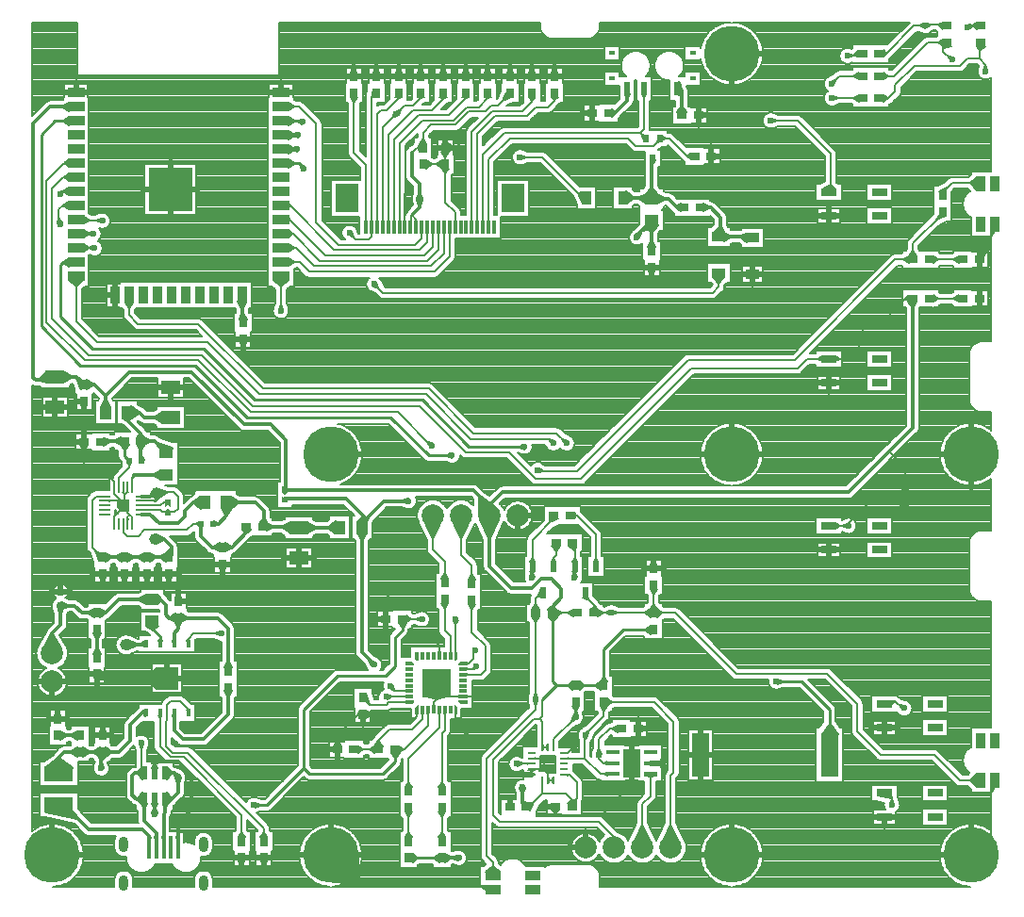
<source format=gbr>
G71*
G90*
G04 Quadcept GERBER*
%MOMM*%
%FSLAX44Y44*%
%ADD10C,0*%
%ADD11C,0.1*%
%ADD12C,0.15*%
%ADD13C,0.2*%
%ADD14C,0.25*%
%ADD15C,0.3*%
%ADD16C,0.5*%
%ADD17C,0.6*%
%ADD18C,0.75*%
%ADD19C,1*%
%ADD20C,2*%
%ADD21C,5*%
%ADD22R,0.5X0.5*%
%ADD23R,2X2*%
%ADD24R,2.5X2.5*%
%ADD25R,4X4*%
%ADD26O,0.85X1.4*%
%ADD27R,0.2X1*%
%ADD28R,0.25X0.75*%
%ADD29R,0.3X0.8*%
%ADD30R,0.3X1.25*%
%ADD31R,0.4X2.15*%
%ADD32R,0.45X0.7*%
%ADD33R,0.5X1.3*%
%ADD34R,0.55X0.4*%
%ADD35R,0.559X0.648*%
%ADD36R,0.6X1*%
%ADD37R,0.6X1*%
%ADD38R,0.6X1.2*%
%ADD39R,0.75X0.25*%
%ADD40R,0.8X0.3*%
%ADD41R,0.8X0.9*%
%ADD42R,0.9X0.8*%
%ADD43R,0.9X0.8*%
%ADD44R,0.9X0.8*%
%ADD45R,0.9X1.4*%
%ADD46R,0.9X1.5*%
%ADD47R,0.91X1.22*%
%ADD48R,1X0.2*%
%ADD49R,1X1.25*%
%ADD50R,1.22X0.91*%
%ADD51R,1.25X0.45*%
%ADD52R,1.25X0.45*%
%ADD53R,1.25X1*%
%ADD54R,1.4X0.9*%
%ADD55R,1.45X0.65*%
%ADD56R,1.45X0.65*%
%ADD57R,1.5X0.9*%
%ADD58R,1.6X2.5*%
%ADD59R,1.6X4*%
%ADD60R,1.6X4*%
%ADD61R,1.7X1.2*%
%ADD62R,2X2.5*%
%ADD63R,2.6X1.4*%
G54D10*
G75*
G36*
G01X-143400Y-50600D02*
G01X-145900Y-48100D01*
G01X-148400Y-50600D01*
G01X-148400Y-55100D01*
G01X-143400Y-55100D01*
G01X-143400Y-50600D01*
G37*
G36*
G01X-143400Y-40600D02*
G01X-148400Y-40600D01*
G01X-148400Y-47100D01*
G01X-145900Y-44600D01*
G01X-143400Y-47100D01*
G01X-143400Y-40600D01*
G37*
G36*
G01X-43500Y-33500D02*
G01X-41000Y-36000D01*
G01X-38500Y-33500D01*
G01X-38500Y-29000D01*
G01X-43500Y-29000D01*
G01X-43500Y-33500D01*
G37*
G36*
G01X-43500Y-43500D02*
G01X-38500Y-43500D01*
G01X-38500Y-37000D01*
G01X-41000Y-39500D01*
G01X-43500Y-37000D01*
G01X-43500Y-43500D01*
G37*
G36*
G01X75900Y-183800D02*
G01X77400Y-185300D01*
G01X78900Y-185300D01*
G01X78900Y-177300D01*
G01X75900Y-177300D01*
G01X75900Y-183800D01*
G37*
G36*
G01X66900Y-189300D02*
G01X74900Y-189300D01*
G01X74900Y-188300D01*
G01X72900Y-186300D01*
G01X66900Y-186300D01*
G01X66900Y-189300D01*
G37*
G36*
G01X114900Y-222300D02*
G01X116900Y-224300D01*
G01X122900Y-224300D01*
G01X122900Y-221300D01*
G01X114900Y-221300D01*
G01X114900Y-222300D01*
G37*
G36*
G01X110900Y-185300D02*
G01X111900Y-185300D01*
G01X113900Y-183300D01*
G01X113900Y-177300D01*
G01X110900Y-177300D01*
G01X110900Y-185300D01*
G37*
G36*
G01X66900Y-224300D02*
G01X72900Y-224300D01*
G01X74900Y-222300D01*
G01X74900Y-221300D01*
G01X66900Y-221300D01*
G01X66900Y-224300D01*
G37*
G36*
G01X114900Y-189300D02*
G01X122900Y-189300D01*
G01X122900Y-186300D01*
G01X116900Y-186300D01*
G01X114900Y-188300D01*
G01X114900Y-189300D01*
G37*
G36*
G01X75900Y-233300D02*
G01X78900Y-233300D01*
G01X78900Y-225300D01*
G01X77900Y-225300D01*
G01X75900Y-227300D01*
G01X75900Y-233300D01*
G37*
G36*
G01X110900Y-233300D02*
G01X113900Y-233300D01*
G01X113900Y-227300D01*
G01X111900Y-225300D01*
G01X110900Y-225300D01*
G01X110900Y-233300D01*
G37*
G36*
G01X-180900Y-40200D02*
G01X-191900Y-40200D01*
G01X-191900Y-47200D01*
G01X-187900Y-51200D01*
G01X-180900Y-51200D01*
G01X-180900Y-40200D01*
G37*
G54D11*
G01X-193400Y-52500D02*
G01X-191464Y-52500D01*
G01X-193400Y-51600D02*
G01X-192364Y-51600D01*
G01X-193400Y-50700D02*
G01X-193264Y-50700D01*
G01X-160000Y-276800D02*
G01X-156000Y-276800D01*
G01X-164500Y-275900D02*
G01X-147775Y-275900D01*
G01X-164500Y-275000D02*
G01X-148675Y-275000D01*
G01X-164500Y-274100D02*
G01X-149575Y-274100D01*
G01X-164500Y-273200D02*
G01X-150475Y-273200D01*
G01X-164500Y-272300D02*
G01X-151375Y-272300D01*
G01X-164500Y-271400D02*
G01X-152275Y-271400D01*
G01X-164500Y-270500D02*
G01X-153175Y-270500D01*
G01X-164500Y-269600D02*
G01X-154075Y-269600D01*
G01X-164500Y-268700D02*
G01X-154975Y-268700D01*
G01X-164500Y-267800D02*
G01X-155875Y-267800D01*
G01X-164500Y-266900D02*
G01X-156775Y-266900D01*
G01X-164500Y-266000D02*
G01X-157663Y-266000D01*
G01X-164320Y-265100D02*
G01X-158250Y-265100D01*
G01X-163976Y-264200D02*
G01X-158623Y-264200D01*
G01X-163632Y-263300D02*
G01X-158816Y-263300D01*
G01X-163288Y-262400D02*
G01X-158850Y-262400D01*
G01X-162944Y-261500D02*
G01X-158850Y-261500D01*
G01X-162673Y-260600D02*
G01X-158850Y-260600D01*
G01X-162534Y-259700D02*
G01X-158850Y-259700D01*
G01X-162500Y-258800D02*
G01X-158850Y-258800D01*
G01X-162582Y-257900D02*
G01X-158850Y-257900D01*
G01X-162780Y-257000D02*
G01X-158850Y-257000D01*
G01X-163103Y-256100D02*
G01X-158850Y-256100D01*
G01X-163572Y-255200D02*
G01X-158850Y-255200D01*
G01X-164230Y-254300D02*
G01X-158850Y-254300D01*
G01X-165145Y-253400D02*
G01X-158850Y-253400D01*
G01X-174000Y-252500D02*
G01X-173466Y-252500D01*
G01X-166534Y-252500D02*
G01X-158850Y-252500D01*
G01X-174000Y-251600D02*
G01X-158850Y-251600D01*
G01X-174000Y-250700D02*
G01X-158850Y-250700D01*
G01X-174000Y-249800D02*
G01X-158850Y-249800D01*
G01X-174000Y-248900D02*
G01X-158850Y-248900D01*
G01X-174000Y-248000D02*
G01X-158850Y-248000D01*
G01X-174000Y-247100D02*
G01X-158850Y-247100D01*
G01X-174000Y-246200D02*
G01X-158850Y-246200D01*
G01X-173918Y-245300D02*
G01X-158850Y-245300D01*
G01X-173018Y-244400D02*
G01X-158850Y-244400D01*
G01X-172118Y-243500D02*
G01X-158850Y-243500D01*
G01X-171218Y-242600D02*
G01X-158850Y-242600D01*
G01X-170318Y-241700D02*
G01X-158850Y-241700D01*
G01X-169418Y-240800D02*
G01X-158850Y-240800D01*
G01X-16922Y-281050D02*
G01X44922Y-281050D01*
G01X-17822Y-280150D02*
G01X45822Y-280150D01*
G01X-18250Y-279250D02*
G01X46722Y-279250D01*
G01X-18250Y-278350D02*
G01X47622Y-278350D01*
G01X-18250Y-277450D02*
G01X48522Y-277450D01*
G01X-18250Y-276550D02*
G01X49422Y-276550D01*
G01X-18250Y-275650D02*
G01X50322Y-275650D01*
G01X-18250Y-274750D02*
G01X51222Y-274750D01*
G01X-18250Y-273850D02*
G01X51988Y-273850D01*
G01X-18250Y-272950D02*
G01X12000Y-272950D01*
G01X30000Y-272950D02*
G01X34000Y-272950D01*
G01X-18250Y-272050D02*
G01X-2000Y-272050D01*
G01X30000Y-272050D02*
G01X34000Y-272050D01*
G01X-18250Y-271150D02*
G01X-2000Y-271150D01*
G01X30000Y-271150D02*
G01X34000Y-271150D01*
G01X-18250Y-270248D02*
G01X-2000Y-270248D01*
G01X-18250Y-269348D02*
G01X-2000Y-269348D01*
G01X-18250Y-268448D02*
G01X-2000Y-268448D01*
G01X-18250Y-267548D02*
G01X-2000Y-267548D01*
G01X-18250Y-266648D02*
G01X-2000Y-266648D01*
G01X-18250Y-265748D02*
G01X-2000Y-265748D01*
G01X-18250Y-264848D02*
G01X-2000Y-264848D01*
G01X-18250Y-263948D02*
G01X-2000Y-263948D01*
G01X-18250Y-263048D02*
G01X-2000Y-263048D01*
G01X-18250Y-262148D02*
G01X-2000Y-262148D01*
G01X-18250Y-261248D02*
G01X-2000Y-261248D01*
G01X-18250Y-260348D02*
G01X-2000Y-260348D01*
G01X-18250Y-259448D02*
G01X-2000Y-259448D01*
G01X30572Y-259448D02*
G01X33428Y-259448D01*
G01X-18250Y-258548D02*
G01X-2000Y-258548D01*
G01X30000Y-258548D02*
G01X34000Y-258548D01*
G01X-18250Y-257648D02*
G01X12000Y-257648D01*
G01X30000Y-257648D02*
G01X34000Y-257648D01*
G01X-18250Y-256748D02*
G01X23897Y-256748D01*
G01X24785Y-256748D02*
G01X36582Y-256748D01*
G01X-18250Y-255848D02*
G01X37238Y-255848D01*
G01X-18250Y-254948D02*
G01X37895Y-254948D01*
G01X-18250Y-254048D02*
G01X38392Y-254048D01*
G01X-18250Y-253148D02*
G01X39173Y-253148D01*
G01X-18250Y-252248D02*
G01X40077Y-252248D01*
G01X-18250Y-251348D02*
G01X40977Y-251348D01*
G01X-18250Y-250448D02*
G01X41877Y-250448D01*
G01X-18250Y-249548D02*
G01X42777Y-249548D01*
G01X-18250Y-248648D02*
G01X43677Y-248648D01*
G01X-18250Y-247748D02*
G01X44577Y-247748D01*
G01X-18250Y-246848D02*
G01X45477Y-246848D01*
G01X-18250Y-245948D02*
G01X46377Y-245948D01*
G01X-18250Y-245048D02*
G01X47277Y-245048D01*
G01X-18250Y-244148D02*
G01X48177Y-244148D01*
G01X-18250Y-243248D02*
G01X49054Y-243248D01*
G01X-18250Y-242348D02*
G01X50304Y-242348D01*
G01X-18250Y-241448D02*
G01X71277Y-241448D01*
G01X-18250Y-240548D02*
G01X21500Y-240548D01*
G01X36500Y-240548D02*
G01X72177Y-240548D01*
G01X-18250Y-239648D02*
G01X21500Y-239648D01*
G01X36500Y-239648D02*
G01X73077Y-239648D01*
G01X-18250Y-238748D02*
G01X21500Y-238748D01*
G01X36500Y-238748D02*
G01X73977Y-238748D01*
G01X-18250Y-237848D02*
G01X21500Y-237848D01*
G01X36500Y-237848D02*
G01X74877Y-237848D01*
G01X-18250Y-236948D02*
G01X21500Y-236948D01*
G01X36500Y-236948D02*
G01X75777Y-236948D01*
G01X-18250Y-236048D02*
G01X21500Y-236048D01*
G01X36500Y-236048D02*
G01X72388Y-236048D01*
G01X-18250Y-235148D02*
G01X21500Y-235148D01*
G01X36500Y-235148D02*
G01X72388Y-235148D01*
G01X-18250Y-234248D02*
G01X21500Y-234248D01*
G01X36500Y-234248D02*
G01X72388Y-234248D01*
G01X-18250Y-233348D02*
G01X21500Y-233348D01*
G01X36500Y-233348D02*
G01X72388Y-233348D01*
G01X-18250Y-232448D02*
G01X21500Y-232448D01*
G01X36500Y-232448D02*
G01X72388Y-232448D01*
G01X-18250Y-231548D02*
G01X21500Y-231548D01*
G01X36500Y-231548D02*
G01X72388Y-231548D01*
G01X-17620Y-230648D02*
G01X21500Y-230648D01*
G01X36500Y-230648D02*
G01X72388Y-230648D01*
G01X-16720Y-229748D02*
G01X21500Y-229748D01*
G01X52526Y-229748D02*
G01X72388Y-229748D01*
G01X-15820Y-228848D02*
G01X21500Y-228848D01*
G01X53832Y-228848D02*
G01X72388Y-228848D01*
G01X-14920Y-227948D02*
G01X21500Y-227948D01*
G01X-14020Y-227048D02*
G01X20500Y-227048D01*
G01X-13120Y-226148D02*
G01X20500Y-226148D01*
G01X-12220Y-225248D02*
G01X20500Y-225248D01*
G01X-11320Y-224348D02*
G01X20500Y-224348D01*
G01X-10420Y-223448D02*
G01X20500Y-223448D01*
G01X-9520Y-222548D02*
G01X20500Y-222548D01*
G01X-8620Y-221648D02*
G01X20500Y-221648D01*
G01X-7720Y-220748D02*
G01X20500Y-220748D01*
G01X-6820Y-219848D02*
G01X20500Y-219848D01*
G01X-5920Y-218948D02*
G01X20500Y-218948D01*
G01X39155Y-218948D02*
G01X42591Y-218948D01*
G01X-5020Y-218048D02*
G01X20500Y-218048D01*
G01X38846Y-218048D02*
G01X42500Y-218048D01*
G01X-4120Y-217148D02*
G01X20500Y-217148D01*
G01X38537Y-217148D02*
G01X42529Y-217148D01*
G01X-3220Y-216248D02*
G01X20500Y-216248D01*
G01X38228Y-216248D02*
G01X42662Y-216248D01*
G01X-2320Y-215348D02*
G01X20500Y-215348D01*
G01X37920Y-215348D02*
G01X42927Y-215348D01*
G01X-1420Y-214448D02*
G01X20500Y-214448D01*
G01X37611Y-214448D02*
G01X43314Y-214448D01*
G01X-0520Y-213548D02*
G01X20500Y-213548D01*
G01X37500Y-213548D02*
G01X43877Y-213548D01*
G01X0380Y-212648D02*
G01X20500Y-212648D01*
G01X37500Y-212648D02*
G01X44649Y-212648D01*
G01X1280Y-211748D02*
G01X20500Y-211748D01*
G01X37500Y-211748D02*
G01X45753Y-211748D01*
G01X2180Y-210848D02*
G01X20500Y-210848D01*
G01X37500Y-210848D02*
G01X47079Y-210848D01*
G01X3080Y-209948D02*
G01X20500Y-209948D01*
G01X37500Y-209948D02*
G01X46766Y-209948D01*
G01X3980Y-209048D02*
G01X46573Y-209048D01*
G01X4880Y-208148D02*
G01X46500Y-208148D01*
G01X5780Y-207248D02*
G01X46538Y-207248D01*
G01X6680Y-206348D02*
G01X46687Y-206348D01*
G01X7580Y-205448D02*
G01X46964Y-205448D01*
G01X8480Y-204548D02*
G01X47371Y-204548D01*
G01X217000Y-267300D02*
G01X222500Y-267300D01*
G01X217000Y-266400D02*
G01X222500Y-266400D01*
G01X217000Y-265500D02*
G01X222500Y-265500D01*
G01X217000Y-264600D02*
G01X222500Y-264600D01*
G01X217000Y-263700D02*
G01X222500Y-263700D01*
G01X205750Y-262800D02*
G01X222500Y-262800D01*
G01X205750Y-261900D02*
G01X222500Y-261900D01*
G01X205750Y-261000D02*
G01X222500Y-261000D01*
G01X205754Y-260100D02*
G01X222500Y-260100D01*
G01X205750Y-259200D02*
G01X222500Y-259200D01*
G01X205750Y-258300D02*
G01X222500Y-258300D01*
G01X206275Y-257400D02*
G01X222415Y-257400D01*
G01X207175Y-256500D02*
G01X222240Y-256500D01*
G01X208075Y-255600D02*
G01X222065Y-255600D01*
G01X208975Y-254700D02*
G01X221889Y-254700D01*
G01X209875Y-253800D02*
G01X221714Y-253800D01*
G01X210775Y-252900D02*
G01X221545Y-252900D01*
G01X211675Y-252000D02*
G01X221500Y-252000D01*
G01X212575Y-251100D02*
G01X221551Y-251100D01*
G01X213475Y-250200D02*
G01X221727Y-250200D01*
G01X214375Y-249300D02*
G01X222017Y-249300D01*
G01X215275Y-248400D02*
G01X222457Y-248400D01*
G01X216175Y-247500D02*
G01X223062Y-247500D01*
G01X217075Y-246600D02*
G01X223906Y-246600D01*
G01X217975Y-245700D02*
G01X225158Y-245700D01*
G01X218875Y-244800D02*
G01X226649Y-244800D01*
G01X220341Y-243900D02*
G01X228141Y-243900D01*
G01X222356Y-243000D02*
G01X229325Y-243000D01*
G01X224178Y-242100D02*
G01X230225Y-242100D01*
G01X225303Y-241200D02*
G01X231125Y-241200D01*
G01X226090Y-240300D02*
G01X232025Y-240300D01*
G01X226659Y-239400D02*
G01X232925Y-239400D01*
G01X227055Y-238500D02*
G01X233825Y-238500D01*
G01X227327Y-237600D02*
G01X234725Y-237600D01*
G01X227466Y-236700D02*
G01X235625Y-236700D01*
G01X227500Y-235800D02*
G01X236525Y-235800D01*
G01X227418Y-234900D02*
G01X237425Y-234900D01*
G01X227220Y-234000D02*
G01X238325Y-234000D01*
G01X226903Y-233100D02*
G01X239225Y-233100D01*
G01X226559Y-232200D02*
G01X239434Y-232200D01*
G01X226215Y-231300D02*
G01X238871Y-231300D01*
G01X228500Y-230400D02*
G01X236500Y-230400D01*
G01X228500Y-229500D02*
G01X236500Y-229500D01*
G01X228500Y-228600D02*
G01X236500Y-228600D01*
G01X228500Y-227700D02*
G01X236500Y-227700D01*
G01X228500Y-226800D02*
G01X236500Y-226800D01*
G01X228507Y-225900D02*
G01X236493Y-225900D01*
G01X228500Y-225000D02*
G01X236500Y-225000D01*
G01X228500Y-224100D02*
G01X236500Y-224100D01*
G01X228500Y-223200D02*
G01X236500Y-223200D01*
G01X228500Y-222300D02*
G01X236500Y-222300D01*
G01X228500Y-221400D02*
G01X236500Y-221400D01*
G01X228500Y-220500D02*
G01X236500Y-220500D01*
G01X228500Y-219600D02*
G01X236500Y-219600D01*
G01X228500Y-218700D02*
G01X236500Y-218700D01*
G01X228500Y-217800D02*
G01X236500Y-217800D01*
G01X228500Y-216900D02*
G01X236500Y-216900D01*
G01X228500Y-216000D02*
G01X236500Y-216000D01*
G01X228500Y-215100D02*
G01X236500Y-215100D01*
G01X228500Y-214200D02*
G01X236500Y-214200D01*
G01X229044Y-213300D02*
G01X235956Y-213300D01*
G01X292106Y-345567D02*
G01X292894Y-345567D01*
G01X291679Y-344667D02*
G01X293321Y-344667D01*
G01X291252Y-343767D02*
G01X293748Y-343767D01*
G01X290826Y-342867D02*
G01X294174Y-342867D01*
G01X290399Y-341967D02*
G01X294601Y-341967D01*
G01X289972Y-341067D02*
G01X295028Y-341067D01*
G01X289545Y-340167D02*
G01X295455Y-340167D01*
G01X289118Y-339267D02*
G01X295882Y-339267D01*
G01X288691Y-338367D02*
G01X296309Y-338367D01*
G01X288264Y-337467D02*
G01X296736Y-337467D01*
G01X287837Y-336567D02*
G01X297163Y-336567D01*
G01X287410Y-335667D02*
G01X297590Y-335667D01*
G01X286983Y-334767D02*
G01X298017Y-334767D01*
G01X286556Y-333867D02*
G01X298444Y-333867D01*
G01X286130Y-332967D02*
G01X298870Y-332967D01*
G01X285703Y-332067D02*
G01X299297Y-332067D01*
G01X285300Y-331167D02*
G01X299700Y-331167D01*
G01X285300Y-330267D02*
G01X299700Y-330267D01*
G01X285300Y-329367D02*
G01X299700Y-329367D01*
G01X285300Y-328467D02*
G01X299700Y-328467D01*
G01X285300Y-327567D02*
G01X299700Y-327567D01*
G01X285300Y-326667D02*
G01X299700Y-326667D01*
G01X285300Y-325767D02*
G01X299700Y-325767D01*
G01X285300Y-324867D02*
G01X299700Y-324867D01*
G01X285300Y-323967D02*
G01X299700Y-323967D01*
G01X285300Y-323067D02*
G01X299700Y-323067D01*
G01X285300Y-322167D02*
G01X299700Y-322167D01*
G01X285300Y-321267D02*
G01X299700Y-321267D01*
G01X285300Y-320367D02*
G01X299700Y-320367D01*
G01X285300Y-319467D02*
G01X299700Y-319467D01*
G01X285300Y-318567D02*
G01X299700Y-318567D01*
G01X285300Y-317667D02*
G01X299700Y-317667D01*
G01X285300Y-316767D02*
G01X299700Y-316767D01*
G01X285808Y-315867D02*
G01X299700Y-315867D01*
G01X286708Y-314967D02*
G01X299700Y-314967D01*
G01X287608Y-314067D02*
G01X299700Y-314067D01*
G01X288508Y-313167D02*
G01X299700Y-313167D01*
G01X289408Y-312267D02*
G01X299700Y-312267D01*
G01X290308Y-311367D02*
G01X299700Y-311367D01*
G01X291208Y-310467D02*
G01X299700Y-310467D01*
G01X291846Y-309567D02*
G01X299700Y-309567D01*
G01X292239Y-308667D02*
G01X299700Y-308667D01*
G01X292453Y-307767D02*
G01X299700Y-307767D01*
G01X292508Y-306867D02*
G01X299700Y-306867D01*
G01X292500Y-305967D02*
G01X299700Y-305967D01*
G01X292500Y-305067D02*
G01X299700Y-305067D01*
G01X292500Y-304167D02*
G01X299700Y-304167D01*
G01X292500Y-303267D02*
G01X299700Y-303267D01*
G01X292500Y-302367D02*
G01X299700Y-302367D01*
G01X292500Y-301467D02*
G01X299700Y-301467D01*
G01X292500Y-300567D02*
G01X299700Y-300567D01*
G01X292500Y-299667D02*
G01X299700Y-299667D01*
G01X292500Y-298767D02*
G01X299700Y-298767D01*
G01X292500Y-297867D02*
G01X299700Y-297867D01*
G01X292500Y-296967D02*
G01X299700Y-296967D01*
G01X292500Y-296067D02*
G01X299700Y-296067D01*
G01X292500Y-295167D02*
G01X299700Y-295167D01*
G01X292500Y-294267D02*
G01X299700Y-294267D01*
G01X297900Y-293367D02*
G01X299700Y-293367D01*
G01X297900Y-292467D02*
G01X299700Y-292467D01*
G01X297900Y-291567D02*
G01X299700Y-291567D01*
G01X297900Y-290667D02*
G01X299700Y-290667D01*
G01X297900Y-289767D02*
G01X299700Y-289767D01*
G01X297900Y-288867D02*
G01X299686Y-288867D01*
G01X297900Y-287967D02*
G01X299753Y-287967D01*
G01X297900Y-287067D02*
G01X299979Y-287067D01*
G01X297900Y-286167D02*
G01X300385Y-286167D01*
G01X297900Y-285267D02*
G01X301059Y-285267D01*
G01X297900Y-284367D02*
G01X301959Y-284367D01*
G01X297900Y-283467D02*
G01X302500Y-283467D01*
G01X297900Y-282567D02*
G01X302500Y-282567D01*
G01X297900Y-281667D02*
G01X302500Y-281667D01*
G01X296900Y-280767D02*
G01X302500Y-280767D01*
G01X296900Y-279867D02*
G01X302500Y-279867D01*
G01X296900Y-278967D02*
G01X302500Y-278967D01*
G01X296900Y-278067D02*
G01X302500Y-278067D01*
G01X296900Y-277167D02*
G01X302500Y-277167D01*
G01X296900Y-276267D02*
G01X302500Y-276267D01*
G01X296900Y-275367D02*
G01X302500Y-275367D01*
G01X296900Y-274467D02*
G01X302500Y-274467D01*
G01X297900Y-273567D02*
G01X302500Y-273567D01*
G01X297900Y-272667D02*
G01X302500Y-272667D01*
G01X297900Y-271767D02*
G01X302500Y-271767D01*
G01X233541Y-270867D02*
G01X233548Y-270867D01*
G01X297900Y-270867D02*
G01X302500Y-270867D01*
G01X297900Y-269967D02*
G01X302500Y-269967D01*
G01X233500Y-269067D02*
G01X233554Y-269067D01*
G01X297900Y-269067D02*
G01X302500Y-269067D01*
G01X233500Y-268167D02*
G01X233735Y-268167D01*
G01X297900Y-268167D02*
G01X302500Y-268167D01*
G01X233500Y-267267D02*
G01X234029Y-267267D01*
G01X297900Y-267267D02*
G01X302500Y-267267D01*
G01X233500Y-266367D02*
G01X234377Y-266367D01*
G01X297900Y-266367D02*
G01X302500Y-266367D01*
G01X233500Y-265467D02*
G01X234721Y-265467D01*
G01X297900Y-265467D02*
G01X302500Y-265467D01*
G01X233500Y-264567D02*
G01X235066Y-264567D01*
G01X297900Y-264567D02*
G01X302500Y-264567D01*
G01X233500Y-263667D02*
G01X235410Y-263667D01*
G01X297900Y-263667D02*
G01X302500Y-263667D01*
G01X233500Y-262767D02*
G01X235500Y-262767D01*
G01X297900Y-262767D02*
G01X302500Y-262767D01*
G01X233500Y-261867D02*
G01X235500Y-261867D01*
G01X297900Y-261867D02*
G01X302500Y-261867D01*
G01X233500Y-260967D02*
G01X235500Y-260967D01*
G01X264400Y-260967D02*
G01X276400Y-260967D01*
G01X297900Y-260967D02*
G01X302500Y-260967D01*
G01X233500Y-260067D02*
G01X235500Y-260067D01*
G01X246500Y-260067D02*
G01X302500Y-260067D01*
G01X233500Y-259167D02*
G01X235500Y-259167D01*
G01X246500Y-259167D02*
G01X302500Y-259167D01*
G01X233868Y-258267D02*
G01X235500Y-258267D01*
G01X246500Y-258267D02*
G01X302500Y-258267D01*
G01X234436Y-257367D02*
G01X235500Y-257367D01*
G01X247308Y-257367D02*
G01X302500Y-257367D01*
G01X235004Y-256467D02*
G01X235500Y-256467D01*
G01X248208Y-256467D02*
G01X302500Y-256467D01*
G01X249108Y-255567D02*
G01X302500Y-255567D01*
G01X250008Y-254667D02*
G01X252000Y-254667D01*
G01X270000Y-254667D02*
G01X302500Y-254667D01*
G01X250908Y-253767D02*
G01X252000Y-253767D01*
G01X270000Y-253767D02*
G01X302500Y-253767D01*
G01X251808Y-252867D02*
G01X252000Y-252867D01*
G01X284000Y-252867D02*
G01X302500Y-252867D01*
G01X236816Y-251967D02*
G01X237359Y-251967D01*
G01X284000Y-251967D02*
G01X302500Y-251967D01*
G01X237081Y-251067D02*
G01X238259Y-251067D01*
G01X284000Y-251067D02*
G01X302500Y-251067D01*
G01X237508Y-250167D02*
G01X239159Y-250167D01*
G01X284000Y-250167D02*
G01X302500Y-250167D01*
G01X238408Y-249267D02*
G01X240059Y-249267D01*
G01X284000Y-249267D02*
G01X302500Y-249267D01*
G01X239308Y-248367D02*
G01X240959Y-248367D01*
G01X284000Y-248367D02*
G01X302500Y-248367D01*
G01X240208Y-247467D02*
G01X241859Y-247467D01*
G01X284000Y-247467D02*
G01X302500Y-247467D01*
G01X241108Y-246567D02*
G01X242759Y-246567D01*
G01X284000Y-246567D02*
G01X302500Y-246567D01*
G01X242008Y-245667D02*
G01X243659Y-245667D01*
G01X284000Y-245667D02*
G01X302500Y-245667D01*
G01X242908Y-244767D02*
G01X244559Y-244767D01*
G01X284000Y-244767D02*
G01X302500Y-244767D01*
G01X243808Y-243867D02*
G01X245459Y-243867D01*
G01X284000Y-243867D02*
G01X302500Y-243867D01*
G01X244708Y-242967D02*
G01X246359Y-242967D01*
G01X284000Y-242967D02*
G01X302500Y-242967D01*
G01X245608Y-242067D02*
G01X247428Y-242067D01*
G01X284000Y-242067D02*
G01X302392Y-242067D01*
G01X246508Y-241167D02*
G01X251077Y-241167D01*
G01X284000Y-241167D02*
G01X301492Y-241167D01*
G01X247408Y-240267D02*
G01X252000Y-240267D01*
G01X284000Y-240267D02*
G01X300592Y-240267D01*
G01X248308Y-239367D02*
G01X252000Y-239367D01*
G01X284000Y-239367D02*
G01X299692Y-239367D01*
G01X249208Y-238467D02*
G01X252000Y-238467D01*
G01X270000Y-238467D02*
G01X298792Y-238467D01*
G01X249846Y-237567D02*
G01X297892Y-237567D01*
G01X250239Y-236667D02*
G01X296992Y-236667D01*
G01X250453Y-235767D02*
G01X296092Y-235767D01*
G01X250508Y-234867D02*
G01X295192Y-234867D01*
G01X250500Y-233967D02*
G01X294292Y-233967D01*
G01X250500Y-233067D02*
G01X293392Y-233067D01*
G01X250587Y-232167D02*
G01X292492Y-232167D01*
G01X251149Y-231267D02*
G01X291592Y-231267D01*
G01X253500Y-230367D02*
G01X290692Y-230367D01*
G01X253500Y-229467D02*
G01X289792Y-229467D01*
G01X253641Y-228567D02*
G01X288892Y-228567D01*
G01X242000Y-387800D02*
G01X354726Y-387800D01*
G01X365274Y-387800D02*
G01X569726Y-387800D01*
G01X242000Y-386900D02*
G01X351103Y-386900D01*
G01X368897Y-386900D02*
G01X566103Y-386900D01*
G01X242000Y-386000D02*
G01X348701Y-386000D01*
G01X371299Y-386000D02*
G01X563701Y-386000D01*
G01X242000Y-385100D02*
G01X346782Y-385100D01*
G01X373218Y-385100D02*
G01X561782Y-385100D01*
G01X242000Y-384200D02*
G01X345166Y-384200D01*
G01X374834Y-384200D02*
G01X560166Y-384200D01*
G01X242000Y-383300D02*
G01X343766Y-383300D01*
G01X376234Y-383300D02*
G01X558766Y-383300D01*
G01X242000Y-382400D02*
G01X342531Y-382400D01*
G01X377469Y-382400D02*
G01X557531Y-382400D01*
G01X242000Y-381500D02*
G01X341424Y-381500D01*
G01X378576Y-381500D02*
G01X556424Y-381500D01*
G01X242000Y-380600D02*
G01X340418Y-380600D01*
G01X379582Y-380600D02*
G01X555418Y-380600D01*
G01X242000Y-379700D02*
G01X339498Y-379700D01*
G01X380502Y-379700D02*
G01X554498Y-379700D01*
G01X241996Y-378800D02*
G01X338649Y-378800D01*
G01X381351Y-378800D02*
G01X553649Y-378800D01*
G01X241837Y-377900D02*
G01X337892Y-377900D01*
G01X382108Y-377900D02*
G01X552892Y-377900D01*
G01X241679Y-377000D02*
G01X337187Y-377000D01*
G01X382813Y-377000D02*
G01X552187Y-377000D01*
G01X241389Y-376100D02*
G01X336527Y-376100D01*
G01X383473Y-376100D02*
G01X551527Y-376100D01*
G01X241062Y-375200D02*
G01X335935Y-375200D01*
G01X384065Y-375200D02*
G01X550935Y-375200D01*
G01X240613Y-374300D02*
G01X335386Y-374300D01*
G01X384614Y-374300D02*
G01X550386Y-374300D01*
G01X240094Y-373400D02*
G01X334867Y-373400D01*
G01X385133Y-373400D02*
G01X549867Y-373400D01*
G01X239421Y-372500D02*
G01X334415Y-372500D01*
G01X385585Y-372500D02*
G01X549415Y-372500D01*
G01X238666Y-371600D02*
G01X333988Y-371600D01*
G01X386012Y-371600D02*
G01X548988Y-371600D01*
G01X237625Y-370700D02*
G01X333599Y-370700D01*
G01X386401Y-370700D02*
G01X548599Y-370700D01*
G01X193000Y-369800D02*
G01X193657Y-369800D01*
G01X236343Y-369800D02*
G01X333254Y-369800D01*
G01X386746Y-369800D02*
G01X548254Y-369800D01*
G01X174951Y-368900D02*
G01X195480Y-368900D01*
G01X234520Y-368900D02*
G01X332926Y-368900D01*
G01X387074Y-368900D02*
G01X547926Y-368900D01*
G01X151820Y-368000D02*
G01X152676Y-368000D01*
G01X174324Y-368000D02*
G01X332656Y-368000D01*
G01X387344Y-368000D02*
G01X547656Y-368000D01*
G01X151000Y-367100D02*
G01X153421Y-367100D01*
G01X173579Y-367100D02*
G01X250221Y-367100D01*
G01X258579Y-367100D02*
G01X275621Y-367100D01*
G01X283979Y-367100D02*
G01X301021Y-367100D01*
G01X309379Y-367100D02*
G01X332400Y-367100D01*
G01X387600Y-367100D02*
G01X547400Y-367100D01*
G01X151000Y-366200D02*
G01X154316Y-366200D01*
G01X172684Y-366200D02*
G01X225326Y-366200D01*
G01X232674Y-366200D02*
G01X247881Y-366200D01*
G01X260919Y-366200D02*
G01X273281Y-366200D01*
G01X286319Y-366200D02*
G01X298681Y-366200D01*
G01X311719Y-366200D02*
G01X332187Y-366200D01*
G01X387813Y-366200D02*
G01X547187Y-366200D01*
G01X150869Y-365300D02*
G01X155431Y-365300D01*
G01X171569Y-365300D02*
G01X222917Y-365300D01*
G01X235083Y-365300D02*
G01X246301Y-365300D01*
G01X262499Y-365300D02*
G01X271701Y-365300D01*
G01X287899Y-365300D02*
G01X297101Y-365300D01*
G01X313299Y-365300D02*
G01X331999Y-365300D01*
G01X388001Y-365300D02*
G01X546999Y-365300D01*
G01X150573Y-364400D02*
G01X156842Y-364400D01*
G01X170158Y-364400D02*
G01X221359Y-364400D01*
G01X236641Y-364400D02*
G01X245090Y-364400D01*
G01X263710Y-364400D02*
G01X270490Y-364400D01*
G01X289110Y-364400D02*
G01X295890Y-364400D01*
G01X314510Y-364400D02*
G01X331840Y-364400D01*
G01X388160Y-364400D02*
G01X546840Y-364400D01*
G01X150080Y-363500D02*
G01X158853Y-363500D01*
G01X168147Y-363500D02*
G01X220173Y-363500D01*
G01X237827Y-363500D02*
G01X244097Y-363500D01*
G01X264703Y-363500D02*
G01X269497Y-363500D01*
G01X290103Y-363500D02*
G01X294897Y-363500D01*
G01X315503Y-363500D02*
G01X331717Y-363500D01*
G01X388283Y-363500D02*
G01X546717Y-363500D01*
G01X149275Y-362600D02*
G01X219212Y-362600D01*
G01X238788Y-362600D02*
G01X243268Y-362600D01*
G01X265532Y-362600D02*
G01X268668Y-362600D01*
G01X290932Y-362600D02*
G01X294068Y-362600D01*
G01X316332Y-362600D02*
G01X331612Y-362600D01*
G01X388388Y-362600D02*
G01X546612Y-362600D01*
G01X148375Y-361700D02*
G01X218418Y-361700D01*
G01X239582Y-361700D02*
G01X242566Y-361700D01*
G01X266234Y-361700D02*
G01X267966Y-361700D01*
G01X291634Y-361700D02*
G01X293366Y-361700D01*
G01X317034Y-361700D02*
G01X331551Y-361700D01*
G01X388449Y-361700D02*
G01X546551Y-361700D01*
G01X147475Y-360800D02*
G01X217756Y-360800D01*
G01X240244Y-360800D02*
G01X241968Y-360800D01*
G01X266832Y-360800D02*
G01X267368Y-360800D01*
G01X292232Y-360800D02*
G01X292768Y-360800D01*
G01X317632Y-360800D02*
G01X331500Y-360800D01*
G01X388500Y-360800D02*
G01X546500Y-360800D01*
G01X146575Y-359900D02*
G01X217203Y-359900D01*
G01X240797Y-359900D02*
G01X241458Y-359900D01*
G01X318142Y-359900D02*
G01X331500Y-359900D01*
G01X388500Y-359900D02*
G01X546500Y-359900D01*
G01X145675Y-359000D02*
G01X216742Y-359000D01*
G01X318562Y-359000D02*
G01X331510Y-359000D01*
G01X388490Y-359000D02*
G01X546510Y-359000D01*
G01X145500Y-358100D02*
G01X216360Y-358100D01*
G01X318904Y-358100D02*
G01X331563Y-358100D01*
G01X388437Y-358100D02*
G01X546563Y-358100D01*
G01X145500Y-357200D02*
G01X216051Y-357200D01*
G01X319184Y-357200D02*
G01X331635Y-357200D01*
G01X388365Y-357200D02*
G01X546635Y-357200D01*
G01X145500Y-356300D02*
G01X215810Y-356300D01*
G01X319408Y-356300D02*
G01X331740Y-356300D01*
G01X388260Y-356300D02*
G01X546740Y-356300D01*
G01X145500Y-355400D02*
G01X215648Y-355400D01*
G01X319567Y-355400D02*
G01X331875Y-355400D01*
G01X388125Y-355400D02*
G01X546875Y-355400D01*
G01X145500Y-354500D02*
G01X215546Y-354500D01*
G01X319658Y-354500D02*
G01X332034Y-354500D01*
G01X387966Y-354500D02*
G01X547034Y-354500D01*
G01X145500Y-353600D02*
G01X215500Y-353600D01*
G01X319700Y-353600D02*
G01X332234Y-353600D01*
G01X387766Y-353600D02*
G01X547234Y-353600D01*
G01X145500Y-352700D02*
G01X215511Y-352700D01*
G01X319693Y-352700D02*
G01X332448Y-352700D01*
G01X387552Y-352700D02*
G01X547448Y-352700D01*
G01X145500Y-351800D02*
G01X215589Y-351800D01*
G01X319614Y-351800D02*
G01X332716Y-351800D01*
G01X387284Y-351800D02*
G01X547716Y-351800D01*
G01X145500Y-350900D02*
G01X215736Y-350900D01*
G01X319479Y-350900D02*
G01X332999Y-350900D01*
G01X387001Y-350900D02*
G01X547999Y-350900D01*
G01X145500Y-350000D02*
G01X215944Y-350000D01*
G01X319292Y-350000D02*
G01X333327Y-350000D01*
G01X386673Y-350000D02*
G01X548327Y-350000D01*
G01X145500Y-349100D02*
G01X216215Y-349100D01*
G01X319049Y-349100D02*
G01X333686Y-349100D01*
G01X386314Y-349100D02*
G01X548686Y-349100D01*
G01X145500Y-348200D02*
G01X216555Y-348200D01*
G01X318722Y-348200D02*
G01X334074Y-348200D01*
G01X385926Y-348200D02*
G01X549074Y-348200D01*
G01X145500Y-347300D02*
G01X216975Y-347300D01*
G01X241025Y-347300D02*
G01X241271Y-347300D01*
G01X318329Y-347300D02*
G01X334516Y-347300D01*
G01X385484Y-347300D02*
G01X549516Y-347300D01*
G01X145500Y-346400D02*
G01X217492Y-346400D01*
G01X240508Y-346400D02*
G01X241737Y-346400D01*
G01X317901Y-346400D02*
G01X334982Y-346400D01*
G01X385018Y-346400D02*
G01X549982Y-346400D01*
G01X145500Y-345500D02*
G01X218106Y-345500D01*
G01X239894Y-345500D02*
G01X242286Y-345500D01*
G01X317475Y-345500D02*
G01X335501Y-345500D01*
G01X384499Y-345500D02*
G01X550501Y-345500D01*
G01X145500Y-344600D02*
G01X218837Y-344600D01*
G01X239163Y-344600D02*
G01X242932Y-344600D01*
G01X317048Y-344600D02*
G01X336066Y-344600D01*
G01X383934Y-344600D02*
G01X551066Y-344600D01*
G01X145500Y-343700D02*
G01X219712Y-343700D01*
G01X238288Y-343700D02*
G01X243697Y-343700D01*
G01X316621Y-343700D02*
G01X336666Y-343700D01*
G01X383334Y-343700D02*
G01X551666Y-343700D01*
G01X145500Y-342800D02*
G01X220788Y-342800D01*
G01X237212Y-342800D02*
G01X244614Y-342800D01*
G01X316194Y-342800D02*
G01X337336Y-342800D01*
G01X382664Y-342800D02*
G01X552336Y-342800D01*
G01X145500Y-341900D02*
G01X222169Y-341900D01*
G01X235831Y-341900D02*
G01X245225Y-341900D01*
G01X315767Y-341900D02*
G01X338060Y-341900D01*
G01X381940Y-341900D02*
G01X553060Y-341900D01*
G01X145500Y-341000D02*
G01X224078Y-341000D01*
G01X233922Y-341000D02*
G01X244325Y-341000D01*
G01X315340Y-341000D02*
G01X338837Y-341000D01*
G01X381163Y-341000D02*
G01X553837Y-341000D01*
G01X145500Y-340100D02*
G01X243425Y-340100D01*
G01X314913Y-340100D02*
G01X339686Y-340100D01*
G01X380314Y-340100D02*
G01X554686Y-340100D01*
G01X145500Y-339200D02*
G01X242525Y-339200D01*
G01X314486Y-339200D02*
G01X340630Y-339200D01*
G01X379370Y-339200D02*
G01X555630Y-339200D01*
G01X145500Y-338300D02*
G01X241625Y-338300D01*
G01X314059Y-338300D02*
G01X341662Y-338300D01*
G01X378338Y-338300D02*
G01X556662Y-338300D01*
G01X145500Y-337400D02*
G01X240725Y-337400D01*
G01X313632Y-337400D02*
G01X342800Y-337400D01*
G01X377200Y-337400D02*
G01X557800Y-337400D01*
G01X592200Y-337400D02*
G01X593000Y-337400D01*
G01X145500Y-336500D02*
G01X239825Y-336500D01*
G01X313205Y-336500D02*
G01X344070Y-336500D01*
G01X375930Y-336500D02*
G01X559070Y-336500D01*
G01X590930Y-336500D02*
G01X593000Y-336500D01*
G01X145500Y-335600D02*
G01X238925Y-335600D01*
G01X312779Y-335600D02*
G01X345512Y-335600D01*
G01X374488Y-335600D02*
G01X560512Y-335600D01*
G01X589488Y-335600D02*
G01X593000Y-335600D01*
G01X145500Y-334700D02*
G01X149391Y-334700D01*
G01X312352Y-334700D02*
G01X347181Y-334700D01*
G01X372819Y-334700D02*
G01X562181Y-334700D01*
G01X587819Y-334700D02*
G01X593000Y-334700D01*
G01X145500Y-333800D02*
G01X148111Y-333800D01*
G01X311925Y-333800D02*
G01X349164Y-333800D01*
G01X370836Y-333800D02*
G01X564164Y-333800D01*
G01X585836Y-333800D02*
G01X593000Y-333800D01*
G01X145500Y-332900D02*
G01X147225Y-332900D01*
G01X311498Y-332900D02*
G01X351771Y-332900D01*
G01X368229Y-332900D02*
G01X531000Y-332900D01*
G01X554500Y-332900D02*
G01X566771Y-332900D01*
G01X583229Y-332900D02*
G01X593000Y-332900D01*
G01X145500Y-332000D02*
G01X146325Y-332000D01*
G01X311071Y-332000D02*
G01X355966Y-332000D01*
G01X364034Y-332000D02*
G01X486500Y-332000D01*
G01X508000Y-332000D02*
G01X531000Y-332000D01*
G01X554500Y-332000D02*
G01X570966Y-332000D01*
G01X579034Y-332000D02*
G01X593000Y-332000D01*
G01X310700Y-331100D02*
G01X486500Y-331100D01*
G01X508000Y-331100D02*
G01X531000Y-331100D01*
G01X554500Y-331100D02*
G01X593000Y-331100D01*
G01X310700Y-330200D02*
G01X486500Y-330200D01*
G01X508000Y-330200D02*
G01X531000Y-330200D01*
G01X554500Y-330200D02*
G01X593000Y-330200D01*
G01X310700Y-329300D02*
G01X486500Y-329300D01*
G01X508000Y-329300D02*
G01X531000Y-329300D01*
G01X554500Y-329300D02*
G01X593000Y-329300D01*
G01X310700Y-328400D02*
G01X486500Y-328400D01*
G01X508000Y-328400D02*
G01X531000Y-328400D01*
G01X554500Y-328400D02*
G01X593000Y-328400D01*
G01X310700Y-327500D02*
G01X486500Y-327500D01*
G01X508000Y-327500D02*
G01X531000Y-327500D01*
G01X554500Y-327500D02*
G01X593000Y-327500D01*
G01X310700Y-326600D02*
G01X486500Y-326600D01*
G01X508000Y-326600D02*
G01X531000Y-326600D01*
G01X554500Y-326600D02*
G01X593000Y-326600D01*
G01X310700Y-325700D02*
G01X486500Y-325700D01*
G01X508000Y-325700D02*
G01X531000Y-325700D01*
G01X554500Y-325700D02*
G01X593000Y-325700D01*
G01X310700Y-324800D02*
G01X486500Y-324800D01*
G01X508000Y-324800D02*
G01X531000Y-324800D01*
G01X554500Y-324800D02*
G01X593000Y-324800D01*
G01X310700Y-323900D02*
G01X486500Y-323900D01*
G01X508000Y-323900D02*
G01X531000Y-323900D01*
G01X554500Y-323900D02*
G01X593000Y-323900D01*
G01X310700Y-323000D02*
G01X486500Y-323000D01*
G01X508000Y-323000D02*
G01X531000Y-323000D01*
G01X554500Y-323000D02*
G01X593000Y-323000D01*
G01X310700Y-322100D02*
G01X486500Y-322100D01*
G01X508000Y-322100D02*
G01X531000Y-322100D01*
G01X554500Y-322100D02*
G01X593000Y-322100D01*
G01X310700Y-321200D02*
G01X486500Y-321200D01*
G01X508011Y-321200D02*
G01X531000Y-321200D01*
G01X554500Y-321200D02*
G01X593000Y-321200D01*
G01X310700Y-320300D02*
G01X486500Y-320300D01*
G01X509203Y-320300D02*
G01X531000Y-320300D01*
G01X554500Y-320300D02*
G01X593000Y-320300D01*
G01X310700Y-319400D02*
G01X486500Y-319400D01*
G01X510020Y-319400D02*
G01X531000Y-319400D01*
G01X554500Y-319400D02*
G01X593000Y-319400D01*
G01X310700Y-318500D02*
G01X497399Y-318500D01*
G01X510601Y-318500D02*
G01X531000Y-318500D01*
G01X554500Y-318500D02*
G01X593000Y-318500D01*
G01X310700Y-317600D02*
G01X496981Y-317600D01*
G01X511019Y-317600D02*
G01X593000Y-317600D01*
G01X310700Y-316700D02*
G01X496700Y-316700D01*
G01X511300Y-316700D02*
G01X593000Y-316700D01*
G01X310700Y-315800D02*
G01X496542Y-315800D01*
G01X511458Y-315800D02*
G01X593000Y-315800D01*
G01X310700Y-314900D02*
G01X496500Y-314900D01*
G01X511500Y-314900D02*
G01X593000Y-314900D01*
G01X310700Y-314000D02*
G01X496564Y-314000D01*
G01X511436Y-314000D02*
G01X593000Y-314000D01*
G01X310700Y-313100D02*
G01X496753Y-313100D01*
G01X511247Y-313100D02*
G01X593000Y-313100D01*
G01X310700Y-312200D02*
G01X492840Y-312200D01*
G01X510944Y-312200D02*
G01X593000Y-312200D01*
G01X310700Y-311300D02*
G01X485500Y-311300D01*
G01X510597Y-311300D02*
G01X531000Y-311300D01*
G01X554500Y-311300D02*
G01X593000Y-311300D01*
G01X310700Y-310400D02*
G01X485500Y-310400D01*
G01X510253Y-310400D02*
G01X531000Y-310400D01*
G01X554500Y-310400D02*
G01X593000Y-310400D01*
G01X310700Y-309500D02*
G01X485500Y-309500D01*
G01X509909Y-309500D02*
G01X531000Y-309500D01*
G01X554500Y-309500D02*
G01X593000Y-309500D01*
G01X310700Y-308600D02*
G01X485500Y-308600D01*
G01X509565Y-308600D02*
G01X531000Y-308600D01*
G01X554500Y-308600D02*
G01X593000Y-308600D01*
G01X310700Y-307700D02*
G01X485500Y-307700D01*
G01X509352Y-307700D02*
G01X531000Y-307700D01*
G01X554500Y-307700D02*
G01X593000Y-307700D01*
G01X310700Y-306800D02*
G01X485500Y-306800D01*
G01X509066Y-306800D02*
G01X531000Y-306800D01*
G01X554500Y-306800D02*
G01X593000Y-306800D01*
G01X310700Y-305900D02*
G01X485500Y-305900D01*
G01X509000Y-305900D02*
G01X531000Y-305900D01*
G01X554500Y-305900D02*
G01X593000Y-305900D01*
G01X310700Y-305000D02*
G01X485500Y-305000D01*
G01X509000Y-305000D02*
G01X531000Y-305000D01*
G01X554500Y-305000D02*
G01X593000Y-305000D01*
G01X310700Y-304100D02*
G01X485500Y-304100D01*
G01X509000Y-304100D02*
G01X531000Y-304100D01*
G01X554500Y-304100D02*
G01X574500Y-304100D01*
G01X592500Y-304100D02*
G01X593000Y-304100D01*
G01X310700Y-303200D02*
G01X485500Y-303200D01*
G01X509000Y-303200D02*
G01X531000Y-303200D01*
G01X554500Y-303200D02*
G01X574500Y-303200D01*
G01X310700Y-302300D02*
G01X485500Y-302300D01*
G01X509000Y-302300D02*
G01X531000Y-302300D01*
G01X554500Y-302300D02*
G01X574500Y-302300D01*
G01X310700Y-301400D02*
G01X485500Y-301400D01*
G01X509000Y-301400D02*
G01X531000Y-301400D01*
G01X554500Y-301400D02*
G01X574500Y-301400D01*
G01X310700Y-300500D02*
G01X485500Y-300500D01*
G01X509000Y-300500D02*
G01X531000Y-300500D01*
G01X554500Y-300500D02*
G01X574037Y-300500D01*
G01X310700Y-299600D02*
G01X485500Y-299600D01*
G01X509000Y-299600D02*
G01X531000Y-299600D01*
G01X554500Y-299600D02*
G01X573227Y-299600D01*
G01X310700Y-298700D02*
G01X485500Y-298700D01*
G01X509000Y-298700D02*
G01X531000Y-298700D01*
G01X554500Y-298700D02*
G01X572417Y-298700D01*
G01X310700Y-297800D02*
G01X485500Y-297800D01*
G01X509000Y-297800D02*
G01X531000Y-297800D01*
G01X554500Y-297800D02*
G01X562588Y-297800D01*
G01X310700Y-296900D02*
G01X485500Y-296900D01*
G01X509000Y-296900D02*
G01X531000Y-296900D01*
G01X554500Y-296900D02*
G01X561225Y-296900D01*
G01X310700Y-296000D02*
G01X560325Y-296000D01*
G01X310700Y-295100D02*
G01X559425Y-295100D01*
G01X310700Y-294200D02*
G01X435500Y-294200D01*
G01X460500Y-294200D02*
G01X558525Y-294200D01*
G01X310700Y-293300D02*
G01X435500Y-293300D01*
G01X460500Y-293300D02*
G01X557625Y-293300D01*
G01X310700Y-292400D02*
G01X320500Y-292400D01*
G01X343500Y-292400D02*
G01X435500Y-292400D01*
G01X460500Y-292400D02*
G01X556725Y-292400D01*
G01X310700Y-291500D02*
G01X320500Y-291500D01*
G01X343500Y-291500D02*
G01X435500Y-291500D01*
G01X460500Y-291500D02*
G01X555825Y-291500D01*
G01X311075Y-290600D02*
G01X320500Y-290600D01*
G01X343500Y-290600D02*
G01X435500Y-290600D01*
G01X460500Y-290600D02*
G01X554925Y-290600D01*
G01X311999Y-289700D02*
G01X320500Y-289700D01*
G01X343500Y-289700D02*
G01X435500Y-289700D01*
G01X460500Y-289700D02*
G01X554025Y-289700D01*
G01X312698Y-288800D02*
G01X320500Y-288800D01*
G01X343500Y-288800D02*
G01X435500Y-288800D01*
G01X460500Y-288800D02*
G01X553125Y-288800D01*
G01X313157Y-287900D02*
G01X320500Y-287900D01*
G01X343500Y-287900D02*
G01X435500Y-287900D01*
G01X460500Y-287900D02*
G01X552225Y-287900D01*
G01X313417Y-287000D02*
G01X320500Y-287000D01*
G01X343500Y-287000D02*
G01X435500Y-287000D01*
G01X460500Y-287000D02*
G01X551325Y-287000D01*
G01X313511Y-286100D02*
G01X320500Y-286100D01*
G01X343500Y-286100D02*
G01X435500Y-286100D01*
G01X460500Y-286100D02*
G01X550425Y-286100D01*
G01X313500Y-285200D02*
G01X320500Y-285200D01*
G01X343500Y-285200D02*
G01X435500Y-285200D01*
G01X460500Y-285200D02*
G01X549525Y-285200D01*
G01X313500Y-284300D02*
G01X320500Y-284300D01*
G01X343500Y-284300D02*
G01X435500Y-284300D01*
G01X460500Y-284300D02*
G01X548625Y-284300D01*
G01X313500Y-283400D02*
G01X320500Y-283400D01*
G01X343500Y-283400D02*
G01X435500Y-283400D01*
G01X460500Y-283400D02*
G01X547725Y-283400D01*
G01X313500Y-282500D02*
G01X320500Y-282500D01*
G01X343500Y-282500D02*
G01X435500Y-282500D01*
G01X460500Y-282500D02*
G01X546825Y-282500D01*
G01X313500Y-281600D02*
G01X320500Y-281600D01*
G01X343500Y-281600D02*
G01X435500Y-281600D01*
G01X460500Y-281600D02*
G01X545925Y-281600D01*
G01X313500Y-280700D02*
G01X320500Y-280700D01*
G01X343500Y-280700D02*
G01X435500Y-280700D01*
G01X460500Y-280700D02*
G01X545025Y-280700D01*
G01X313500Y-279800D02*
G01X320500Y-279800D01*
G01X343500Y-279800D02*
G01X435500Y-279800D01*
G01X460500Y-279800D02*
G01X544125Y-279800D01*
G01X313500Y-278900D02*
G01X320500Y-278900D01*
G01X343500Y-278900D02*
G01X435500Y-278900D01*
G01X460500Y-278900D02*
G01X543225Y-278900D01*
G01X313500Y-278000D02*
G01X320500Y-278000D01*
G01X343500Y-278000D02*
G01X435500Y-278000D01*
G01X460500Y-278000D02*
G01X542325Y-278000D01*
G01X313500Y-277100D02*
G01X320500Y-277100D01*
G01X343500Y-277100D02*
G01X435500Y-277100D01*
G01X460500Y-277100D02*
G01X541425Y-277100D01*
G01X313500Y-276200D02*
G01X320500Y-276200D01*
G01X343500Y-276200D02*
G01X435500Y-276200D01*
G01X460500Y-276200D02*
G01X540525Y-276200D01*
G01X313500Y-275300D02*
G01X320500Y-275300D01*
G01X343500Y-275300D02*
G01X435500Y-275300D01*
G01X460500Y-275300D02*
G01X539625Y-275300D01*
G01X313500Y-274400D02*
G01X320500Y-274400D01*
G01X343500Y-274400D02*
G01X435500Y-274400D01*
G01X460500Y-274400D02*
G01X490871Y-274400D01*
G01X313500Y-273500D02*
G01X320500Y-273500D01*
G01X343500Y-273500D02*
G01X435500Y-273500D01*
G01X460500Y-273500D02*
G01X489825Y-273500D01*
G01X313500Y-272600D02*
G01X320500Y-272600D01*
G01X343500Y-272600D02*
G01X435500Y-272600D01*
G01X460500Y-272600D02*
G01X488925Y-272600D01*
G01X313500Y-271700D02*
G01X320500Y-271700D01*
G01X343500Y-271700D02*
G01X435500Y-271700D01*
G01X460500Y-271700D02*
G01X488025Y-271700D01*
G01X313500Y-270800D02*
G01X320500Y-270800D01*
G01X343500Y-270800D02*
G01X435500Y-270800D01*
G01X460500Y-270800D02*
G01X487125Y-270800D01*
G01X313500Y-269900D02*
G01X320500Y-269900D01*
G01X343500Y-269900D02*
G01X435500Y-269900D01*
G01X460500Y-269900D02*
G01X486225Y-269900D01*
G01X313500Y-269000D02*
G01X320500Y-269000D01*
G01X343500Y-269000D02*
G01X435500Y-269000D01*
G01X460500Y-269000D02*
G01X485325Y-269000D01*
G01X313500Y-268100D02*
G01X320500Y-268100D01*
G01X343500Y-268100D02*
G01X435500Y-268100D01*
G01X460500Y-268100D02*
G01X484425Y-268100D01*
G01X313500Y-267200D02*
G01X320500Y-267200D01*
G01X343500Y-267200D02*
G01X435500Y-267200D01*
G01X460500Y-267200D02*
G01X483525Y-267200D01*
G01X313500Y-266300D02*
G01X320500Y-266300D01*
G01X343500Y-266300D02*
G01X435500Y-266300D01*
G01X460500Y-266300D02*
G01X482625Y-266300D01*
G01X313500Y-265400D02*
G01X320500Y-265400D01*
G01X343500Y-265400D02*
G01X435500Y-265400D01*
G01X460500Y-265400D02*
G01X481725Y-265400D01*
G01X313500Y-264500D02*
G01X320500Y-264500D01*
G01X343500Y-264500D02*
G01X435500Y-264500D01*
G01X460500Y-264500D02*
G01X480825Y-264500D01*
G01X313500Y-263600D02*
G01X320500Y-263600D01*
G01X343500Y-263600D02*
G01X435500Y-263600D01*
G01X460500Y-263600D02*
G01X479925Y-263600D01*
G01X313500Y-262700D02*
G01X320500Y-262700D01*
G01X343500Y-262700D02*
G01X435500Y-262700D01*
G01X460500Y-262700D02*
G01X479025Y-262700D01*
G01X313500Y-261800D02*
G01X320500Y-261800D01*
G01X343500Y-261800D02*
G01X435500Y-261800D01*
G01X460500Y-261800D02*
G01X478125Y-261800D01*
G01X313500Y-260900D02*
G01X320500Y-260900D01*
G01X343500Y-260900D02*
G01X435500Y-260900D01*
G01X460500Y-260900D02*
G01X477225Y-260900D01*
G01X313500Y-260000D02*
G01X320500Y-260000D01*
G01X343500Y-260000D02*
G01X435500Y-260000D01*
G01X460500Y-260000D02*
G01X476325Y-260000D01*
G01X313500Y-259100D02*
G01X320500Y-259100D01*
G01X343500Y-259100D02*
G01X435500Y-259100D01*
G01X460500Y-259100D02*
G01X475425Y-259100D01*
G01X313500Y-258200D02*
G01X320500Y-258200D01*
G01X343500Y-258200D02*
G01X435500Y-258200D01*
G01X460500Y-258200D02*
G01X474525Y-258200D01*
G01X313500Y-257300D02*
G01X320500Y-257300D01*
G01X343500Y-257300D02*
G01X435500Y-257300D01*
G01X460500Y-257300D02*
G01X473625Y-257300D01*
G01X313500Y-256400D02*
G01X320500Y-256400D01*
G01X343500Y-256400D02*
G01X435500Y-256400D01*
G01X460500Y-256400D02*
G01X472725Y-256400D01*
G01X313500Y-255500D02*
G01X320500Y-255500D01*
G01X343500Y-255500D02*
G01X435500Y-255500D01*
G01X460500Y-255500D02*
G01X471825Y-255500D01*
G01X313500Y-254600D02*
G01X320500Y-254600D01*
G01X343500Y-254600D02*
G01X435500Y-254600D01*
G01X460500Y-254600D02*
G01X470925Y-254600D01*
G01X313500Y-253700D02*
G01X320500Y-253700D01*
G01X343500Y-253700D02*
G01X435500Y-253700D01*
G01X460500Y-253700D02*
G01X470025Y-253700D01*
G01X313500Y-252800D02*
G01X320500Y-252800D01*
G01X343500Y-252800D02*
G01X435500Y-252800D01*
G01X460500Y-252800D02*
G01X469111Y-252800D01*
G01X313500Y-251900D02*
G01X320500Y-251900D01*
G01X343500Y-251900D02*
G01X435500Y-251900D01*
G01X460500Y-251900D02*
G01X468362Y-251900D01*
G01X313500Y-251000D02*
G01X320500Y-251000D01*
G01X343500Y-251000D02*
G01X435500Y-251000D01*
G01X460500Y-251000D02*
G01X467890Y-251000D01*
G01X313500Y-250100D02*
G01X320500Y-250100D01*
G01X343500Y-250100D02*
G01X435500Y-250100D01*
G01X460500Y-250100D02*
G01X467610Y-250100D01*
G01X313500Y-249200D02*
G01X320500Y-249200D01*
G01X343500Y-249200D02*
G01X435500Y-249200D01*
G01X460500Y-249200D02*
G01X467497Y-249200D01*
G01X313500Y-248300D02*
G01X320500Y-248300D01*
G01X343500Y-248300D02*
G01X435500Y-248300D01*
G01X460500Y-248300D02*
G01X467500Y-248300D01*
G01X313500Y-247400D02*
G01X320500Y-247400D01*
G01X343500Y-247400D02*
G01X435500Y-247400D01*
G01X460500Y-247400D02*
G01X467500Y-247400D01*
G01X313500Y-246500D02*
G01X435500Y-246500D01*
G01X460500Y-246500D02*
G01X467500Y-246500D01*
G01X313500Y-245600D02*
G01X438249Y-245600D01*
G01X457751Y-245600D02*
G01X467500Y-245600D01*
G01X313500Y-244700D02*
G01X438882Y-244700D01*
G01X457118Y-244700D02*
G01X467500Y-244700D01*
G01X313500Y-243800D02*
G01X439515Y-243800D01*
G01X456485Y-243800D02*
G01X467500Y-243800D01*
G01X313500Y-242900D02*
G01X440148Y-242900D01*
G01X455852Y-242900D02*
G01X467500Y-242900D01*
G01X313500Y-242000D02*
G01X440780Y-242000D01*
G01X455220Y-242000D02*
G01X467500Y-242000D01*
G01X313500Y-241100D02*
G01X441413Y-241100D01*
G01X454587Y-241100D02*
G01X467500Y-241100D01*
G01X313503Y-240200D02*
G01X442046Y-240200D01*
G01X453954Y-240200D02*
G01X467500Y-240200D01*
G01X313459Y-239300D02*
G01X442250Y-239300D01*
G01X453750Y-239300D02*
G01X467500Y-239300D01*
G01X313256Y-238400D02*
G01X442250Y-238400D01*
G01X453750Y-238400D02*
G01X467500Y-238400D01*
G01X312877Y-237500D02*
G01X442250Y-237500D01*
G01X453750Y-237500D02*
G01X467500Y-237500D01*
G01X312275Y-236600D02*
G01X442250Y-236600D01*
G01X453750Y-236600D02*
G01X467500Y-236600D01*
G01X311375Y-235700D02*
G01X442250Y-235700D01*
G01X453750Y-235700D02*
G01X467500Y-235700D01*
G01X310475Y-234800D02*
G01X442250Y-234800D01*
G01X453750Y-234800D02*
G01X467500Y-234800D01*
G01X309575Y-233900D02*
G01X442250Y-233900D01*
G01X453750Y-233900D02*
G01X467500Y-233900D01*
G01X308675Y-233000D02*
G01X442250Y-233000D01*
G01X453750Y-233000D02*
G01X467500Y-233000D01*
G01X307775Y-232100D02*
G01X442250Y-232100D01*
G01X453750Y-232100D02*
G01X467500Y-232100D01*
G01X306875Y-231200D02*
G01X442172Y-231200D01*
G01X453750Y-231200D02*
G01X467500Y-231200D01*
G01X305975Y-230300D02*
G01X441272Y-230300D01*
G01X453750Y-230300D02*
G01X467500Y-230300D01*
G01X305075Y-229400D02*
G01X440372Y-229400D01*
G01X453750Y-229400D02*
G01X467500Y-229400D01*
G01X304175Y-228500D02*
G01X439472Y-228500D01*
G01X453747Y-228500D02*
G01X467500Y-228500D01*
G01X303275Y-227600D02*
G01X438572Y-227600D01*
G01X453588Y-227600D02*
G01X467500Y-227600D01*
G01X302375Y-226700D02*
G01X437672Y-226700D01*
G01X453266Y-226700D02*
G01X467500Y-226700D01*
G01X301475Y-225800D02*
G01X436772Y-225800D01*
G01X452745Y-225800D02*
G01X467125Y-225800D01*
G01X300575Y-224900D02*
G01X435872Y-224900D01*
G01X451928Y-224900D02*
G01X466225Y-224900D01*
G01X299675Y-224000D02*
G01X434972Y-224000D01*
G01X451028Y-224000D02*
G01X465325Y-224000D01*
G01X298775Y-223100D02*
G01X434072Y-223100D01*
G01X450128Y-223100D02*
G01X464425Y-223100D01*
G01X297875Y-222200D02*
G01X433172Y-222200D01*
G01X449228Y-222200D02*
G01X463525Y-222200D01*
G01X296975Y-221300D02*
G01X432272Y-221300D01*
G01X448328Y-221300D02*
G01X462625Y-221300D01*
G01X296075Y-220400D02*
G01X431372Y-220400D01*
G01X447428Y-220400D02*
G01X461725Y-220400D01*
G01X295175Y-219500D02*
G01X430472Y-219500D01*
G01X446528Y-219500D02*
G01X460825Y-219500D01*
G01X294275Y-218600D02*
G01X429572Y-218600D01*
G01X445628Y-218600D02*
G01X459925Y-218600D01*
G01X292912Y-217700D02*
G01X428672Y-217700D01*
G01X444728Y-217700D02*
G01X459025Y-217700D01*
G01X254144Y-216800D02*
G01X427772Y-216800D01*
G01X443828Y-216800D02*
G01X458125Y-216800D01*
G01X253500Y-215900D02*
G01X426872Y-215900D01*
G01X442928Y-215900D02*
G01X457225Y-215900D01*
G01X253500Y-215000D02*
G01X425972Y-215000D01*
G01X442028Y-215000D02*
G01X456325Y-215000D01*
G01X253500Y-214100D02*
G01X425072Y-214100D01*
G01X441128Y-214100D02*
G01X455425Y-214100D01*
G01X253500Y-213200D02*
G01X424172Y-213200D01*
G01X440228Y-213200D02*
G01X454525Y-213200D01*
G01X253500Y-212300D02*
G01X423272Y-212300D01*
G01X439328Y-212300D02*
G01X453625Y-212300D01*
G01X253500Y-211400D02*
G01X422372Y-211400D01*
G01X438428Y-211400D02*
G01X452725Y-211400D01*
G01X253500Y-210500D02*
G01X396534Y-210500D01*
G01X403636Y-210500D02*
G01X421472Y-210500D01*
G01X437528Y-210500D02*
G01X451825Y-210500D01*
G01X253500Y-209600D02*
G01X395145Y-209600D01*
G01X406236Y-209600D02*
G01X420572Y-209600D01*
G01X436628Y-209600D02*
G01X450925Y-209600D01*
G01X253500Y-208700D02*
G01X394230Y-208700D01*
G01X435728Y-208700D02*
G01X450025Y-208700D01*
G01X253500Y-207800D02*
G01X393572Y-207800D01*
G01X434828Y-207800D02*
G01X449125Y-207800D01*
G01X253500Y-206900D02*
G01X393103Y-206900D01*
G01X433928Y-206900D02*
G01X448225Y-206900D01*
G01X253500Y-206000D02*
G01X392780Y-206000D01*
G01X433028Y-206000D02*
G01X447325Y-206000D01*
G01X253500Y-205100D02*
G01X392582Y-205100D01*
G01X432128Y-205100D02*
G01X446425Y-205100D01*
G01X253500Y-204200D02*
G01X392500Y-204200D01*
G01X431228Y-204200D02*
G01X445525Y-204200D01*
G01X253500Y-203300D02*
G01X392534Y-203300D01*
G01X430328Y-203300D02*
G01X444625Y-203300D01*
G01X253500Y-202400D02*
G01X392673Y-202400D01*
G01X429428Y-202400D02*
G01X443725Y-202400D01*
G01X253500Y-201500D02*
G01X361024Y-201500D01*
G01X253500Y-200600D02*
G01X359917Y-200600D01*
G01X253500Y-199700D02*
G01X359025Y-199700D01*
G01X253500Y-198800D02*
G01X358125Y-198800D01*
G01X250750Y-197900D02*
G01X357225Y-197900D01*
G01X250750Y-197000D02*
G01X356325Y-197000D01*
G01X250750Y-196100D02*
G01X355425Y-196100D01*
G01X250750Y-195200D02*
G01X354525Y-195200D01*
G01X250750Y-194300D02*
G01X353625Y-194300D01*
G01X250750Y-193400D02*
G01X352725Y-193400D01*
G01X250750Y-192500D02*
G01X351825Y-192500D01*
G01X250750Y-191600D02*
G01X350925Y-191600D01*
G01X250750Y-190700D02*
G01X350025Y-190700D01*
G01X250750Y-189800D02*
G01X349125Y-189800D01*
G01X250750Y-188900D02*
G01X348225Y-188900D01*
G01X250750Y-188000D02*
G01X347325Y-188000D01*
G01X250750Y-187100D02*
G01X346425Y-187100D01*
G01X250750Y-186200D02*
G01X345525Y-186200D01*
G01X250750Y-185300D02*
G01X344625Y-185300D01*
G01X250750Y-184400D02*
G01X343725Y-184400D01*
G01X250750Y-183500D02*
G01X342825Y-183500D01*
G01X250750Y-182600D02*
G01X341925Y-182600D01*
G01X250750Y-181700D02*
G01X341025Y-181700D01*
G01X250750Y-180800D02*
G01X340125Y-180800D01*
G01X250750Y-179900D02*
G01X339225Y-179900D01*
G01X250750Y-179000D02*
G01X338325Y-179000D01*
G01X250750Y-178100D02*
G01X337425Y-178100D01*
G01X250828Y-177200D02*
G01X336525Y-177200D01*
G01X251728Y-176300D02*
G01X335625Y-176300D01*
G01X252628Y-175400D02*
G01X334725Y-175400D01*
G01X253528Y-174500D02*
G01X333825Y-174500D01*
G01X254428Y-173600D02*
G01X332925Y-173600D01*
G01X255328Y-172700D02*
G01X332025Y-172700D01*
G01X256228Y-171800D02*
G01X331125Y-171800D01*
G01X257128Y-170900D02*
G01X330225Y-170900D01*
G01X258028Y-170000D02*
G01X329325Y-170000D01*
G01X258928Y-169100D02*
G01X328425Y-169100D01*
G01X259828Y-168200D02*
G01X327525Y-168200D01*
G01X260728Y-167300D02*
G01X326625Y-167300D01*
G01X261628Y-166400D02*
G01X325725Y-166400D01*
G01X262528Y-165500D02*
G01X281500Y-165500D01*
G01X298500Y-165500D02*
G01X324825Y-165500D01*
G01X263428Y-164600D02*
G01X281500Y-164600D01*
G01X298500Y-164600D02*
G01X323925Y-164600D01*
G01X264328Y-163700D02*
G01X281500Y-163700D01*
G01X298500Y-163700D02*
G01X323025Y-163700D01*
G01X298500Y-162800D02*
G01X322125Y-162800D01*
G01X298500Y-161900D02*
G01X321225Y-161900D01*
G01X298500Y-161000D02*
G01X320325Y-161000D01*
G01X298500Y-160100D02*
G01X319425Y-160100D01*
G01X298500Y-159200D02*
G01X318525Y-159200D01*
G01X298500Y-158300D02*
G01X317625Y-158300D01*
G01X298500Y-157400D02*
G01X316725Y-157400D01*
G01X298500Y-156500D02*
G01X315825Y-156500D01*
G01X298500Y-155600D02*
G01X314925Y-155600D01*
G01X298500Y-154700D02*
G01X314025Y-154700D01*
G01X298500Y-153800D02*
G01X313125Y-153800D01*
G01X298500Y-152900D02*
G01X312225Y-152900D01*
G01X298500Y-152000D02*
G01X311325Y-152000D01*
G01X298500Y-151100D02*
G01X310425Y-151100D01*
G01X298500Y-150200D02*
G01X309525Y-150200D01*
G01X298500Y-149300D02*
G01X308625Y-149300D01*
G01X298869Y-148400D02*
G01X307725Y-148400D01*
G01X195750Y-285300D02*
G01X201500Y-285300D01*
G01X187500Y-284400D02*
G01X201500Y-284400D01*
G01X188500Y-283498D02*
G01X201500Y-283498D01*
G01X188500Y-282598D02*
G01X201500Y-282598D01*
G01X188500Y-281698D02*
G01X201500Y-281698D01*
G01X188500Y-280798D02*
G01X201500Y-280798D01*
G01X188500Y-279898D02*
G01X201500Y-279898D01*
G01X188500Y-278998D02*
G01X201500Y-278998D01*
G01X188500Y-278098D02*
G01X201500Y-278098D01*
G01X188500Y-277198D02*
G01X201500Y-277198D01*
G01X188500Y-276298D02*
G01X201500Y-276298D01*
G01X188500Y-275398D02*
G01X201500Y-275398D01*
G01X188500Y-274498D02*
G01X201500Y-274498D01*
G01X188500Y-273598D02*
G01X201500Y-273598D01*
G01X188500Y-272698D02*
G01X201500Y-272698D01*
G01X188500Y-271798D02*
G01X201500Y-271798D01*
G01X151950Y-322275D02*
G01X152800Y-322275D01*
G01X151500Y-321375D02*
G01X152800Y-321375D01*
G01X151500Y-320475D02*
G01X152800Y-320475D01*
G01X151500Y-319575D02*
G01X152800Y-319575D01*
G01X151500Y-318675D02*
G01X152800Y-318675D01*
G01X151500Y-317775D02*
G01X152800Y-317775D01*
G01X151500Y-316875D02*
G01X152800Y-316875D01*
G01X151500Y-315975D02*
G01X152800Y-315975D01*
G01X151500Y-315075D02*
G01X152800Y-315075D01*
G01X151500Y-314175D02*
G01X152800Y-314175D01*
G01X151500Y-313275D02*
G01X152800Y-313275D01*
G01X151500Y-312375D02*
G01X152800Y-312375D01*
G01X151500Y-311475D02*
G01X152800Y-311475D01*
G01X151500Y-310575D02*
G01X152800Y-310575D01*
G01X151500Y-309675D02*
G01X152800Y-309675D01*
G01X151500Y-308775D02*
G01X166000Y-308775D01*
G01X151500Y-307875D02*
G01X166000Y-307875D01*
G01X151500Y-306975D02*
G01X166000Y-306975D01*
G01X151500Y-306075D02*
G01X166000Y-306075D01*
G01X151500Y-305175D02*
G01X166000Y-305175D01*
G01X151500Y-304275D02*
G01X165788Y-304275D01*
G01X151500Y-303375D02*
G01X165511Y-303375D01*
G01X151500Y-302475D02*
G01X165234Y-302475D01*
G01X151500Y-301575D02*
G01X164957Y-301575D01*
G01X151500Y-300675D02*
G01X164680Y-300675D01*
G01X151500Y-299775D02*
G01X164540Y-299775D01*
G01X151500Y-298875D02*
G01X164500Y-298875D01*
G01X151500Y-297975D02*
G01X164569Y-297975D01*
G01X151500Y-297075D02*
G01X164760Y-297075D01*
G01X151500Y-296175D02*
G01X165068Y-296175D01*
G01X151500Y-295275D02*
G01X165529Y-295275D01*
G01X151500Y-294375D02*
G01X166166Y-294375D01*
G01X151500Y-293475D02*
G01X167055Y-293475D01*
G01X151500Y-292575D02*
G01X168378Y-292575D01*
G01X151500Y-291675D02*
G01X173000Y-291675D01*
G01X151500Y-290775D02*
G01X173000Y-290775D01*
G01X151500Y-289875D02*
G01X173000Y-289875D01*
G01X151500Y-288975D02*
G01X173000Y-288975D01*
G01X151500Y-288075D02*
G01X173000Y-288075D01*
G01X151500Y-287175D02*
G01X173000Y-287175D01*
G01X151500Y-286275D02*
G01X173000Y-286275D01*
G01X151500Y-285375D02*
G01X173000Y-285375D01*
G01X151500Y-284475D02*
G01X163482Y-284475D01*
G01X170615Y-284475D02*
G01X173000Y-284475D01*
G01X151500Y-283575D02*
G01X162115Y-283575D01*
G01X172968Y-283575D02*
G01X173000Y-283575D01*
G01X151500Y-282675D02*
G01X161209Y-282675D01*
G01X151500Y-281775D02*
G01X160558Y-281775D01*
G01X151500Y-280875D02*
G01X160091Y-280875D01*
G01X151500Y-279975D02*
G01X159774Y-279975D01*
G01X151500Y-279075D02*
G01X159578Y-279075D01*
G01X151500Y-278175D02*
G01X159500Y-278175D01*
G01X151500Y-277275D02*
G01X159536Y-277275D01*
G01X151500Y-276375D02*
G01X159680Y-276375D01*
G01X152199Y-275475D02*
G01X159954Y-275475D01*
G01X153099Y-274575D02*
G01X160356Y-274575D01*
G01X153999Y-273675D02*
G01X160928Y-273675D01*
G01X154899Y-272775D02*
G01X161722Y-272775D01*
G01X155799Y-271875D02*
G01X162858Y-271875D01*
G01X171532Y-271875D02*
G01X172000Y-271875D01*
G01X156699Y-270975D02*
G01X164954Y-270975D01*
G01X169046Y-270975D02*
G01X172000Y-270975D01*
G01X157599Y-270075D02*
G01X172000Y-270075D01*
G01X158499Y-269175D02*
G01X172000Y-269175D01*
G01X159399Y-268275D02*
G01X172000Y-268275D01*
G01X160299Y-267375D02*
G01X172000Y-267375D01*
G01X161199Y-266475D02*
G01X172000Y-266475D01*
G01X162099Y-265575D02*
G01X172000Y-265575D01*
G01X162999Y-264675D02*
G01X172000Y-264675D01*
G01X163899Y-263775D02*
G01X172000Y-263775D01*
G01X164799Y-262875D02*
G01X172000Y-262875D01*
G01X165699Y-261975D02*
G01X184250Y-261975D01*
G01X166599Y-261075D02*
G01X184250Y-261075D01*
G01X167499Y-260175D02*
G01X184247Y-260175D01*
G01X168399Y-259275D02*
G01X184250Y-259275D01*
G01X169299Y-258375D02*
G01X184250Y-258375D01*
G01X170199Y-257475D02*
G01X184250Y-257475D01*
G01X171099Y-256575D02*
G01X184250Y-256575D01*
G01X171999Y-255675D02*
G01X184250Y-255675D01*
G01X172899Y-254775D02*
G01X184500Y-254775D01*
G01X173799Y-253875D02*
G01X184500Y-253875D01*
G01X174699Y-252975D02*
G01X184500Y-252975D01*
G01X175599Y-252075D02*
G01X184500Y-252075D01*
G01X176499Y-251175D02*
G01X184500Y-251175D01*
G01X177399Y-250275D02*
G01X184500Y-250275D01*
G01X178299Y-249375D02*
G01X184500Y-249375D01*
G01X179199Y-248475D02*
G01X184500Y-248475D01*
G01X180099Y-247575D02*
G01X184500Y-247575D01*
G01X180999Y-246675D02*
G01X184500Y-246675D01*
G01X181899Y-245775D02*
G01X184500Y-245775D01*
G01X182799Y-244875D02*
G01X184500Y-244875D01*
G01X183699Y-243975D02*
G01X184500Y-243975D01*
G01X45265Y-193050D02*
G01X46922Y-193050D01*
G01X45781Y-192150D02*
G01X47822Y-192150D01*
G01X46146Y-191250D02*
G01X48722Y-191250D01*
G01X46374Y-190350D02*
G01X49622Y-190350D01*
G01X46488Y-189450D02*
G01X50522Y-189450D01*
G01X46488Y-188550D02*
G01X51422Y-188550D01*
G01X46374Y-187650D02*
G01X52250Y-187650D01*
G01X46146Y-186750D02*
G01X52250Y-186750D01*
G01X45781Y-185850D02*
G01X52250Y-185850D01*
G01X45265Y-184950D02*
G01X52250Y-184950D01*
G01X44553Y-184050D02*
G01X52250Y-184050D01*
G01X43535Y-183150D02*
G01X52250Y-183150D01*
G01X41995Y-182250D02*
G01X52250Y-182250D01*
G01X40295Y-181350D02*
G01X52250Y-181350D01*
G01X63750Y-181350D02*
G01X71384Y-181350D01*
G01X38832Y-180450D02*
G01X52250Y-180450D01*
G01X63750Y-180450D02*
G01X71384Y-180450D01*
G01X37932Y-179550D02*
G01X52250Y-179550D01*
G01X63750Y-179550D02*
G01X71384Y-179550D01*
G01X37032Y-178650D02*
G01X52250Y-178650D01*
G01X63750Y-178650D02*
G01X71384Y-178650D01*
G01X36132Y-177750D02*
G01X52250Y-177750D01*
G01X63750Y-177750D02*
G01X71384Y-177750D01*
G01X35232Y-176850D02*
G01X52250Y-176850D01*
G01X63750Y-176850D02*
G01X71384Y-176850D01*
G01X34332Y-175950D02*
G01X52250Y-175950D01*
G01X63750Y-175950D02*
G01X71384Y-175950D01*
G01X34100Y-175050D02*
G01X52250Y-175050D01*
G01X63750Y-175050D02*
G01X71384Y-175050D01*
G01X34100Y-174150D02*
G01X52250Y-174150D01*
G01X63750Y-174150D02*
G01X71384Y-174150D01*
G01X34100Y-173250D02*
G01X52250Y-173250D01*
G01X63750Y-173250D02*
G01X71384Y-173250D01*
G01X34100Y-172350D02*
G01X52250Y-172350D01*
G01X63750Y-172350D02*
G01X101900Y-172350D01*
G01X34100Y-171450D02*
G01X52250Y-171450D01*
G01X63750Y-171450D02*
G01X101900Y-171450D01*
G01X34100Y-170550D02*
G01X52250Y-170550D01*
G01X63750Y-170550D02*
G01X101900Y-170550D01*
G01X34100Y-169650D02*
G01X52250Y-169650D01*
G01X63750Y-169650D02*
G01X101900Y-169650D01*
G01X34100Y-168750D02*
G01X52250Y-168750D01*
G01X63750Y-168750D02*
G01X101900Y-168750D01*
G01X34100Y-167850D02*
G01X52250Y-167850D01*
G01X63750Y-167850D02*
G01X101900Y-167850D01*
G01X34100Y-166950D02*
G01X52250Y-166950D01*
G01X63750Y-166950D02*
G01X101900Y-166950D01*
G01X34100Y-166050D02*
G01X52250Y-166050D01*
G01X64278Y-166050D02*
G01X101900Y-166050D01*
G01X34100Y-165150D02*
G01X52250Y-165150D01*
G01X65178Y-165150D02*
G01X101475Y-165150D01*
G01X34100Y-164250D02*
G01X52233Y-164250D01*
G01X66078Y-164250D02*
G01X100575Y-164250D01*
G01X34100Y-163350D02*
G01X52312Y-163350D01*
G01X66978Y-163350D02*
G01X99675Y-163350D01*
G01X34100Y-162450D02*
G01X52552Y-162450D01*
G01X67878Y-162450D02*
G01X98775Y-162450D01*
G01X34100Y-161550D02*
G01X52964Y-161550D01*
G01X68778Y-161550D02*
G01X97917Y-161550D01*
G01X34100Y-160650D02*
G01X53622Y-160650D01*
G01X69383Y-160650D02*
G01X97345Y-160650D01*
G01X34100Y-159750D02*
G01X54522Y-159750D01*
G01X69775Y-159750D02*
G01X96991Y-159750D01*
G01X34100Y-158850D02*
G01X55422Y-158850D01*
G01X69997Y-158850D02*
G01X96816Y-158850D01*
G01X34100Y-157950D02*
G01X56322Y-157950D01*
G01X70067Y-157950D02*
G01X96800Y-157950D01*
G01X34100Y-157050D02*
G01X57222Y-157050D01*
G01X70109Y-157050D02*
G01X96800Y-157050D01*
G01X34100Y-156148D02*
G01X55300Y-156148D01*
G01X73300Y-156148D02*
G01X96800Y-156148D01*
G01X34100Y-155248D02*
G01X55300Y-155248D01*
G01X73300Y-155248D02*
G01X81411Y-155248D01*
G01X82589Y-155248D02*
G01X96800Y-155248D01*
G01X34100Y-154348D02*
G01X41300Y-154348D01*
G01X73300Y-154348D02*
G01X78052Y-154348D01*
G01X85755Y-154348D02*
G01X96800Y-154348D01*
G01X34100Y-153448D02*
G01X41300Y-153448D01*
G01X73985Y-153448D02*
G01X75698Y-153448D01*
G01X87036Y-153448D02*
G01X96800Y-153448D01*
G01X34100Y-152548D02*
G01X41300Y-152548D01*
G01X87898Y-152548D02*
G01X96800Y-152548D01*
G01X34100Y-151648D02*
G01X41300Y-151648D01*
G01X88515Y-151648D02*
G01X96800Y-151648D01*
G01X34100Y-150748D02*
G01X41300Y-150748D01*
G01X88965Y-150748D02*
G01X96800Y-150748D01*
G01X34100Y-149848D02*
G01X41300Y-149848D01*
G01X89261Y-149848D02*
G01X96800Y-149848D01*
G01X34100Y-148946D02*
G01X41300Y-148946D01*
G01X89445Y-148946D02*
G01X96800Y-148946D01*
G01X34100Y-148046D02*
G01X41300Y-148046D01*
G01X89500Y-148046D02*
G01X96800Y-148046D01*
G01X34100Y-147146D02*
G01X41300Y-147146D01*
G01X89453Y-147146D02*
G01X96800Y-147146D01*
G01X34100Y-146246D02*
G01X41300Y-146246D01*
G01X89286Y-146246D02*
G01X96800Y-146246D01*
G01X34100Y-145346D02*
G01X41300Y-145346D01*
G01X88999Y-145346D02*
G01X96800Y-145346D01*
G01X34100Y-144446D02*
G01X41300Y-144446D01*
G01X88570Y-144446D02*
G01X96800Y-144446D01*
G01X34100Y-143546D02*
G01X41300Y-143546D01*
G01X87977Y-143546D02*
G01X96800Y-143546D01*
G01X34100Y-142646D02*
G01X41300Y-142646D01*
G01X74237Y-142646D02*
G01X75453Y-142646D01*
G01X87148Y-142646D02*
G01X96800Y-142646D01*
G01X34100Y-141746D02*
G01X41300Y-141746D01*
G01X73300Y-141746D02*
G01X77806Y-141746D01*
G01X85918Y-141746D02*
G01X96800Y-141746D01*
G01X34100Y-140846D02*
G01X41300Y-140846D01*
G01X73300Y-140846D02*
G01X80571Y-140846D01*
G01X83429Y-140846D02*
G01X96800Y-140846D01*
G01X34100Y-139946D02*
G01X55300Y-139946D01*
G01X73300Y-139946D02*
G01X96800Y-139946D01*
G01X34100Y-139046D02*
G01X96263Y-139046D01*
G01X34100Y-138146D02*
G01X93800Y-138146D01*
G01X34100Y-137246D02*
G01X93800Y-137246D01*
G01X34100Y-136346D02*
G01X93800Y-136346D01*
G01X34100Y-135446D02*
G01X93800Y-135446D01*
G01X34100Y-134546D02*
G01X93800Y-134546D01*
G01X34100Y-133646D02*
G01X93798Y-133646D01*
G01X34100Y-132746D02*
G01X93800Y-132746D01*
G01X34100Y-131846D02*
G01X93800Y-131846D01*
G01X34100Y-130946D02*
G01X93800Y-130946D01*
G01X34100Y-130046D02*
G01X93800Y-130046D01*
G01X34100Y-129146D02*
G01X93800Y-129146D01*
G01X34100Y-128246D02*
G01X93800Y-128246D01*
G01X34100Y-127346D02*
G01X93800Y-127346D01*
G01X34100Y-126446D02*
G01X93800Y-126446D01*
G01X34100Y-125546D02*
G01X93800Y-125546D01*
G01X34100Y-124646D02*
G01X93800Y-124646D01*
G01X34100Y-123746D02*
G01X93800Y-123746D01*
G01X34100Y-122846D02*
G01X93800Y-122846D01*
G01X34100Y-121946D02*
G01X93800Y-121946D01*
G01X34100Y-121046D02*
G01X93800Y-121046D01*
G01X34100Y-120146D02*
G01X93800Y-120146D01*
G01X34100Y-119246D02*
G01X93800Y-119246D01*
G01X34100Y-118346D02*
G01X93800Y-118346D01*
G01X34100Y-117446D02*
G01X93800Y-117446D01*
G01X34100Y-116546D02*
G01X93800Y-116546D01*
G01X34100Y-115646D02*
G01X93800Y-115646D01*
G01X34100Y-114746D02*
G01X93800Y-114746D01*
G01X34100Y-113846D02*
G01X93800Y-113846D01*
G01X34100Y-112946D02*
G01X93800Y-112946D01*
G01X34100Y-112046D02*
G01X93800Y-112046D01*
G01X34100Y-111146D02*
G01X93800Y-111146D01*
G01X34100Y-110246D02*
G01X93800Y-110246D01*
G01X34100Y-109346D02*
G01X93800Y-109346D01*
G01X34100Y-108446D02*
G01X93800Y-108446D01*
G01X34100Y-107546D02*
G01X93800Y-107546D01*
G01X34100Y-106646D02*
G01X93800Y-106646D01*
G01X34100Y-105746D02*
G01X96518Y-105746D01*
G01X34100Y-104846D02*
G01X96800Y-104846D01*
G01X34100Y-103946D02*
G01X96800Y-103946D01*
G01X34100Y-103046D02*
G01X96800Y-103046D01*
G01X34100Y-102146D02*
G01X96800Y-102146D01*
G01X34100Y-101246D02*
G01X96800Y-101246D01*
G01X34100Y-100346D02*
G01X96800Y-100346D01*
G01X34100Y-99446D02*
G01X96800Y-99446D01*
G01X34100Y-98546D02*
G01X96800Y-98546D01*
G01X34100Y-97646D02*
G01X95971Y-97646D01*
G01X34100Y-96746D02*
G01X95071Y-96746D01*
G01X34100Y-95846D02*
G01X94171Y-95846D01*
G01X34100Y-94946D02*
G01X93271Y-94946D01*
G01X34100Y-94046D02*
G01X92371Y-94046D01*
G01X34100Y-93146D02*
G01X91471Y-93146D01*
G01X34100Y-92246D02*
G01X90571Y-92246D01*
G01X34100Y-91346D02*
G01X89671Y-91346D01*
G01X34100Y-90446D02*
G01X88771Y-90446D01*
G01X34100Y-89546D02*
G01X87847Y-89546D01*
G01X34100Y-88646D02*
G01X87131Y-88646D01*
G01X34100Y-87746D02*
G01X86665Y-87746D01*
G01X34100Y-86846D02*
G01X86395Y-86846D01*
G01X34100Y-85946D02*
G01X86293Y-85946D01*
G01X34100Y-85046D02*
G01X86300Y-85046D01*
G01X34100Y-84146D02*
G01X86300Y-84146D01*
G01X34100Y-83246D02*
G01X86300Y-83246D01*
G01X34100Y-82346D02*
G01X86300Y-82346D01*
G01X34100Y-81446D02*
G01X86300Y-81446D01*
G01X34100Y-80546D02*
G01X86300Y-80546D01*
G01X34100Y-79646D02*
G01X86300Y-79646D01*
G01X34100Y-78746D02*
G01X86300Y-78746D01*
G01X34192Y-77846D02*
G01X86300Y-77846D01*
G01X34717Y-76946D02*
G01X86235Y-76946D01*
G01X37600Y-76046D02*
G01X85809Y-76046D01*
G01X37600Y-75146D02*
G01X85382Y-75146D01*
G01X37600Y-74246D02*
G01X84955Y-74246D01*
G01X37600Y-73346D02*
G01X84528Y-73346D01*
G01X37600Y-72446D02*
G01X84101Y-72446D01*
G01X37600Y-71546D02*
G01X83674Y-71546D01*
G01X37600Y-70646D02*
G01X83247Y-70646D01*
G01X37600Y-69746D02*
G01X82820Y-69746D01*
G01X37600Y-68846D02*
G01X82393Y-68846D01*
G01X37600Y-67946D02*
G01X81966Y-67946D01*
G01X37600Y-67046D02*
G01X81539Y-67046D01*
G01X37600Y-66146D02*
G01X81113Y-66146D01*
G01X37600Y-65246D02*
G01X80686Y-65246D01*
G01X37600Y-64346D02*
G01X80259Y-64346D01*
G01X37600Y-63446D02*
G01X79832Y-63446D01*
G01X37600Y-62546D02*
G01X79405Y-62546D01*
G01X37763Y-61646D02*
G01X78978Y-61646D01*
G01X38122Y-60746D02*
G01X78551Y-60746D01*
G01X38536Y-59846D02*
G01X78186Y-59846D01*
G01X39436Y-58946D02*
G01X77881Y-58946D01*
G01X40336Y-58046D02*
G01X77640Y-58046D01*
G01X41236Y-57146D02*
G01X77476Y-57146D01*
G01X42136Y-56246D02*
G01X77363Y-56246D01*
G01X43036Y-55346D02*
G01X77300Y-55346D01*
G01X43936Y-54446D02*
G01X77300Y-54446D01*
G01X44836Y-53546D02*
G01X77364Y-53546D01*
G01X45736Y-52646D02*
G01X77478Y-52646D01*
G01X46636Y-51746D02*
G01X77642Y-51746D01*
G01X47536Y-50846D02*
G01X77884Y-50846D01*
G01X48436Y-49946D02*
G01X78189Y-49946D01*
G01X49336Y-49046D02*
G01X67997Y-49046D01*
G01X71966Y-49046D02*
G01X78557Y-49046D01*
G01X50236Y-48146D02*
G01X65072Y-48146D01*
G01X74105Y-48146D02*
G01X78995Y-48146D01*
G01X75257Y-47246D02*
G01X79515Y-47246D01*
G01X104085Y-47246D02*
G01X104915Y-47246D01*
G01X76058Y-46346D02*
G01X80144Y-46346D01*
G01X103456Y-46346D02*
G01X105544Y-46346D01*
G01X76632Y-45446D02*
G01X80881Y-45446D01*
G01X102719Y-45446D02*
G01X106281Y-45446D01*
G01X77039Y-44546D02*
G01X81751Y-44546D01*
G01X101849Y-44546D02*
G01X107151Y-44546D01*
G01X127249Y-44546D02*
G01X127988Y-44546D01*
G01X77315Y-43646D02*
G01X82793Y-43646D01*
G01X100807Y-43646D02*
G01X108193Y-43646D01*
G01X126207Y-43646D02*
G01X127978Y-43646D01*
G01X77462Y-42746D02*
G01X84101Y-42746D01*
G01X99499Y-42746D02*
G01X109501Y-42746D01*
G01X124899Y-42746D02*
G01X127969Y-42746D01*
G01X77500Y-41846D02*
G01X85826Y-41846D01*
G01X97774Y-41846D02*
G01X111226Y-41846D01*
G01X123174Y-41846D02*
G01X127959Y-41846D01*
G01X77426Y-40946D02*
G01X88625Y-40946D01*
G01X94975Y-40946D02*
G01X114025Y-40946D01*
G01X120375Y-40946D02*
G01X127949Y-40946D01*
G01X77232Y-40046D02*
G01X127664Y-40046D01*
G01X76919Y-39146D02*
G01X126764Y-39146D01*
G01X266561Y-345567D02*
G01X267494Y-345567D01*
G01X265924Y-344667D02*
G01X267921Y-344667D01*
G01X265169Y-343767D02*
G01X268348Y-343767D01*
G01X264266Y-342867D02*
G01X268774Y-342867D01*
G01X263166Y-341967D02*
G01X269201Y-341967D01*
G01X261788Y-341067D02*
G01X269628Y-341067D01*
G01X259979Y-340167D02*
G01X270055Y-340167D01*
G01X258015Y-339267D02*
G01X270482Y-339267D01*
G01X257041Y-338367D02*
G01X270909Y-338367D01*
G01X256141Y-337467D02*
G01X271336Y-337467D01*
G01X255241Y-336567D02*
G01X271763Y-336567D01*
G01X254341Y-335667D02*
G01X272190Y-335667D01*
G01X253441Y-334767D02*
G01X272617Y-334767D01*
G01X252541Y-333867D02*
G01X273044Y-333867D01*
G01X251641Y-332967D02*
G01X273470Y-332967D01*
G01X250741Y-332067D02*
G01X273897Y-332067D01*
G01X249841Y-331167D02*
G01X274300Y-331167D01*
G01X248941Y-330267D02*
G01X274300Y-330267D01*
G01X248041Y-329367D02*
G01X274300Y-329367D01*
G01X247141Y-328467D02*
G01X274300Y-328467D01*
G01X246241Y-327567D02*
G01X274300Y-327567D01*
G01X245341Y-326667D02*
G01X274300Y-326667D01*
G01X244373Y-325767D02*
G01X274300Y-325767D01*
G01X242377Y-324867D02*
G01X274300Y-324867D01*
G01X184800Y-323967D02*
G01X207600Y-323967D01*
G01X225600Y-323967D02*
G01X274300Y-323967D01*
G01X184800Y-323067D02*
G01X193600Y-323067D01*
G01X225600Y-323067D02*
G01X274300Y-323067D01*
G01X184800Y-322167D02*
G01X193600Y-322167D01*
G01X225600Y-322167D02*
G01X274300Y-322167D01*
G01X184800Y-321267D02*
G01X193600Y-321267D01*
G01X225600Y-321267D02*
G01X274300Y-321267D01*
G01X185057Y-320367D02*
G01X193600Y-320367D01*
G01X225600Y-320367D02*
G01X274300Y-320367D01*
G01X185464Y-319467D02*
G01X193600Y-319467D01*
G01X225600Y-319467D02*
G01X274300Y-319467D01*
G01X185872Y-318567D02*
G01X193600Y-318567D01*
G01X225600Y-318567D02*
G01X274300Y-318567D01*
G01X186279Y-317667D02*
G01X193600Y-317667D01*
G01X225600Y-317667D02*
G01X274300Y-317667D01*
G01X186687Y-316767D02*
G01X193600Y-316767D01*
G01X225600Y-316767D02*
G01X274300Y-316767D01*
G01X187095Y-315867D02*
G01X193600Y-315867D01*
G01X225600Y-315867D02*
G01X274300Y-315867D01*
G01X187708Y-314967D02*
G01X193600Y-314967D01*
G01X225600Y-314967D02*
G01X274300Y-314967D01*
G01X188608Y-314067D02*
G01X193600Y-314067D01*
G01X225600Y-314067D02*
G01X274292Y-314067D01*
G01X189508Y-313167D02*
G01X193600Y-313167D01*
G01X225610Y-313167D02*
G01X274392Y-313167D01*
G01X190408Y-312267D02*
G01X193600Y-312267D01*
G01X225600Y-312267D02*
G01X274659Y-312267D01*
G01X191308Y-311367D02*
G01X193600Y-311367D01*
G01X225946Y-311367D02*
G01X275124Y-311367D01*
G01X192208Y-310467D02*
G01X193600Y-310467D01*
G01X226303Y-310467D02*
G01X275831Y-310467D01*
G01X226481Y-309567D02*
G01X276759Y-309567D01*
G01X226500Y-308667D02*
G01X277659Y-308667D01*
G01X226500Y-307767D02*
G01X278559Y-307767D01*
G01X226500Y-306867D02*
G01X279459Y-306867D01*
G01X226500Y-305967D02*
G01X280359Y-305967D01*
G01X226500Y-305067D02*
G01X281259Y-305067D01*
G01X226500Y-304167D02*
G01X281500Y-304167D01*
G01X226500Y-303267D02*
G01X281500Y-303267D01*
G01X226500Y-302367D02*
G01X281500Y-302367D01*
G01X226500Y-301467D02*
G01X281500Y-301467D01*
G01X226500Y-300567D02*
G01X281500Y-300567D01*
G01X226500Y-299667D02*
G01X281500Y-299667D01*
G01X226500Y-298767D02*
G01X281500Y-298767D01*
G01X226500Y-297867D02*
G01X281500Y-297867D01*
G01X226500Y-296967D02*
G01X281500Y-296967D01*
G01X226500Y-296067D02*
G01X281500Y-296067D01*
G01X226500Y-295167D02*
G01X281500Y-295167D01*
G01X226496Y-294267D02*
G01X281500Y-294267D01*
G01X226334Y-293367D02*
G01X242900Y-293367D01*
G01X264400Y-293367D02*
G01X276400Y-293367D01*
G01X225994Y-292467D02*
G01X241049Y-292467D01*
G01X225432Y-291567D02*
G01X238968Y-291567D01*
G01X224591Y-290667D02*
G01X237992Y-290667D01*
G01X223691Y-289767D02*
G01X237092Y-289767D01*
G01X222791Y-288867D02*
G01X236192Y-288867D01*
G01X221891Y-287967D02*
G01X235292Y-287967D01*
G01X220991Y-287067D02*
G01X234392Y-287067D01*
G01X220091Y-286167D02*
G01X233492Y-286167D01*
G01X219191Y-285267D02*
G01X232592Y-285267D01*
G01X218305Y-284367D02*
G01X231692Y-284367D01*
G01X218000Y-283467D02*
G01X230792Y-283467D01*
G01X218000Y-282567D02*
G01X229892Y-282567D01*
G01X218000Y-281667D02*
G01X228992Y-281667D01*
G01X218000Y-280767D02*
G01X228092Y-280767D01*
G01X218000Y-279867D02*
G01X227192Y-279867D01*
G01X218000Y-278967D02*
G01X226292Y-278967D01*
G01X179550Y-9875D02*
G01X179787Y-9875D01*
G01X178650Y-8975D02*
G01X180522Y-8975D01*
G01X191873Y-8975D02*
G01X219350Y-8975D01*
G01X177750Y-8075D02*
G01X181571Y-8075D01*
G01X190447Y-8075D02*
G01X220250Y-8075D01*
G01X176850Y-7175D02*
G01X183303Y-7175D01*
G01X188697Y-7175D02*
G01X221150Y-7175D01*
G01X175950Y-6275D02*
G01X222050Y-6275D01*
G01X175050Y-5375D02*
G01X222950Y-5375D01*
G01X174150Y-4475D02*
G01X223850Y-4475D01*
G01X173250Y-3575D02*
G01X224750Y-3575D01*
G01X172350Y-2675D02*
G01X225650Y-2675D01*
G01X171450Y-1775D02*
G01X226550Y-1775D01*
G01X170550Y-0875D02*
G01X227450Y-0875D01*
G01X169650Y0025D02*
G01X171737Y0025D01*
G01X176229Y0025D02*
G01X228350Y0025D01*
G01X168750Y0925D02*
G01X169137Y0925D01*
G01X178213Y0925D02*
G01X229250Y0925D01*
G01X179328Y1825D02*
G01X230150Y1825D01*
G01X180107Y2725D02*
G01X231050Y2725D01*
G01X180673Y3625D02*
G01X196292Y3625D01*
G01X203708Y3625D02*
G01X208292Y3625D01*
G01X215708Y3625D02*
G01X231950Y3625D01*
G01X181064Y4525D02*
G01X194996Y4525D01*
G01X205004Y4525D02*
G01X206996Y4525D01*
G01X217004Y4525D02*
G01X232850Y4525D01*
G01X181334Y5425D02*
G01X194125Y5425D01*
G01X205875Y5425D02*
G01X206125Y5425D01*
G01X217875Y5425D02*
G01X233750Y5425D01*
G01X181469Y6325D02*
G01X193500Y6325D01*
G01X218500Y6325D02*
G01X234650Y6325D01*
G01X181500Y7225D02*
G01X193045Y7225D01*
G01X218955Y7225D02*
G01X235550Y7225D01*
G01X181414Y8125D02*
G01X192647Y8125D01*
G01X219253Y8125D02*
G01X236450Y8125D01*
G01X219440Y9025D02*
G01X237350Y9025D01*
G01X219500Y9925D02*
G01X238250Y9925D01*
G01X219456Y10825D02*
G01X239150Y10825D01*
G01X219294Y11725D02*
G01X240050Y11725D01*
G01X219010Y12625D02*
G01X240950Y12625D01*
G01X218587Y13525D02*
G01X241850Y13525D01*
G01X218001Y14425D02*
G01X242750Y14425D01*
G01X217178Y15325D02*
G01X243650Y15325D01*
G01X215969Y16225D02*
G01X244550Y16225D01*
G01X214077Y17125D02*
G01X245450Y17125D01*
G01X212062Y18025D02*
G01X246350Y18025D01*
G01X210750Y18925D02*
G01X247250Y18925D01*
G01X209850Y19825D02*
G01X248150Y19825D01*
G01X208950Y20725D02*
G01X249050Y20725D01*
G01X208050Y21625D02*
G01X249950Y21625D01*
G01X207150Y22525D02*
G01X250850Y22525D01*
G01X206086Y23425D02*
G01X251750Y23425D01*
G01X130350Y24325D02*
G01X252650Y24325D01*
G01X129450Y25225D02*
G01X253550Y25225D01*
G01X128550Y26125D02*
G01X254450Y26125D01*
G01X127650Y27025D02*
G01X255350Y27025D01*
G01X126750Y27925D02*
G01X256250Y27925D01*
G01X125850Y28825D02*
G01X257150Y28825D01*
G01X124950Y29725D02*
G01X258050Y29725D01*
G01X124050Y30625D02*
G01X258950Y30625D01*
G01X123150Y31525D02*
G01X259850Y31525D01*
G01X122250Y32425D02*
G01X260750Y32425D01*
G01X121350Y33325D02*
G01X261650Y33325D01*
G01X120450Y34225D02*
G01X262550Y34225D01*
G01X119550Y35125D02*
G01X263450Y35125D01*
G01X118650Y36025D02*
G01X264350Y36025D01*
G01X117750Y36925D02*
G01X265250Y36925D01*
G01X116850Y37825D02*
G01X266150Y37825D01*
G01X115950Y38725D02*
G01X267050Y38725D01*
G01X115050Y39625D02*
G01X267950Y39625D01*
G01X114150Y40525D02*
G01X268850Y40525D01*
G01X113250Y41425D02*
G01X269750Y41425D01*
G01X112350Y42325D02*
G01X270650Y42325D01*
G01X111450Y43225D02*
G01X271550Y43225D01*
G01X110550Y44125D02*
G01X272450Y44125D01*
G01X109650Y45025D02*
G01X273350Y45025D01*
G01X108750Y45925D02*
G01X274250Y45925D01*
G01X107850Y46825D02*
G01X275150Y46825D01*
G01X106950Y47725D02*
G01X276050Y47725D01*
G01X106050Y48625D02*
G01X276950Y48625D01*
G01X105150Y49525D02*
G01X277850Y49525D01*
G01X104250Y50425D02*
G01X278750Y50425D01*
G01X103350Y51325D02*
G01X279650Y51325D01*
G01X102450Y52225D02*
G01X280550Y52225D01*
G01X101550Y53125D02*
G01X281450Y53125D01*
G01X100650Y54025D02*
G01X282350Y54025D01*
G01X99750Y54925D02*
G01X283250Y54925D01*
G01X98850Y55825D02*
G01X284150Y55825D01*
G01X97950Y56725D02*
G01X285050Y56725D01*
G01X97050Y57625D02*
G01X285950Y57625D01*
G01X96150Y58525D02*
G01X286850Y58525D01*
G01X95250Y59425D02*
G01X287750Y59425D01*
G01X94350Y60325D02*
G01X288650Y60325D01*
G01X93450Y61225D02*
G01X289550Y61225D01*
G01X92550Y62125D02*
G01X290450Y62125D01*
G01X91650Y63025D02*
G01X291350Y63025D01*
G01X90112Y63925D02*
G01X292250Y63925D01*
G01X-59150Y64825D02*
G01X293150Y64825D01*
G01X-60050Y65725D02*
G01X294050Y65725D01*
G01X-60950Y66625D02*
G01X294950Y66625D01*
G01X-61850Y67525D02*
G01X295850Y67525D01*
G01X-62750Y68425D02*
G01X296750Y68425D01*
G01X-63650Y69325D02*
G01X297650Y69325D01*
G01X-64550Y70225D02*
G01X298550Y70225D01*
G01X-65450Y71125D02*
G01X299450Y71125D01*
G01X-66350Y72025D02*
G01X300350Y72025D01*
G01X-67250Y72925D02*
G01X301250Y72925D01*
G01X-68150Y73825D02*
G01X302150Y73825D01*
G01X-69050Y74725D02*
G01X303050Y74725D01*
G01X-69950Y75625D02*
G01X303950Y75625D01*
G01X-70850Y76525D02*
G01X304850Y76525D01*
G01X-71750Y77425D02*
G01X305750Y77425D01*
G01X-72650Y78325D02*
G01X306650Y78325D01*
G01X-73550Y79225D02*
G01X307550Y79225D01*
G01X-74450Y80125D02*
G01X308450Y80125D01*
G01X-75350Y81025D02*
G01X309350Y81025D01*
G01X-76250Y81925D02*
G01X310250Y81925D01*
G01X-77150Y82825D02*
G01X311150Y82825D01*
G01X-78050Y83725D02*
G01X312050Y83725D01*
G01X-78950Y84625D02*
G01X312950Y84625D01*
G01X-79850Y85525D02*
G01X313850Y85525D01*
G01X-80750Y86425D02*
G01X314750Y86425D01*
G01X-81650Y87325D02*
G01X315650Y87325D01*
G01X-82550Y88225D02*
G01X316550Y88225D01*
G01X-83450Y89125D02*
G01X317488Y89125D01*
G01X-84350Y90025D02*
G01X319205Y90025D01*
G01X-85250Y90925D02*
G01X415250Y90925D01*
G01X-86150Y91825D02*
G01X416150Y91825D01*
G01X-87050Y92725D02*
G01X417050Y92725D01*
G01X-87950Y93625D02*
G01X417950Y93625D01*
G01X-88850Y94525D02*
G01X418850Y94525D01*
G01X-89750Y95425D02*
G01X419750Y95425D01*
G01X-90650Y96325D02*
G01X-86100Y96325D01*
G01X-71100Y96325D02*
G01X420650Y96325D01*
G01X-91550Y97225D02*
G01X-86100Y97225D01*
G01X-71100Y97225D02*
G01X421550Y97225D01*
G01X-92450Y98125D02*
G01X-86100Y98125D01*
G01X-71100Y98125D02*
G01X422450Y98125D01*
G01X-93350Y99025D02*
G01X-86100Y99025D01*
G01X-71100Y99025D02*
G01X423350Y99025D01*
G01X-94250Y99925D02*
G01X-86100Y99925D01*
G01X-71100Y99925D02*
G01X424250Y99925D01*
G01X-95150Y100825D02*
G01X-86100Y100825D01*
G01X-71100Y100825D02*
G01X425150Y100825D01*
G01X-96050Y101725D02*
G01X-86100Y101725D01*
G01X-71100Y101725D02*
G01X426050Y101725D01*
G01X-96950Y102625D02*
G01X-86100Y102625D01*
G01X-71100Y102625D02*
G01X426950Y102625D01*
G01X-97850Y103525D02*
G01X-86100Y103525D01*
G01X-71100Y103525D02*
G01X427850Y103525D01*
G01X-98750Y104425D02*
G01X-86100Y104425D01*
G01X-71100Y104425D02*
G01X428750Y104425D01*
G01X-99650Y105325D02*
G01X-86100Y105325D01*
G01X-71100Y105325D02*
G01X429650Y105325D01*
G01X-100550Y106225D02*
G01X-86100Y106225D01*
G01X-71100Y106225D02*
G01X430550Y106225D01*
G01X-208450Y107125D02*
G01X-116799Y107125D01*
G01X-101450Y107125D02*
G01X-86100Y107125D01*
G01X-71100Y107125D02*
G01X431450Y107125D01*
G01X-209350Y108025D02*
G01X-117699Y108025D01*
G01X-102350Y108025D02*
G01X-86100Y108025D01*
G01X-71100Y108025D02*
G01X432350Y108025D01*
G01X-210250Y108925D02*
G01X-118599Y108925D01*
G01X-103250Y108925D02*
G01X-86100Y108925D01*
G01X-71100Y108925D02*
G01X433250Y108925D01*
G01X-211150Y109825D02*
G01X-119499Y109825D01*
G01X-104150Y109825D02*
G01X-87100Y109825D01*
G01X-70100Y109825D02*
G01X434150Y109825D01*
G01X-212050Y110725D02*
G01X-120399Y110725D01*
G01X-105050Y110725D02*
G01X-87100Y110725D01*
G01X-70100Y110725D02*
G01X435050Y110725D01*
G01X-212950Y111625D02*
G01X-121299Y111625D01*
G01X-105950Y111625D02*
G01X-87100Y111625D01*
G01X-70100Y111625D02*
G01X435950Y111625D01*
G01X-213850Y112525D02*
G01X-176012Y112525D01*
G01X-106850Y112525D02*
G01X-87100Y112525D01*
G01X-70100Y112525D02*
G01X436850Y112525D01*
G01X-214750Y113425D02*
G01X-177103Y113425D01*
G01X-107750Y113425D02*
G01X-87100Y113425D01*
G01X-70100Y113425D02*
G01X437750Y113425D01*
G01X-215650Y114325D02*
G01X-177999Y114325D01*
G01X-108650Y114325D02*
G01X-87100Y114325D01*
G01X-70100Y114325D02*
G01X438650Y114325D01*
G01X-216550Y115225D02*
G01X-178899Y115225D01*
G01X-109550Y115225D02*
G01X-87100Y115225D01*
G01X-70100Y115225D02*
G01X439550Y115225D01*
G01X-217450Y116125D02*
G01X-179799Y116125D01*
G01X-110450Y116125D02*
G01X-87100Y116125D01*
G01X-70100Y116125D02*
G01X440450Y116125D01*
G01X-218350Y117025D02*
G01X-180699Y117025D01*
G01X-111350Y117025D02*
G01X-87100Y117025D01*
G01X-70100Y117025D02*
G01X441350Y117025D01*
G01X-219250Y117925D02*
G01X-181599Y117925D01*
G01X-112250Y117925D02*
G01X-87100Y117925D01*
G01X-70100Y117925D02*
G01X442250Y117925D01*
G01X-220150Y118825D02*
G01X-182499Y118825D01*
G01X-113150Y118825D02*
G01X-87100Y118825D01*
G01X-70100Y118825D02*
G01X443150Y118825D01*
G01X-221050Y119725D02*
G01X-183399Y119725D01*
G01X-114050Y119725D02*
G01X-87100Y119725D01*
G01X-70100Y119725D02*
G01X444050Y119725D01*
G01X-221950Y120625D02*
G01X-184299Y120625D01*
G01X-114938Y120625D02*
G01X-87100Y120625D01*
G01X-70100Y120625D02*
G01X444950Y120625D01*
G01X-222850Y121525D02*
G01X-185199Y121525D01*
G01X-116059Y121525D02*
G01X-87100Y121525D01*
G01X-70084Y121525D02*
G01X445850Y121525D01*
G01X-223200Y122425D02*
G01X-185842Y122425D01*
G01X-170750Y122425D02*
G01X-87100Y122425D01*
G01X-70100Y122425D02*
G01X-48004Y122425D01*
G01X-41396Y122425D02*
G01X446750Y122425D01*
G01X-223200Y123325D02*
G01X-186236Y123325D01*
G01X-171650Y123325D02*
G01X-87100Y123325D01*
G01X-70100Y123325D02*
G01X-49465Y123325D01*
G01X-39935Y123325D02*
G01X447650Y123325D01*
G01X-223200Y124225D02*
G01X-186452Y124225D01*
G01X-172550Y124225D02*
G01X-87100Y124225D01*
G01X-70100Y124225D02*
G01X-50407Y124225D01*
G01X-38993Y124225D02*
G01X448550Y124225D01*
G01X-223200Y125125D02*
G01X-186509Y125125D01*
G01X-173450Y125125D02*
G01X-87100Y125125D01*
G01X-70100Y125125D02*
G01X-51084Y125125D01*
G01X-38316Y125125D02*
G01X449450Y125125D01*
G01X-223200Y126025D02*
G01X-186500Y126025D01*
G01X-174350Y126025D02*
G01X-87100Y126025D01*
G01X-70100Y126025D02*
G01X-51562Y126025D01*
G01X-37838Y126025D02*
G01X450350Y126025D01*
G01X-223200Y126925D02*
G01X-186500Y126925D01*
G01X-175250Y126925D02*
G01X-87100Y126925D01*
G01X-70100Y126925D02*
G01X-51900Y126925D01*
G01X-37500Y126925D02*
G01X451250Y126925D01*
G01X-223200Y127825D02*
G01X-186500Y127825D01*
G01X-175500Y127825D02*
G01X-85400Y127825D01*
G01X-73220Y127825D02*
G01X-52105Y127825D01*
G01X-37295Y127825D02*
G01X452150Y127825D01*
G01X-223200Y128725D02*
G01X-186500Y128725D01*
G01X-175500Y128725D02*
G01X-85400Y128725D01*
G01X-73400Y128725D02*
G01X-52200Y128725D01*
G01X-37200Y128725D02*
G01X453050Y128725D01*
G01X-223200Y129625D02*
G01X-186550Y129625D01*
G01X-175450Y129625D02*
G01X-85400Y129625D01*
G01X-73400Y129625D02*
G01X-52173Y129625D01*
G01X-37227Y129625D02*
G01X453950Y129625D01*
G01X-223200Y130525D02*
G01X-187133Y130525D01*
G01X-174867Y130525D02*
G01X-85630Y130525D01*
G01X-73170Y130525D02*
G01X-52043Y130525D01*
G01X-37357Y130525D02*
G01X454850Y130525D01*
G01X-223200Y131425D02*
G01X-190000Y131425D01*
G01X-70400Y131425D02*
G01X-51785Y131425D01*
G01X-37615Y131425D02*
G01X455750Y131425D01*
G01X-223200Y132325D02*
G01X-201700Y132325D01*
G01X-70400Y132325D02*
G01X-51441Y132325D01*
G01X-37959Y132325D02*
G01X456650Y132325D01*
G01X-223200Y133225D02*
G01X-201700Y133225D01*
G01X-70400Y133225D02*
G01X-51097Y133225D01*
G01X-38303Y133225D02*
G01X457550Y133225D01*
G01X-223200Y134125D02*
G01X-201700Y134125D01*
G01X-70400Y134125D02*
G01X-50752Y134125D01*
G01X-38648Y134125D02*
G01X458450Y134125D01*
G01X-223200Y135025D02*
G01X-201700Y135025D01*
G01X-70400Y135025D02*
G01X-50408Y135025D01*
G01X-38992Y135025D02*
G01X459350Y135025D01*
G01X-223200Y135925D02*
G01X-201700Y135925D01*
G01X-70400Y135925D02*
G01X-50200Y135925D01*
G01X-39200Y135925D02*
G01X460250Y135925D01*
G01X-223200Y136825D02*
G01X-201700Y136825D01*
G01X-70396Y136825D02*
G01X-50200Y136825D01*
G01X-39200Y136825D02*
G01X461150Y136825D01*
G01X-223200Y137725D02*
G01X-201700Y137725D01*
G01X-70400Y137725D02*
G01X-50200Y137725D01*
G01X-39200Y137725D02*
G01X462050Y137725D01*
G01X-223200Y138625D02*
G01X-201700Y138625D01*
G01X-70400Y138625D02*
G01X-50200Y138625D01*
G01X-39200Y138625D02*
G01X462950Y138625D01*
G01X-223200Y139525D02*
G01X-201700Y139525D01*
G01X-70400Y139525D02*
G01X-50200Y139525D01*
G01X-39200Y139525D02*
G01X463850Y139525D01*
G01X-223200Y140425D02*
G01X-201700Y140425D01*
G01X-70400Y140425D02*
G01X-50200Y140425D01*
G01X-39200Y140425D02*
G01X44139Y140425D01*
G01X345861Y140425D02*
G01X464750Y140425D01*
G01X-223200Y141325D02*
G01X-201700Y141325D01*
G01X-70400Y141325D02*
G01X-50200Y141325D01*
G01X-39200Y141325D02*
G01X42981Y141325D01*
G01X347019Y141325D02*
G01X465650Y141325D01*
G01X-223200Y142225D02*
G01X-201700Y142225D01*
G01X-70400Y142225D02*
G01X-50200Y142225D01*
G01X-39200Y142225D02*
G01X42101Y142225D01*
G01X347899Y142225D02*
G01X466550Y142225D01*
G01X-223200Y143125D02*
G01X-201700Y143125D01*
G01X-70400Y143125D02*
G01X-50200Y143125D01*
G01X-39200Y143125D02*
G01X41201Y143125D01*
G01X348799Y143125D02*
G01X467450Y143125D01*
G01X-223200Y144025D02*
G01X-201700Y144025D01*
G01X-70400Y144025D02*
G01X-50200Y144025D01*
G01X-39200Y144025D02*
G01X40301Y144025D01*
G01X349699Y144025D02*
G01X468350Y144025D01*
G01X-223200Y144925D02*
G01X-201700Y144925D01*
G01X-70400Y144925D02*
G01X-50200Y144925D01*
G01X-39200Y144925D02*
G01X39051Y144925D01*
G01X350599Y144925D02*
G01X469250Y144925D01*
G01X-223200Y145825D02*
G01X-201700Y145825D01*
G01X-70400Y145825D02*
G01X-50200Y145825D01*
G01X-39200Y145825D02*
G01X37037Y145825D01*
G01X351499Y145825D02*
G01X470150Y145825D01*
G01X-223200Y146725D02*
G01X-201700Y146725D01*
G01X-70400Y146725D02*
G01X-50200Y146725D01*
G01X-39200Y146725D02*
G01X35119Y146725D01*
G01X352418Y146725D02*
G01X471050Y146725D01*
G01X-223200Y147625D02*
G01X-201700Y147625D01*
G01X-70400Y147625D02*
G01X-50200Y147625D01*
G01X-39200Y147625D02*
G01X33877Y147625D01*
G01X353152Y147625D02*
G01X471950Y147625D01*
G01X-223200Y148525D02*
G01X-201700Y148525D01*
G01X-70400Y148525D02*
G01X-50200Y148525D01*
G01X-39200Y148525D02*
G01X33041Y148525D01*
G01X353622Y148525D02*
G01X472850Y148525D01*
G01X-222131Y149425D02*
G01X-201700Y149425D01*
G01X-70400Y149425D02*
G01X-51269Y149425D01*
G01X-38131Y149425D02*
G01X32443Y149425D01*
G01X353897Y149425D02*
G01X473750Y149425D01*
G01X-221047Y150325D02*
G01X-201700Y150325D01*
G01X-70400Y150325D02*
G01X-52353Y150325D01*
G01X-37047Y150325D02*
G01X32008Y150325D01*
G01X49350Y150325D02*
G01X340650Y150325D01*
G01X354005Y150325D02*
G01X474650Y150325D01*
G01X-216700Y151225D02*
G01X-201700Y151225D01*
G01X-70400Y151225D02*
G01X-56700Y151225D01*
G01X-32700Y151225D02*
G01X31720Y151225D01*
G01X48450Y151225D02*
G01X341550Y151225D01*
G01X354000Y151225D02*
G01X475550Y151225D01*
G01X-216700Y152125D02*
G01X-201700Y152125D01*
G01X-70400Y152125D02*
G01X-56700Y152125D01*
G01X-32700Y152125D02*
G01X31549Y152125D01*
G01X47582Y152125D02*
G01X342450Y152125D01*
G01X354425Y152125D02*
G01X476450Y152125D01*
G01X-216700Y153025D02*
G01X-201700Y153025D01*
G01X-70400Y153025D02*
G01X-56700Y153025D01*
G01X-32700Y153025D02*
G01X31500Y153025D01*
G01X47180Y153025D02*
G01X341734Y153025D01*
G01X355266Y153025D02*
G01X477350Y153025D01*
G01X-216700Y153925D02*
G01X-190000Y153925D01*
G01X-70400Y153925D02*
G01X-56700Y153925D01*
G01X-32700Y153925D02*
G01X31553Y153925D01*
G01X46778Y153925D02*
G01X340894Y153925D01*
G01X356106Y153925D02*
G01X478250Y153925D01*
G01X-216700Y154825D02*
G01X-56700Y154825D01*
G01X-32700Y154825D02*
G01X31733Y154825D01*
G01X46376Y154825D02*
G01X337900Y154825D01*
G01X359100Y154825D02*
G01X369000Y154825D01*
G01X388200Y154825D02*
G01X479150Y154825D01*
G01X-216700Y155725D02*
G01X-56700Y155725D01*
G01X-32700Y155725D02*
G01X32026Y155725D01*
G01X45974Y155725D02*
G01X337900Y155725D01*
G01X359100Y155725D02*
G01X369000Y155725D01*
G01X388200Y155725D02*
G01X480050Y155725D01*
G01X-216699Y156625D02*
G01X-56701Y156625D01*
G01X-32699Y156625D02*
G01X32471Y156625D01*
G01X45529Y156625D02*
G01X337900Y156625D01*
G01X359100Y156625D02*
G01X369000Y156625D01*
G01X388200Y156625D02*
G01X480950Y156625D01*
G01X-216700Y157525D02*
G01X-56700Y157525D01*
G01X-32700Y157525D02*
G01X33082Y157525D01*
G01X44918Y157525D02*
G01X337900Y157525D01*
G01X359100Y157525D02*
G01X369000Y157525D01*
G01X388200Y157525D02*
G01X481850Y157525D01*
G01X-216700Y158425D02*
G01X-56700Y158425D01*
G01X-32700Y158425D02*
G01X33936Y158425D01*
G01X44064Y158425D02*
G01X337900Y158425D01*
G01X359100Y158425D02*
G01X369000Y158425D01*
G01X388200Y158425D02*
G01X482750Y158425D01*
G01X-216700Y159325D02*
G01X-56700Y159325D01*
G01X-32700Y159325D02*
G01X-22052Y159325D01*
G01X95652Y159325D02*
G01X337886Y159325D01*
G01X359114Y159325D02*
G01X369000Y159325D01*
G01X388200Y159325D02*
G01X483650Y159325D01*
G01X-216700Y160225D02*
G01X-56700Y160225D01*
G01X-32700Y160225D02*
G01X-23318Y160225D01*
G01X96918Y160225D02*
G01X337900Y160225D01*
G01X359100Y160225D02*
G01X369000Y160225D01*
G01X388200Y160225D02*
G01X484550Y160225D01*
G01X-216700Y161125D02*
G01X-56700Y161125D01*
G01X-32700Y161125D02*
G01X-24199Y161125D01*
G01X97799Y161125D02*
G01X280700Y161125D01*
G01X295700Y161125D02*
G01X337900Y161125D01*
G01X359100Y161125D02*
G01X369000Y161125D01*
G01X388200Y161125D02*
G01X485450Y161125D01*
G01X-216700Y162025D02*
G01X-56700Y162025D01*
G01X-32700Y162025D02*
G01X-25099Y162025D01*
G01X98699Y162025D02*
G01X280700Y162025D01*
G01X295700Y162025D02*
G01X337900Y162025D01*
G01X359100Y162025D02*
G01X369000Y162025D01*
G01X388200Y162025D02*
G01X486350Y162025D01*
G01X-216700Y162925D02*
G01X-56700Y162925D01*
G01X-32700Y162925D02*
G01X-25999Y162925D01*
G01X99599Y162925D02*
G01X280700Y162925D01*
G01X295700Y162925D02*
G01X337900Y162925D01*
G01X359100Y162925D02*
G01X369000Y162925D01*
G01X388200Y162925D02*
G01X487250Y162925D01*
G01X-216700Y163825D02*
G01X-56700Y163825D01*
G01X-32700Y163825D02*
G01X-26899Y163825D01*
G01X100499Y163825D02*
G01X280700Y163825D01*
G01X295700Y163825D02*
G01X337900Y163825D01*
G01X359100Y163825D02*
G01X369000Y163825D01*
G01X388200Y163825D02*
G01X488150Y163825D01*
G01X-216700Y164725D02*
G01X-56700Y164725D01*
G01X-32700Y164725D02*
G01X-27799Y164725D01*
G01X101399Y164725D02*
G01X280700Y164725D01*
G01X295700Y164725D02*
G01X337900Y164725D01*
G01X359100Y164725D02*
G01X369000Y164725D01*
G01X388200Y164725D02*
G01X489050Y164725D01*
G01X-216700Y165625D02*
G01X-56700Y165625D01*
G01X-32700Y165625D02*
G01X-28699Y165625D01*
G01X102299Y165625D02*
G01X280700Y165625D01*
G01X295700Y165625D02*
G01X337900Y165625D01*
G01X359100Y165625D02*
G01X369000Y165625D01*
G01X388200Y165625D02*
G01X489950Y165625D01*
G01X-216700Y166525D02*
G01X-56700Y166525D01*
G01X-32271Y166525D02*
G01X-29599Y166525D01*
G01X103199Y166525D02*
G01X280700Y166525D01*
G01X295700Y166525D02*
G01X337900Y166525D01*
G01X359100Y166525D02*
G01X369000Y166525D01*
G01X388200Y166525D02*
G01X490850Y166525D01*
G01X-216700Y167425D02*
G01X-56700Y167425D01*
G01X104099Y167425D02*
G01X280700Y167425D01*
G01X295700Y167425D02*
G01X337900Y167425D01*
G01X359100Y167425D02*
G01X369000Y167425D01*
G01X388200Y167425D02*
G01X491750Y167425D01*
G01X-216700Y168325D02*
G01X-56700Y168325D01*
G01X104999Y168325D02*
G01X280700Y168325D01*
G01X295700Y168325D02*
G01X337900Y168325D01*
G01X359100Y168325D02*
G01X369000Y168325D01*
G01X388200Y168325D02*
G01X492650Y168325D01*
G01X-216700Y169225D02*
G01X-56700Y169225D01*
G01X105899Y169225D02*
G01X280700Y169225D01*
G01X295700Y169225D02*
G01X337900Y169225D01*
G01X359100Y169225D02*
G01X369000Y169225D01*
G01X388200Y169225D02*
G01X493550Y169225D01*
G01X-216700Y170125D02*
G01X-56700Y170125D01*
G01X106799Y170125D02*
G01X280700Y170125D01*
G01X295700Y170125D02*
G01X337900Y170125D01*
G01X359100Y170125D02*
G01X494450Y170125D01*
G01X-216700Y171025D02*
G01X-56700Y171025D01*
G01X107699Y171025D02*
G01X280700Y171025D01*
G01X295700Y171025D02*
G01X337900Y171025D01*
G01X359100Y171025D02*
G01X495350Y171025D01*
G01X-216700Y171925D02*
G01X-56700Y171925D01*
G01X108599Y171925D02*
G01X280700Y171925D01*
G01X295700Y171925D02*
G01X496250Y171925D01*
G01X-216700Y172825D02*
G01X-56700Y172825D01*
G01X109499Y172825D02*
G01X280700Y172825D01*
G01X295700Y172825D02*
G01X497150Y172825D01*
G01X-216700Y173725D02*
G01X-56700Y173725D01*
G01X110399Y173725D02*
G01X280700Y173725D01*
G01X295700Y173725D02*
G01X498050Y173725D01*
G01X-216700Y174625D02*
G01X-56700Y174625D01*
G01X111223Y174625D02*
G01X279700Y174625D01*
G01X296700Y174625D02*
G01X498950Y174625D01*
G01X-216700Y175525D02*
G01X-56700Y175525D01*
G01X111745Y175525D02*
G01X279700Y175525D01*
G01X296700Y175525D02*
G01X499850Y175525D01*
G01X-216700Y176425D02*
G01X-56700Y176425D01*
G01X112056Y176425D02*
G01X279700Y176425D01*
G01X296700Y176425D02*
G01X500750Y176425D01*
G01X-216700Y177325D02*
G01X-56700Y177325D01*
G01X112200Y177325D02*
G01X279700Y177325D01*
G01X296700Y177325D02*
G01X501650Y177325D01*
G01X-216700Y178225D02*
G01X-213856Y178225D01*
G01X-210144Y178225D02*
G01X-56700Y178225D01*
G01X112200Y178225D02*
G01X279700Y178225D01*
G01X296700Y178225D02*
G01X502550Y178225D01*
G01X-216425Y179125D02*
G01X-216399Y179125D01*
G01X-207946Y179125D02*
G01X-56700Y179125D01*
G01X112200Y179125D02*
G01X279700Y179125D01*
G01X296700Y179125D02*
G01X503488Y179125D01*
G01X-206772Y180025D02*
G01X-56700Y180025D01*
G01X112200Y180025D02*
G01X279700Y180025D01*
G01X296700Y180025D02*
G01X505205Y180025D01*
G01X-205963Y180925D02*
G01X-56700Y180925D01*
G01X112200Y180925D02*
G01X279700Y180925D01*
G01X296700Y180925D02*
G01X513500Y180925D01*
G01X-205385Y181825D02*
G01X-56700Y181825D01*
G01X112200Y181825D02*
G01X279700Y181825D01*
G01X296700Y181825D02*
G01X513500Y181825D01*
G01X-204972Y182725D02*
G01X-56700Y182725D01*
G01X112200Y182725D02*
G01X279700Y182725D01*
G01X296700Y182725D02*
G01X513500Y182725D01*
G01X-204693Y183625D02*
G01X-56700Y183625D01*
G01X112200Y183625D02*
G01X279700Y183625D01*
G01X296700Y183625D02*
G01X516354Y183625D01*
G01X-204540Y184525D02*
G01X-56700Y184525D01*
G01X112200Y184525D02*
G01X279700Y184525D01*
G01X296700Y184525D02*
G01X517000Y184525D01*
G01X-204500Y185425D02*
G01X-56700Y185425D01*
G01X112200Y185425D02*
G01X279700Y185425D01*
G01X296700Y185425D02*
G01X517000Y185425D01*
G01X-204569Y186325D02*
G01X-56700Y186325D01*
G01X112200Y186325D02*
G01X279692Y186325D01*
G01X296712Y186325D02*
G01X368000Y186325D01*
G01X389200Y186325D02*
G01X517000Y186325D01*
G01X-204760Y187225D02*
G01X-56700Y187225D01*
G01X112200Y187225D02*
G01X279700Y187225D01*
G01X296700Y187225D02*
G01X337900Y187225D01*
G01X359100Y187225D02*
G01X368000Y187225D01*
G01X389200Y187225D02*
G01X517000Y187225D01*
G01X-205068Y188125D02*
G01X-56700Y188125D01*
G01X112200Y188125D02*
G01X272442Y188125D01*
G01X277558Y188125D02*
G01X279700Y188125D01*
G01X296700Y188125D02*
G01X337900Y188125D01*
G01X359100Y188125D02*
G01X368000Y188125D01*
G01X389200Y188125D02*
G01X517000Y188125D01*
G01X-205529Y189025D02*
G01X-56700Y189025D01*
G01X112200Y189025D02*
G01X270644Y189025D01*
G01X279356Y189025D02*
G01X279700Y189025D01*
G01X296700Y189025D02*
G01X337900Y189025D01*
G01X359100Y189025D02*
G01X367362Y189025D01*
G01X389200Y189025D02*
G01X517000Y189025D01*
G01X-206166Y189925D02*
G01X-56700Y189925D01*
G01X112200Y189925D02*
G01X269572Y189925D01*
G01X296700Y189925D02*
G01X337900Y189925D01*
G01X389200Y189925D02*
G01X517000Y189925D01*
G01X-207055Y190825D02*
G01X-56700Y190825D01*
G01X112200Y190825D02*
G01X268823Y190825D01*
G01X296700Y190825D02*
G01X337900Y190825D01*
G01X389200Y190825D02*
G01X517153Y190825D01*
G01X-208378Y191725D02*
G01X-56700Y191725D01*
G01X112200Y191725D02*
G01X268278Y191725D01*
G01X296700Y191725D02*
G01X337900Y191725D01*
G01X389200Y191725D02*
G01X517473Y191725D01*
G01X-207877Y192625D02*
G01X-56700Y192625D01*
G01X112200Y192625D02*
G01X267899Y192625D01*
G01X294300Y192625D02*
G01X337900Y192625D01*
G01X389200Y192625D02*
G01X518018Y192625D01*
G01X-207041Y193525D02*
G01X-56700Y193525D01*
G01X9150Y193525D02*
G01X11996Y193525D01*
G01X112200Y193525D02*
G01X267648Y193525D01*
G01X294300Y193525D02*
G01X337900Y193525D01*
G01X389200Y193525D02*
G01X518850Y193525D01*
G01X-206443Y194425D02*
G01X-56700Y194425D01*
G01X8250Y194425D02*
G01X11125Y194425D01*
G01X152700Y194425D02*
G01X267523Y194425D01*
G01X294300Y194425D02*
G01X337900Y194425D01*
G01X389200Y194425D02*
G01X519750Y194425D01*
G01X-206008Y195325D02*
G01X-56700Y195325D01*
G01X7350Y195325D02*
G01X10500Y195325D01*
G01X152700Y195325D02*
G01X267501Y195325D01*
G01X294300Y195325D02*
G01X337900Y195325D01*
G01X389200Y195325D02*
G01X520650Y195325D01*
G01X-205720Y196225D02*
G01X-56700Y196225D01*
G01X6450Y196225D02*
G01X10045Y196225D01*
G01X152700Y196225D02*
G01X267604Y196225D01*
G01X294300Y196225D02*
G01X337900Y196225D01*
G01X389200Y196225D02*
G01X521550Y196225D01*
G01X-205549Y197125D02*
G01X-56700Y197125D01*
G01X5550Y197125D02*
G01X9747Y197125D01*
G01X152700Y197125D02*
G01X267814Y197125D01*
G01X294300Y197125D02*
G01X337900Y197125D01*
G01X389200Y197125D02*
G01X522450Y197125D01*
G01X-205500Y198025D02*
G01X-56700Y198025D01*
G01X4650Y198025D02*
G01X9560Y198025D01*
G01X152700Y198025D02*
G01X268161Y198025D01*
G01X294300Y198025D02*
G01X337900Y198025D01*
G01X389200Y198025D02*
G01X523350Y198025D01*
G01X-205553Y198925D02*
G01X-56700Y198925D01*
G01X3750Y198925D02*
G01X9500Y198925D01*
G01X24829Y198925D02*
G01X25700Y198925D01*
G01X152700Y198925D02*
G01X268647Y198925D01*
G01X294874Y198925D02*
G01X337900Y198925D01*
G01X389200Y198925D02*
G01X524250Y198925D01*
G01X-205733Y199825D02*
G01X-56700Y199825D01*
G01X2850Y199825D02*
G01X9544Y199825D01*
G01X24564Y199825D02*
G01X25700Y199825D01*
G01X152700Y199825D02*
G01X269334Y199825D01*
G01X295587Y199825D02*
G01X337900Y199825D01*
G01X389200Y199825D02*
G01X525150Y199825D01*
G01X-206026Y200725D02*
G01X-56700Y200725D01*
G01X1950Y200725D02*
G01X9706Y200725D01*
G01X24300Y200725D02*
G01X25700Y200725D01*
G01X152700Y200725D02*
G01X270293Y200725D01*
G01X299050Y200725D02*
G01X337900Y200725D01*
G01X389200Y200725D02*
G01X526050Y200725D01*
G01X-206471Y201625D02*
G01X-56700Y201625D01*
G01X1050Y201625D02*
G01X9990Y201625D01*
G01X24010Y201625D02*
G01X25700Y201625D01*
G01X152700Y201625D02*
G01X271422Y201625D01*
G01X299050Y201625D02*
G01X337900Y201625D01*
G01X359547Y201625D02*
G01X368000Y201625D01*
G01X389200Y201625D02*
G01X526950Y201625D01*
G01X-207082Y202525D02*
G01X-56700Y202525D01*
G01X0150Y202525D02*
G01X10413Y202525D01*
G01X23587Y202525D02*
G01X25700Y202525D01*
G01X152700Y202525D02*
G01X272544Y202525D01*
G01X299050Y202525D02*
G01X337900Y202525D01*
G01X359100Y202525D02*
G01X368000Y202525D01*
G01X389200Y202525D02*
G01X527850Y202525D01*
G01X-201696Y203425D02*
G01X-56700Y203425D01*
G01X-0750Y203425D02*
G01X10999Y203425D01*
G01X23001Y203425D02*
G01X25700Y203425D01*
G01X152700Y203425D02*
G01X273643Y203425D01*
G01X299050Y203425D02*
G01X337900Y203425D01*
G01X359100Y203425D02*
G01X528750Y203425D01*
G01X-200235Y204325D02*
G01X-56700Y204325D01*
G01X-1650Y204325D02*
G01X11822Y204325D01*
G01X22178Y204325D02*
G01X25700Y204325D01*
G01X152700Y204325D02*
G01X274543Y204325D01*
G01X299050Y204325D02*
G01X341536Y204325D01*
G01X356655Y204325D02*
G01X529650Y204325D01*
G01X-199293Y205225D02*
G01X-56700Y205225D01*
G01X-2550Y205225D02*
G01X13031Y205225D01*
G01X20969Y205225D02*
G01X25700Y205225D01*
G01X152700Y205225D02*
G01X275443Y205225D01*
G01X299050Y205225D02*
G01X342541Y205225D01*
G01X356144Y205225D02*
G01X530550Y205225D01*
G01X-198616Y206125D02*
G01X-56700Y206125D01*
G01X-3450Y206125D02*
G01X15405Y206125D01*
G01X18595Y206125D02*
G01X25700Y206125D01*
G01X152700Y206125D02*
G01X276210Y206125D01*
G01X299054Y206125D02*
G01X343547Y206125D01*
G01X356000Y206125D02*
G01X531450Y206125D01*
G01X-198138Y207025D02*
G01X-56700Y207025D01*
G01X-4350Y207025D02*
G01X25700Y207025D01*
G01X152700Y207025D02*
G01X276845Y207025D01*
G01X299050Y207025D02*
G01X344000Y207025D01*
G01X356000Y207025D02*
G01X481000Y207025D01*
G01X504500Y207025D02*
G01X532350Y207025D01*
G01X-197800Y207925D02*
G01X-56700Y207925D01*
G01X-5250Y207925D02*
G01X25700Y207925D01*
G01X152700Y207925D02*
G01X277000Y207925D01*
G01X299050Y207925D02*
G01X344000Y207925D01*
G01X356000Y207925D02*
G01X436500Y207925D01*
G01X458000Y207925D02*
G01X481000Y207925D01*
G01X504500Y207925D02*
G01X533250Y207925D01*
G01X-197595Y208825D02*
G01X-56700Y208825D01*
G01X-6150Y208825D02*
G01X25700Y208825D01*
G01X152700Y208825D02*
G01X277000Y208825D01*
G01X299050Y208825D02*
G01X344000Y208825D01*
G01X356000Y208825D02*
G01X436500Y208825D01*
G01X458000Y208825D02*
G01X481000Y208825D01*
G01X504500Y208825D02*
G01X534150Y208825D01*
G01X-197500Y209725D02*
G01X-56700Y209725D01*
G01X-7050Y209725D02*
G01X25697Y209725D01*
G01X152700Y209725D02*
G01X277000Y209725D01*
G01X299050Y209725D02*
G01X344000Y209725D01*
G01X356000Y209725D02*
G01X436500Y209725D01*
G01X458000Y209725D02*
G01X481000Y209725D01*
G01X504500Y209725D02*
G01X535050Y209725D01*
G01X-197527Y210625D02*
G01X-56700Y210625D01*
G01X-7500Y210625D02*
G01X25700Y210625D01*
G01X152700Y210625D02*
G01X277000Y210625D01*
G01X299050Y210625D02*
G01X343994Y210625D01*
G01X356000Y210625D02*
G01X436500Y210625D01*
G01X458000Y210625D02*
G01X481000Y210625D01*
G01X504500Y210625D02*
G01X535950Y210625D01*
G01X-197657Y211525D02*
G01X-56700Y211525D01*
G01X-7500Y211525D02*
G01X25700Y211525D01*
G01X152700Y211525D02*
G01X277000Y211525D01*
G01X299050Y211525D02*
G01X343094Y211525D01*
G01X356000Y211525D02*
G01X436500Y211525D01*
G01X458000Y211525D02*
G01X481000Y211525D01*
G01X504500Y211525D02*
G01X536850Y211525D01*
G01X-197917Y212425D02*
G01X-56700Y212425D01*
G01X-7500Y212425D02*
G01X25700Y212425D01*
G01X152700Y212425D02*
G01X277000Y212425D01*
G01X299050Y212425D02*
G01X342194Y212425D01*
G01X356000Y212425D02*
G01X436500Y212425D01*
G01X458000Y212425D02*
G01X481000Y212425D01*
G01X504500Y212425D02*
G01X537750Y212425D01*
G01X-198301Y213325D02*
G01X-56700Y213325D01*
G01X-7500Y213325D02*
G01X0200Y213325D01*
G01X178200Y213325D02*
G01X277000Y213325D01*
G01X299050Y213325D02*
G01X341294Y213325D01*
G01X356000Y213325D02*
G01X436500Y213325D01*
G01X458000Y213325D02*
G01X481000Y213325D01*
G01X504500Y213325D02*
G01X538650Y213325D01*
G01X-198858Y214225D02*
G01X-56700Y214225D01*
G01X-7500Y214225D02*
G01X0200Y214225D01*
G01X178200Y214225D02*
G01X277000Y214225D01*
G01X299050Y214225D02*
G01X308100Y214225D01*
G01X355875Y214225D02*
G01X436500Y214225D01*
G01X458000Y214225D02*
G01X481000Y214225D01*
G01X504500Y214225D02*
G01X539546Y214225D01*
G01X-199622Y215125D02*
G01X-167200Y215125D01*
G01X-120200Y215125D02*
G01X-56700Y215125D01*
G01X-7500Y215125D02*
G01X0200Y215125D01*
G01X147200Y215125D02*
G01X149200Y215125D01*
G01X178200Y215125D02*
G01X277000Y215125D01*
G01X299050Y215125D02*
G01X308100Y215125D01*
G01X355604Y215125D02*
G01X436500Y215125D01*
G01X458000Y215125D02*
G01X481000Y215125D01*
G01X504500Y215125D02*
G01X540260Y215125D01*
G01X-215745Y216025D02*
G01X-209794Y216025D01*
G01X-200714Y216025D02*
G01X-167200Y216025D01*
G01X-120200Y216025D02*
G01X-56700Y216025D01*
G01X-7500Y216025D02*
G01X0200Y216025D01*
G01X147200Y216025D02*
G01X149200Y216025D01*
G01X178200Y216025D02*
G01X277000Y216025D01*
G01X299050Y216025D02*
G01X308100Y216025D01*
G01X355152Y216025D02*
G01X436500Y216025D01*
G01X458000Y216025D02*
G01X481000Y216025D01*
G01X504500Y216025D02*
G01X540900Y216025D01*
G01X-216700Y216925D02*
G01X-207440Y216925D01*
G01X-202581Y216925D02*
G01X-167200Y216925D01*
G01X-120200Y216925D02*
G01X-56700Y216925D01*
G01X-7500Y216925D02*
G01X0200Y216925D01*
G01X147200Y216925D02*
G01X149200Y216925D01*
G01X178200Y216925D02*
G01X277000Y216925D01*
G01X299050Y216925D02*
G01X307521Y216925D01*
G01X354463Y216925D02*
G01X436500Y216925D01*
G01X458000Y216925D02*
G01X481000Y216925D01*
G01X504500Y216925D02*
G01X540900Y216925D01*
G01X-216700Y217825D02*
G01X-167200Y217825D01*
G01X-120200Y217825D02*
G01X-56700Y217825D01*
G01X-7500Y217825D02*
G01X0200Y217825D01*
G01X147200Y217825D02*
G01X149200Y217825D01*
G01X178200Y217825D02*
G01X277000Y217825D01*
G01X299050Y217825D02*
G01X306494Y217825D01*
G01X353557Y217825D02*
G01X436500Y217825D01*
G01X458000Y217825D02*
G01X481000Y217825D01*
G01X504500Y217825D02*
G01X540900Y217825D01*
G01X-216700Y218725D02*
G01X-167200Y218725D01*
G01X-120200Y218725D02*
G01X-56700Y218725D01*
G01X-7500Y218725D02*
G01X0200Y218725D01*
G01X147200Y218725D02*
G01X149200Y218725D01*
G01X178200Y218725D02*
G01X277000Y218725D01*
G01X299050Y218725D02*
G01X305594Y218725D01*
G01X352657Y218725D02*
G01X436500Y218725D01*
G01X458000Y218725D02*
G01X481000Y218725D01*
G01X504500Y218725D02*
G01X540900Y218725D01*
G01X-216700Y219625D02*
G01X-167200Y219625D01*
G01X-120200Y219625D02*
G01X-56700Y219625D01*
G01X-7500Y219625D02*
G01X0200Y219625D01*
G01X147200Y219625D02*
G01X149200Y219625D01*
G01X178200Y219625D02*
G01X277000Y219625D01*
G01X298000Y219625D02*
G01X304694Y219625D01*
G01X351757Y219625D02*
G01X436500Y219625D01*
G01X458000Y219625D02*
G01X481000Y219625D01*
G01X504500Y219625D02*
G01X540900Y219625D01*
G01X-216700Y220525D02*
G01X-167200Y220525D01*
G01X-120200Y220525D02*
G01X-56700Y220525D01*
G01X-7500Y220525D02*
G01X0200Y220525D01*
G01X147200Y220525D02*
G01X149200Y220525D01*
G01X178200Y220525D02*
G01X220700Y220525D01*
G01X238800Y220525D02*
G01X253400Y220525D01*
G01X271500Y220525D02*
G01X277000Y220525D01*
G01X299050Y220525D02*
G01X303794Y220525D01*
G01X350857Y220525D02*
G01X436500Y220525D01*
G01X458000Y220525D02*
G01X481000Y220525D01*
G01X504500Y220525D02*
G01X540900Y220525D01*
G01X-216700Y221425D02*
G01X-167200Y221425D01*
G01X-120200Y221425D02*
G01X-56700Y221425D01*
G01X-7500Y221425D02*
G01X0200Y221425D01*
G01X147200Y221425D02*
G01X149200Y221425D01*
G01X178200Y221425D02*
G01X220700Y221425D01*
G01X238800Y221425D02*
G01X253400Y221425D01*
G01X271500Y221425D02*
G01X277000Y221425D01*
G01X299050Y221425D02*
G01X302894Y221425D01*
G01X349957Y221425D02*
G01X481000Y221425D01*
G01X504500Y221425D02*
G01X540900Y221425D01*
G01X-216700Y222325D02*
G01X-167200Y222325D01*
G01X-120200Y222325D02*
G01X-56700Y222325D01*
G01X-7500Y222325D02*
G01X0200Y222325D01*
G01X147200Y222325D02*
G01X149200Y222325D01*
G01X178200Y222325D02*
G01X220700Y222325D01*
G01X238800Y222325D02*
G01X253400Y222325D01*
G01X271500Y222325D02*
G01X277000Y222325D01*
G01X299050Y222325D02*
G01X301994Y222325D01*
G01X349057Y222325D02*
G01X540900Y222325D01*
G01X-216700Y223225D02*
G01X-167200Y223225D01*
G01X-120200Y223225D02*
G01X-56700Y223225D01*
G01X-7500Y223225D02*
G01X0200Y223225D01*
G01X147200Y223225D02*
G01X149200Y223225D01*
G01X178200Y223225D02*
G01X220700Y223225D01*
G01X238800Y223225D02*
G01X253400Y223225D01*
G01X271500Y223225D02*
G01X277000Y223225D01*
G01X299611Y223225D02*
G01X301094Y223225D01*
G01X348157Y223225D02*
G01X540900Y223225D01*
G01X-216700Y224125D02*
G01X-167200Y224125D01*
G01X-120200Y224125D02*
G01X-56700Y224125D01*
G01X-7500Y224125D02*
G01X0200Y224125D01*
G01X147200Y224125D02*
G01X149200Y224125D01*
G01X178200Y224125D02*
G01X220700Y224125D01*
G01X238800Y224125D02*
G01X253400Y224125D01*
G01X272448Y224125D02*
G01X276407Y224125D01*
G01X347257Y224125D02*
G01X540900Y224125D01*
G01X-216700Y225025D02*
G01X-167200Y225025D01*
G01X-120200Y225025D02*
G01X-56700Y225025D01*
G01X-7500Y225025D02*
G01X0200Y225025D01*
G01X147200Y225025D02*
G01X149200Y225025D01*
G01X178200Y225025D02*
G01X220453Y225025D01*
G01X238800Y225025D02*
G01X253400Y225025D01*
G01X346357Y225025D02*
G01X540900Y225025D01*
G01X-216700Y225925D02*
G01X-167200Y225925D01*
G01X-120200Y225925D02*
G01X-56700Y225925D01*
G01X-7500Y225925D02*
G01X0200Y225925D01*
G01X147200Y225925D02*
G01X149200Y225925D01*
G01X178200Y225925D02*
G01X220074Y225925D01*
G01X238800Y225925D02*
G01X253400Y225925D01*
G01X345461Y225925D02*
G01X540900Y225925D01*
G01X-216700Y226825D02*
G01X-167200Y226825D01*
G01X-120200Y226825D02*
G01X-56700Y226825D01*
G01X-7500Y226825D02*
G01X0200Y226825D01*
G01X147200Y226825D02*
G01X149200Y226825D01*
G01X178200Y226825D02*
G01X219695Y226825D01*
G01X238800Y226825D02*
G01X253400Y226825D01*
G01X344174Y226825D02*
G01X540900Y226825D01*
G01X-216700Y227725D02*
G01X-167200Y227725D01*
G01X-120200Y227725D02*
G01X-56700Y227725D01*
G01X-7500Y227725D02*
G01X0200Y227725D01*
G01X147200Y227725D02*
G01X149200Y227725D01*
G01X178200Y227725D02*
G01X219315Y227725D01*
G01X238800Y227725D02*
G01X253400Y227725D01*
G01X341100Y227725D02*
G01X540900Y227725D01*
G01X-216700Y228625D02*
G01X-167200Y228625D01*
G01X-120200Y228625D02*
G01X-56700Y228625D01*
G01X-7500Y228625D02*
G01X0200Y228625D01*
G01X147200Y228625D02*
G01X149200Y228625D01*
G01X178200Y228625D02*
G01X218936Y228625D01*
G01X238800Y228625D02*
G01X253400Y228625D01*
G01X341100Y228625D02*
G01X435500Y228625D01*
G01X459000Y228625D02*
G01X481000Y228625D01*
G01X504500Y228625D02*
G01X540900Y228625D01*
G01X-216700Y229525D02*
G01X-167200Y229525D01*
G01X-120200Y229525D02*
G01X-56700Y229525D01*
G01X-7500Y229525D02*
G01X0200Y229525D01*
G01X147200Y229525D02*
G01X149200Y229525D01*
G01X178200Y229525D02*
G01X218557Y229525D01*
G01X238800Y229525D02*
G01X253400Y229525D01*
G01X341100Y229525D02*
G01X435500Y229525D01*
G01X459000Y229525D02*
G01X481000Y229525D01*
G01X504500Y229525D02*
G01X540900Y229525D01*
G01X-216700Y230425D02*
G01X-167200Y230425D01*
G01X-120200Y230425D02*
G01X-56700Y230425D01*
G01X-7500Y230425D02*
G01X0200Y230425D01*
G01X147200Y230425D02*
G01X149200Y230425D01*
G01X178200Y230425D02*
G01X218177Y230425D01*
G01X238800Y230425D02*
G01X253400Y230425D01*
G01X310657Y230425D02*
G01X435500Y230425D01*
G01X459000Y230425D02*
G01X481000Y230425D01*
G01X504500Y230425D02*
G01X540900Y230425D01*
G01X-216700Y231325D02*
G01X-167200Y231325D01*
G01X-120200Y231325D02*
G01X-56700Y231325D01*
G01X-7500Y231325D02*
G01X0200Y231325D01*
G01X147200Y231325D02*
G01X149200Y231325D01*
G01X178200Y231325D02*
G01X217798Y231325D01*
G01X238800Y231325D02*
G01X253400Y231325D01*
G01X309757Y231325D02*
G01X435500Y231325D01*
G01X459000Y231325D02*
G01X481000Y231325D01*
G01X504500Y231325D02*
G01X540900Y231325D01*
G01X-216700Y232225D02*
G01X-167200Y232225D01*
G01X-120200Y232225D02*
G01X-56700Y232225D01*
G01X-7500Y232225D02*
G01X0200Y232225D01*
G01X147200Y232225D02*
G01X149200Y232225D01*
G01X178200Y232225D02*
G01X217101Y232225D01*
G01X238800Y232225D02*
G01X253400Y232225D01*
G01X308857Y232225D02*
G01X435500Y232225D01*
G01X459000Y232225D02*
G01X481000Y232225D01*
G01X504500Y232225D02*
G01X540900Y232225D01*
G01X-216700Y233125D02*
G01X-167200Y233125D01*
G01X-120200Y233125D02*
G01X-56700Y233125D01*
G01X-7500Y233125D02*
G01X0200Y233125D01*
G01X147200Y233125D02*
G01X149200Y233125D01*
G01X178200Y233125D02*
G01X216201Y233125D01*
G01X238800Y233125D02*
G01X253400Y233125D01*
G01X307957Y233125D02*
G01X435500Y233125D01*
G01X459000Y233125D02*
G01X481000Y233125D01*
G01X504500Y233125D02*
G01X540900Y233125D01*
G01X-216700Y234025D02*
G01X-167200Y234025D01*
G01X-120200Y234025D02*
G01X-56700Y234025D01*
G01X-7500Y234025D02*
G01X0200Y234025D01*
G01X147200Y234025D02*
G01X149200Y234025D01*
G01X178200Y234025D02*
G01X215301Y234025D01*
G01X238800Y234025D02*
G01X253400Y234025D01*
G01X307057Y234025D02*
G01X435500Y234025D01*
G01X459000Y234025D02*
G01X481000Y234025D01*
G01X504500Y234025D02*
G01X540900Y234025D01*
G01X-216700Y234925D02*
G01X-167200Y234925D01*
G01X-120200Y234925D02*
G01X-56700Y234925D01*
G01X-7500Y234925D02*
G01X0200Y234925D01*
G01X147200Y234925D02*
G01X149200Y234925D01*
G01X178200Y234925D02*
G01X214401Y234925D01*
G01X238800Y234925D02*
G01X253400Y234925D01*
G01X305701Y234925D02*
G01X435500Y234925D01*
G01X459000Y234925D02*
G01X481000Y234925D01*
G01X504500Y234925D02*
G01X540900Y234925D01*
G01X-216700Y235825D02*
G01X-167200Y235825D01*
G01X-120200Y235825D02*
G01X-56700Y235825D01*
G01X-7500Y235825D02*
G01X0200Y235825D01*
G01X147200Y235825D02*
G01X149200Y235825D01*
G01X178200Y235825D02*
G01X213501Y235825D01*
G01X238800Y235825D02*
G01X253400Y235825D01*
G01X300212Y235825D02*
G01X435500Y235825D01*
G01X459000Y235825D02*
G01X481000Y235825D01*
G01X504500Y235825D02*
G01X540900Y235825D01*
G01X-216700Y236725D02*
G01X-167200Y236725D01*
G01X-120200Y236725D02*
G01X-56700Y236725D01*
G01X-7500Y236725D02*
G01X0200Y236725D01*
G01X147200Y236725D02*
G01X149200Y236725D01*
G01X178200Y236725D02*
G01X212601Y236725D01*
G01X238800Y236725D02*
G01X253400Y236725D01*
G01X272865Y236725D02*
G01X276972Y236725D01*
G01X299050Y236725D02*
G01X435500Y236725D01*
G01X459000Y236725D02*
G01X481000Y236725D01*
G01X504500Y236725D02*
G01X540900Y236725D01*
G01X-216700Y237625D02*
G01X-167200Y237625D01*
G01X-120200Y237625D02*
G01X-56700Y237625D01*
G01X-7500Y237625D02*
G01X0200Y237625D01*
G01X147200Y237625D02*
G01X149200Y237625D01*
G01X178200Y237625D02*
G01X211701Y237625D01*
G01X238800Y237625D02*
G01X253400Y237625D01*
G01X271796Y237625D02*
G01X277000Y237625D01*
G01X299050Y237625D02*
G01X435500Y237625D01*
G01X459000Y237625D02*
G01X481000Y237625D01*
G01X504500Y237625D02*
G01X540900Y237625D01*
G01X-216700Y238525D02*
G01X-167200Y238525D01*
G01X-120200Y238525D02*
G01X-56700Y238525D01*
G01X-7500Y238525D02*
G01X0200Y238525D01*
G01X147200Y238525D02*
G01X149200Y238525D01*
G01X178200Y238525D02*
G01X210801Y238525D01*
G01X238800Y238525D02*
G01X253400Y238525D01*
G01X271500Y238525D02*
G01X277000Y238525D01*
G01X299050Y238525D02*
G01X435500Y238525D01*
G01X459000Y238525D02*
G01X481000Y238525D01*
G01X504500Y238525D02*
G01X540900Y238525D01*
G01X-216700Y239425D02*
G01X-167200Y239425D01*
G01X-120200Y239425D02*
G01X-56700Y239425D01*
G01X-7500Y239425D02*
G01X0200Y239425D01*
G01X147200Y239425D02*
G01X149200Y239425D01*
G01X178200Y239425D02*
G01X209901Y239425D01*
G01X238800Y239425D02*
G01X253400Y239425D01*
G01X271500Y239425D02*
G01X280894Y239425D01*
G01X295706Y239425D02*
G01X435500Y239425D01*
G01X459000Y239425D02*
G01X481000Y239425D01*
G01X504500Y239425D02*
G01X540900Y239425D01*
G01X-216700Y240325D02*
G01X-167200Y240325D01*
G01X-120200Y240325D02*
G01X-56700Y240325D01*
G01X-7500Y240325D02*
G01X0200Y240325D01*
G01X147200Y240325D02*
G01X149200Y240325D01*
G01X178200Y240325D02*
G01X209001Y240325D01*
G01X238800Y240325D02*
G01X253400Y240325D01*
G01X271500Y240325D02*
G01X281607Y240325D01*
G01X294993Y240325D02*
G01X435500Y240325D01*
G01X459000Y240325D02*
G01X481000Y240325D01*
G01X504500Y240325D02*
G01X540900Y240325D01*
G01X-216700Y241225D02*
G01X-167200Y241225D01*
G01X-120200Y241225D02*
G01X-56700Y241225D01*
G01X-7500Y241225D02*
G01X0200Y241225D01*
G01X147200Y241225D02*
G01X149200Y241225D01*
G01X178200Y241225D02*
G01X208101Y241225D01*
G01X223450Y241225D02*
G01X282300Y241225D01*
G01X294300Y241225D02*
G01X435500Y241225D01*
G01X459000Y241225D02*
G01X481000Y241225D01*
G01X504500Y241225D02*
G01X540900Y241225D01*
G01X-216700Y242125D02*
G01X-167200Y242125D01*
G01X-120200Y242125D02*
G01X-56700Y242125D01*
G01X-7500Y242125D02*
G01X0200Y242125D01*
G01X147200Y242125D02*
G01X149200Y242125D01*
G01X178200Y242125D02*
G01X207201Y242125D01*
G01X222550Y242125D02*
G01X282300Y242125D01*
G01X294300Y242125D02*
G01X435500Y242125D01*
G01X459000Y242125D02*
G01X481000Y242125D01*
G01X504500Y242125D02*
G01X546578Y242125D01*
G01X-216700Y243025D02*
G01X-167200Y243025D01*
G01X-120200Y243025D02*
G01X-56700Y243025D01*
G01X-7500Y243025D02*
G01X0200Y243025D01*
G01X147200Y243025D02*
G01X149200Y243025D01*
G01X178200Y243025D02*
G01X206301Y243025D01*
G01X221650Y243025D02*
G01X282300Y243025D01*
G01X294300Y243025D02*
G01X435500Y243025D01*
G01X459000Y243025D02*
G01X481000Y243025D01*
G01X504500Y243025D02*
G01X548459Y243025D01*
G01X-216700Y243925D02*
G01X-167200Y243925D01*
G01X-120200Y243925D02*
G01X-56700Y243925D01*
G01X-7500Y243925D02*
G01X0200Y243925D01*
G01X147200Y243925D02*
G01X149200Y243925D01*
G01X178200Y243925D02*
G01X205401Y243925D01*
G01X220750Y243925D02*
G01X282300Y243925D01*
G01X294300Y243925D02*
G01X440999Y243925D01*
G01X455059Y243925D02*
G01X550250Y243925D01*
G01X-216700Y244825D02*
G01X-167200Y244825D01*
G01X-120200Y244825D02*
G01X-56700Y244825D01*
G01X-7500Y244825D02*
G01X0200Y244825D01*
G01X147200Y244825D02*
G01X149200Y244825D01*
G01X178200Y244825D02*
G01X204501Y244825D01*
G01X219850Y244825D02*
G01X282300Y244825D01*
G01X294300Y244825D02*
G01X442903Y244825D01*
G01X454750Y244825D02*
G01X551150Y244825D01*
G01X-216700Y245725D02*
G01X-167200Y245725D01*
G01X-120200Y245725D02*
G01X-56700Y245725D01*
G01X-7500Y245725D02*
G01X0200Y245725D01*
G01X147200Y245725D02*
G01X149200Y245725D01*
G01X178200Y245725D02*
G01X203601Y245725D01*
G01X218950Y245725D02*
G01X282300Y245725D01*
G01X294300Y245725D02*
G01X443750Y245725D01*
G01X454750Y245725D02*
G01X552050Y245725D01*
G01X-216700Y246625D02*
G01X-167200Y246625D01*
G01X-120200Y246625D02*
G01X-56700Y246625D01*
G01X-7500Y246625D02*
G01X0200Y246625D01*
G01X147200Y246625D02*
G01X149200Y246625D01*
G01X178200Y246625D02*
G01X202701Y246625D01*
G01X218050Y246625D02*
G01X282300Y246625D01*
G01X294300Y246625D02*
G01X443750Y246625D01*
G01X454750Y246625D02*
G01X552950Y246625D01*
G01X-216700Y247525D02*
G01X-167200Y247525D01*
G01X-120200Y247525D02*
G01X-56700Y247525D01*
G01X-7500Y247525D02*
G01X26200Y247525D01*
G01X147200Y247525D02*
G01X201801Y247525D01*
G01X217150Y247525D02*
G01X282300Y247525D01*
G01X294300Y247525D02*
G01X443750Y247525D01*
G01X454750Y247525D02*
G01X553850Y247525D01*
G01X-216700Y248425D02*
G01X-167200Y248425D01*
G01X-120200Y248425D02*
G01X-56700Y248425D01*
G01X-7500Y248425D02*
G01X26200Y248425D01*
G01X147200Y248425D02*
G01X200901Y248425D01*
G01X216250Y248425D02*
G01X282300Y248425D01*
G01X294300Y248425D02*
G01X443750Y248425D01*
G01X454750Y248425D02*
G01X554914Y248425D01*
G01X-216700Y249325D02*
G01X-167200Y249325D01*
G01X-120200Y249325D02*
G01X-56700Y249325D01*
G01X-7500Y249325D02*
G01X26200Y249325D01*
G01X147200Y249325D02*
G01X200001Y249325D01*
G01X215350Y249325D02*
G01X282300Y249325D01*
G01X294300Y249325D02*
G01X443750Y249325D01*
G01X454750Y249325D02*
G01X572373Y249325D01*
G01X-216700Y250225D02*
G01X-167200Y250225D01*
G01X-120200Y250225D02*
G01X-56700Y250225D01*
G01X-7500Y250225D02*
G01X26200Y250225D01*
G01X147200Y250225D02*
G01X199101Y250225D01*
G01X214450Y250225D02*
G01X282300Y250225D01*
G01X294300Y250225D02*
G01X443750Y250225D01*
G01X454750Y250225D02*
G01X573345Y250225D01*
G01X-216700Y251125D02*
G01X-167200Y251125D01*
G01X-120200Y251125D02*
G01X-56700Y251125D01*
G01X-7500Y251125D02*
G01X26200Y251125D01*
G01X147200Y251125D02*
G01X198201Y251125D01*
G01X213550Y251125D02*
G01X282300Y251125D01*
G01X294300Y251125D02*
G01X443750Y251125D01*
G01X454750Y251125D02*
G01X574317Y251125D01*
G01X-216700Y252025D02*
G01X-167200Y252025D01*
G01X-120200Y252025D02*
G01X-56700Y252025D01*
G01X-7500Y252025D02*
G01X26200Y252025D01*
G01X147200Y252025D02*
G01X197301Y252025D01*
G01X212650Y252025D02*
G01X282300Y252025D01*
G01X294300Y252025D02*
G01X443750Y252025D01*
G01X454750Y252025D02*
G01X574500Y252025D01*
G01X-216700Y252925D02*
G01X-167200Y252925D01*
G01X-120200Y252925D02*
G01X-56700Y252925D01*
G01X-7500Y252925D02*
G01X26200Y252925D01*
G01X147200Y252925D02*
G01X196401Y252925D01*
G01X211750Y252925D02*
G01X282300Y252925D01*
G01X294300Y252925D02*
G01X443750Y252925D01*
G01X454750Y252925D02*
G01X574500Y252925D01*
G01X-216700Y253825D02*
G01X-167200Y253825D01*
G01X-120200Y253825D02*
G01X-56700Y253825D01*
G01X-7500Y253825D02*
G01X26200Y253825D01*
G01X147200Y253825D02*
G01X195501Y253825D01*
G01X210850Y253825D02*
G01X282300Y253825D01*
G01X294300Y253825D02*
G01X443750Y253825D01*
G01X454750Y253825D02*
G01X574500Y253825D01*
G01X-216700Y254725D02*
G01X-167200Y254725D01*
G01X-120200Y254725D02*
G01X-56700Y254725D01*
G01X-7500Y254725D02*
G01X26200Y254725D01*
G01X147200Y254725D02*
G01X194601Y254725D01*
G01X209950Y254725D02*
G01X282300Y254725D01*
G01X294300Y254725D02*
G01X443750Y254725D01*
G01X454750Y254725D02*
G01X593000Y254725D01*
G01X-216700Y255625D02*
G01X-167200Y255625D01*
G01X-120200Y255625D02*
G01X-56700Y255625D01*
G01X-7500Y255625D02*
G01X26200Y255625D01*
G01X147200Y255625D02*
G01X193701Y255625D01*
G01X209050Y255625D02*
G01X282300Y255625D01*
G01X294300Y255625D02*
G01X443750Y255625D01*
G01X454750Y255625D02*
G01X593000Y255625D01*
G01X-216700Y256525D02*
G01X-167200Y256525D01*
G01X-120200Y256525D02*
G01X-56700Y256525D01*
G01X-7500Y256525D02*
G01X26200Y256525D01*
G01X147200Y256525D02*
G01X192801Y256525D01*
G01X208150Y256525D02*
G01X282300Y256525D01*
G01X294300Y256525D02*
G01X443750Y256525D01*
G01X454750Y256525D02*
G01X593000Y256525D01*
G01X-216700Y257425D02*
G01X-167200Y257425D01*
G01X-120200Y257425D02*
G01X-56700Y257425D01*
G01X-7500Y257425D02*
G01X26200Y257425D01*
G01X147200Y257425D02*
G01X191901Y257425D01*
G01X207250Y257425D02*
G01X282300Y257425D01*
G01X294300Y257425D02*
G01X443750Y257425D01*
G01X454750Y257425D02*
G01X593000Y257425D01*
G01X-216700Y258325D02*
G01X-167200Y258325D01*
G01X-120200Y258325D02*
G01X-56700Y258325D01*
G01X-7500Y258325D02*
G01X25701Y258325D01*
G01X147200Y258325D02*
G01X191001Y258325D01*
G01X206350Y258325D02*
G01X282300Y258325D01*
G01X294300Y258325D02*
G01X443750Y258325D01*
G01X454750Y258325D02*
G01X593000Y258325D01*
G01X-216700Y259225D02*
G01X-167200Y259225D01*
G01X-120200Y259225D02*
G01X-56700Y259225D01*
G01X-7500Y259225D02*
G01X24801Y259225D01*
G01X147200Y259225D02*
G01X190101Y259225D01*
G01X205450Y259225D02*
G01X282105Y259225D01*
G01X296695Y259225D02*
G01X443750Y259225D01*
G01X454750Y259225D02*
G01X593000Y259225D01*
G01X-216700Y260125D02*
G01X-167200Y260125D01*
G01X-120200Y260125D02*
G01X-56700Y260125D01*
G01X-7500Y260125D02*
G01X23901Y260125D01*
G01X147200Y260125D02*
G01X167442Y260125D01*
G01X172569Y260125D02*
G01X189201Y260125D01*
G01X204550Y260125D02*
G01X282105Y260125D01*
G01X296695Y260125D02*
G01X317900Y260125D01*
G01X335900Y260125D02*
G01X443750Y260125D01*
G01X454750Y260125D02*
G01X593000Y260125D01*
G01X-216700Y261025D02*
G01X-167200Y261025D01*
G01X-120200Y261025D02*
G01X-56700Y261025D01*
G01X-7500Y261025D02*
G01X23001Y261025D01*
G01X147200Y261025D02*
G01X165644Y261025D01*
G01X174922Y261025D02*
G01X188301Y261025D01*
G01X203650Y261025D02*
G01X282105Y261025D01*
G01X296695Y261025D02*
G01X317900Y261025D01*
G01X349900Y261025D02*
G01X443750Y261025D01*
G01X454750Y261025D02*
G01X593000Y261025D01*
G01X-216700Y261925D02*
G01X-56700Y261925D01*
G01X-7500Y261925D02*
G01X22101Y261925D01*
G01X147200Y261925D02*
G01X164572Y261925D01*
G01X202750Y261925D02*
G01X282105Y261925D01*
G01X296695Y261925D02*
G01X317900Y261925D01*
G01X349900Y261925D02*
G01X443750Y261925D01*
G01X454750Y261925D02*
G01X593000Y261925D01*
G01X-216700Y262825D02*
G01X-56700Y262825D01*
G01X-7500Y262825D02*
G01X21201Y262825D01*
G01X147499Y262825D02*
G01X163823Y262825D01*
G01X201850Y262825D02*
G01X282105Y262825D01*
G01X296695Y262825D02*
G01X317725Y262825D01*
G01X349900Y262825D02*
G01X443750Y262825D01*
G01X454750Y262825D02*
G01X593000Y262825D01*
G01X-216700Y263725D02*
G01X-56700Y263725D01*
G01X-7500Y263725D02*
G01X20301Y263725D01*
G01X148399Y263725D02*
G01X163278Y263725D01*
G01X200950Y263725D02*
G01X282105Y263725D01*
G01X296695Y263725D02*
G01X316601Y263725D01*
G01X349900Y263725D02*
G01X443750Y263725D01*
G01X454750Y263725D02*
G01X593000Y263725D01*
G01X-216700Y264625D02*
G01X-56700Y264625D01*
G01X-7500Y264625D02*
G01X19401Y264625D01*
G01X149299Y264625D02*
G01X162899Y264625D01*
G01X200050Y264625D02*
G01X282105Y264625D01*
G01X296695Y264625D02*
G01X315701Y264625D01*
G01X349900Y264625D02*
G01X443750Y264625D01*
G01X454750Y264625D02*
G01X593000Y264625D01*
G01X-216700Y265525D02*
G01X-56700Y265525D01*
G01X-7500Y265525D02*
G01X18501Y265525D01*
G01X150199Y265525D02*
G01X162648Y265525D01*
G01X199150Y265525D02*
G01X282105Y265525D01*
G01X296695Y265525D02*
G01X314801Y265525D01*
G01X349900Y265525D02*
G01X443750Y265525D01*
G01X454750Y265525D02*
G01X593000Y265525D01*
G01X-216700Y266425D02*
G01X-56700Y266425D01*
G01X-7500Y266425D02*
G01X17601Y266425D01*
G01X151099Y266425D02*
G01X162523Y266425D01*
G01X198250Y266425D02*
G01X282105Y266425D01*
G01X296695Y266425D02*
G01X313901Y266425D01*
G01X349900Y266425D02*
G01X443750Y266425D01*
G01X454750Y266425D02*
G01X593000Y266425D01*
G01X-216700Y267325D02*
G01X-56700Y267325D01*
G01X-7500Y267325D02*
G01X16704Y267325D01*
G01X151999Y267325D02*
G01X162501Y267325D01*
G01X197350Y267325D02*
G01X282105Y267325D01*
G01X296695Y267325D02*
G01X313001Y267325D01*
G01X349900Y267325D02*
G01X443750Y267325D01*
G01X454750Y267325D02*
G01X593000Y267325D01*
G01X-216700Y268225D02*
G01X-56700Y268225D01*
G01X-7500Y268225D02*
G01X16112Y268225D01*
G01X31150Y268225D02*
G01X31200Y268225D01*
G01X152899Y268225D02*
G01X162604Y268225D01*
G01X196450Y268225D02*
G01X282105Y268225D01*
G01X296695Y268225D02*
G01X312101Y268225D01*
G01X349900Y268225D02*
G01X443101Y268225D01*
G01X454750Y268225D02*
G01X593000Y268225D01*
G01X-216700Y269125D02*
G01X-56700Y269125D01*
G01X-7500Y269125D02*
G01X15736Y269125D01*
G01X30250Y269125D02*
G01X31200Y269125D01*
G01X153799Y269125D02*
G01X162814Y269125D01*
G01X195550Y269125D02*
G01X282105Y269125D01*
G01X296695Y269125D02*
G01X311201Y269125D01*
G01X349900Y269125D02*
G01X442201Y269125D01*
G01X454750Y269125D02*
G01X593000Y269125D01*
G01X-216700Y270025D02*
G01X-56700Y270025D01*
G01X-7500Y270025D02*
G01X15538Y270025D01*
G01X29350Y270025D02*
G01X31200Y270025D01*
G01X154699Y270025D02*
G01X163161Y270025D01*
G01X194650Y270025D02*
G01X282105Y270025D01*
G01X296695Y270025D02*
G01X310301Y270025D01*
G01X349900Y270025D02*
G01X441301Y270025D01*
G01X454750Y270025D02*
G01X593000Y270025D01*
G01X-216700Y270925D02*
G01X-56700Y270925D01*
G01X-7500Y270925D02*
G01X15500Y270925D01*
G01X28450Y270925D02*
G01X31200Y270925D01*
G01X155599Y270925D02*
G01X163647Y270925D01*
G01X193750Y270925D02*
G01X282105Y270925D01*
G01X296695Y270925D02*
G01X309401Y270925D01*
G01X349900Y270925D02*
G01X440401Y270925D01*
G01X454624Y270925D02*
G01X593000Y270925D01*
G01X-216700Y271825D02*
G01X-56700Y271825D01*
G01X-7500Y271825D02*
G01X15500Y271825D01*
G01X27550Y271825D02*
G01X31200Y271825D01*
G01X156499Y271825D02*
G01X164334Y271825D01*
G01X192344Y271825D02*
G01X272780Y271825D01*
G01X296695Y271825D02*
G01X308501Y271825D01*
G01X349900Y271825D02*
G01X439501Y271825D01*
G01X454332Y271825D02*
G01X593000Y271825D01*
G01X-216700Y272725D02*
G01X-56700Y272725D01*
G01X-7500Y272725D02*
G01X15500Y272725D01*
G01X26650Y272725D02*
G01X31200Y272725D01*
G01X157399Y272725D02*
G01X165293Y272725D01*
G01X175578Y272725D02*
G01X270678Y272725D01*
G01X296695Y272725D02*
G01X307601Y272725D01*
G01X349900Y272725D02*
G01X438601Y272725D01*
G01X453845Y272725D02*
G01X593000Y272725D01*
G01X-216700Y273626D02*
G01X-56700Y273626D01*
G01X-7500Y273626D02*
G01X15500Y273626D01*
G01X26500Y273626D02*
G01X31200Y273626D01*
G01X158300Y273626D02*
G01X166804Y273626D01*
G01X173222Y273626D02*
G01X269700Y273626D01*
G01X294300Y273626D02*
G01X306700Y273626D01*
G01X349900Y273626D02*
G01X437700Y273626D01*
G01X453049Y273626D02*
G01X593000Y273626D01*
G01X-216700Y274526D02*
G01X-56700Y274526D01*
G01X-7500Y274526D02*
G01X15500Y274526D01*
G01X26500Y274526D02*
G01X31200Y274526D01*
G01X159200Y274526D02*
G01X268800Y274526D01*
G01X295200Y274526D02*
G01X305800Y274526D01*
G01X349900Y274526D02*
G01X436800Y274526D01*
G01X452149Y274526D02*
G01X593000Y274526D01*
G01X-216700Y275426D02*
G01X-56700Y275426D01*
G01X-7500Y275426D02*
G01X15500Y275426D01*
G01X26500Y275426D02*
G01X31200Y275426D01*
G01X160100Y275426D02*
G01X267900Y275426D01*
G01X296693Y275426D02*
G01X304900Y275426D01*
G01X335900Y275426D02*
G01X435900Y275426D01*
G01X451249Y275426D02*
G01X593000Y275426D01*
G01X-216700Y276326D02*
G01X-56700Y276326D01*
G01X-7500Y276326D02*
G01X15500Y276326D01*
G01X26500Y276326D02*
G01X31200Y276326D01*
G01X161000Y276326D02*
G01X267000Y276326D01*
G01X298638Y276326D02*
G01X304000Y276326D01*
G01X319349Y276326D02*
G01X435000Y276326D01*
G01X450349Y276326D02*
G01X593000Y276326D01*
G01X-216700Y277226D02*
G01X-56700Y277226D01*
G01X-7500Y277226D02*
G01X15500Y277226D01*
G01X26500Y277226D02*
G01X31200Y277226D01*
G01X161900Y277226D02*
G01X266100Y277226D01*
G01X302915Y277226D02*
G01X303100Y277226D01*
G01X318449Y277226D02*
G01X434100Y277226D01*
G01X449449Y277226D02*
G01X593000Y277226D01*
G01X-216700Y278126D02*
G01X-56700Y278126D01*
G01X-7500Y278126D02*
G01X15500Y278126D01*
G01X26500Y278126D02*
G01X31200Y278126D01*
G01X137200Y278126D02*
G01X137451Y278126D01*
G01X162800Y278126D02*
G01X265200Y278126D01*
G01X317549Y278126D02*
G01X433200Y278126D01*
G01X448549Y278126D02*
G01X593000Y278126D01*
G01X-216700Y279026D02*
G01X-56700Y279026D01*
G01X-7500Y279026D02*
G01X15500Y279026D01*
G01X26500Y279026D02*
G01X31200Y279026D01*
G01X137200Y279026D02*
G01X138351Y279026D01*
G01X316649Y279026D02*
G01X432300Y279026D01*
G01X447649Y279026D02*
G01X593000Y279026D01*
G01X-216700Y279926D02*
G01X-56700Y279926D01*
G01X-7500Y279926D02*
G01X15500Y279926D01*
G01X26500Y279926D02*
G01X31200Y279926D01*
G01X137200Y279926D02*
G01X139251Y279926D01*
G01X315749Y279926D02*
G01X431400Y279926D01*
G01X446749Y279926D02*
G01X593000Y279926D01*
G01X-216700Y280826D02*
G01X-56700Y280826D01*
G01X-7500Y280826D02*
G01X15500Y280826D01*
G01X26500Y280826D02*
G01X31200Y280826D01*
G01X137200Y280826D02*
G01X140151Y280826D01*
G01X314849Y280826D02*
G01X430500Y280826D01*
G01X445849Y280826D02*
G01X593000Y280826D01*
G01X-216700Y281726D02*
G01X-56700Y281726D01*
G01X-7500Y281726D02*
G01X15500Y281726D01*
G01X26500Y281726D02*
G01X31200Y281726D01*
G01X137200Y281726D02*
G01X141051Y281726D01*
G01X313949Y281726D02*
G01X429600Y281726D01*
G01X444949Y281726D02*
G01X593000Y281726D01*
G01X-216700Y282626D02*
G01X-56700Y282626D01*
G01X-7500Y282626D02*
G01X15500Y282626D01*
G01X26500Y282626D02*
G01X31200Y282626D01*
G01X137200Y282626D02*
G01X141951Y282626D01*
G01X313049Y282626D02*
G01X428700Y282626D01*
G01X444049Y282626D02*
G01X593000Y282626D01*
G01X-216700Y283526D02*
G01X-56700Y283526D01*
G01X-7500Y283526D02*
G01X15500Y283526D01*
G01X26500Y283526D02*
G01X31200Y283526D01*
G01X137200Y283526D02*
G01X142851Y283526D01*
G01X312149Y283526D02*
G01X427800Y283526D01*
G01X443149Y283526D02*
G01X593000Y283526D01*
G01X-216700Y284426D02*
G01X-56700Y284426D01*
G01X-7500Y284426D02*
G01X15500Y284426D01*
G01X26500Y284426D02*
G01X31200Y284426D01*
G01X137200Y284426D02*
G01X143751Y284426D01*
G01X311249Y284426D02*
G01X426900Y284426D01*
G01X442249Y284426D02*
G01X593000Y284426D01*
G01X-216700Y285326D02*
G01X-56700Y285326D01*
G01X-7500Y285326D02*
G01X15500Y285326D01*
G01X26500Y285326D02*
G01X31200Y285326D01*
G01X137200Y285326D02*
G01X144651Y285326D01*
G01X310349Y285326D02*
G01X426000Y285326D01*
G01X441349Y285326D02*
G01X593000Y285326D01*
G01X-216700Y286226D02*
G01X-56700Y286226D01*
G01X-7500Y286226D02*
G01X15500Y286226D01*
G01X26500Y286226D02*
G01X31200Y286226D01*
G01X137900Y286226D02*
G01X145551Y286226D01*
G01X309449Y286226D02*
G01X425100Y286226D01*
G01X440449Y286226D02*
G01X593000Y286226D01*
G01X-216700Y287126D02*
G01X-56700Y287126D01*
G01X-7500Y287126D02*
G01X15500Y287126D01*
G01X26500Y287126D02*
G01X31200Y287126D01*
G01X138800Y287126D02*
G01X146451Y287126D01*
G01X308549Y287126D02*
G01X424200Y287126D01*
G01X439549Y287126D02*
G01X593000Y287126D01*
G01X-216700Y288026D02*
G01X-56700Y288026D01*
G01X-7500Y288026D02*
G01X15500Y288026D01*
G01X26500Y288026D02*
G01X31200Y288026D01*
G01X139700Y288026D02*
G01X147351Y288026D01*
G01X307611Y288026D02*
G01X423300Y288026D01*
G01X438649Y288026D02*
G01X593000Y288026D01*
G01X-216700Y288926D02*
G01X-56700Y288926D01*
G01X-7500Y288926D02*
G01X15500Y288926D01*
G01X26500Y288926D02*
G01X31200Y288926D01*
G01X140600Y288926D02*
G01X148251Y288926D01*
G01X305892Y288926D02*
G01X422400Y288926D01*
G01X437749Y288926D02*
G01X593000Y288926D01*
G01X-216700Y289826D02*
G01X-56700Y289826D01*
G01X-7500Y289826D02*
G01X15500Y289826D01*
G01X26500Y289826D02*
G01X31200Y289826D01*
G01X141500Y289826D02*
G01X149151Y289826D01*
G01X302915Y289826D02*
G01X421500Y289826D01*
G01X436849Y289826D02*
G01X593000Y289826D01*
G01X-216700Y290726D02*
G01X-56700Y290726D01*
G01X-7500Y290726D02*
G01X15500Y290726D01*
G01X26500Y290726D02*
G01X31200Y290726D01*
G01X142400Y290726D02*
G01X150051Y290726D01*
G01X302915Y290726D02*
G01X420600Y290726D01*
G01X435949Y290726D02*
G01X593000Y290726D01*
G01X-216700Y291626D02*
G01X-56700Y291626D01*
G01X-7500Y291626D02*
G01X15500Y291626D01*
G01X26500Y291626D02*
G01X31200Y291626D01*
G01X143300Y291626D02*
G01X150951Y291626D01*
G01X286852Y291626D02*
G01X419700Y291626D01*
G01X435049Y291626D02*
G01X593000Y291626D01*
G01X-216700Y292526D02*
G01X-56700Y292526D01*
G01X-7500Y292526D02*
G01X15500Y292526D01*
G01X26500Y292526D02*
G01X31200Y292526D01*
G01X144200Y292526D02*
G01X151851Y292526D01*
G01X286909Y292526D02*
G01X418800Y292526D01*
G01X434149Y292526D02*
G01X593000Y292526D01*
G01X-216700Y293426D02*
G01X-56700Y293426D01*
G01X-7500Y293426D02*
G01X15500Y293426D01*
G01X26500Y293426D02*
G01X31200Y293426D01*
G01X145100Y293426D02*
G01X152915Y293426D01*
G01X286900Y293426D02*
G01X391694Y293426D01*
G01X398356Y293426D02*
G01X417900Y293426D01*
G01X433249Y293426D02*
G01X593000Y293426D01*
G01X-216700Y294326D02*
G01X-56700Y294326D01*
G01X-7500Y294326D02*
G01X15500Y294326D01*
G01X26500Y294326D02*
G01X31200Y294326D01*
G01X146000Y294326D02*
G01X275651Y294326D01*
G01X286900Y294326D02*
G01X390233Y294326D01*
G01X400710Y294326D02*
G01X417000Y294326D01*
G01X432349Y294326D02*
G01X593000Y294326D01*
G01X-216700Y295226D02*
G01X-56700Y295226D01*
G01X-7500Y295226D02*
G01X15500Y295226D01*
G01X26500Y295226D02*
G01X31200Y295226D01*
G01X146900Y295226D02*
G01X275900Y295226D01*
G01X286900Y295226D02*
G01X389292Y295226D01*
G01X431449Y295226D02*
G01X593000Y295226D01*
G01X-216700Y296126D02*
G01X-56700Y296126D01*
G01X-7500Y296126D02*
G01X15500Y296126D01*
G01X26500Y296126D02*
G01X31200Y296126D01*
G01X147800Y296126D02*
G01X275900Y296126D01*
G01X286900Y296126D02*
G01X388615Y296126D01*
G01X430549Y296126D02*
G01X593000Y296126D01*
G01X-216700Y297026D02*
G01X-56700Y297026D01*
G01X-7482Y297026D02*
G01X15500Y297026D01*
G01X26500Y297026D02*
G01X31200Y297026D01*
G01X148700Y297026D02*
G01X275900Y297026D01*
G01X286900Y297026D02*
G01X306200Y297026D01*
G01X324200Y297026D02*
G01X388137Y297026D01*
G01X429649Y297026D02*
G01X593000Y297026D01*
G01X-216700Y297926D02*
G01X-56700Y297926D01*
G01X-7563Y297926D02*
G01X15500Y297926D01*
G01X26500Y297926D02*
G01X31200Y297926D01*
G01X149600Y297926D02*
G01X275900Y297926D01*
G01X286900Y297926D02*
G01X306200Y297926D01*
G01X338200Y297926D02*
G01X387800Y297926D01*
G01X428749Y297926D02*
G01X593000Y297926D01*
G01X-216700Y298826D02*
G01X-56700Y298826D01*
G01X-7809Y298826D02*
G01X15500Y298826D01*
G01X26500Y298826D02*
G01X31200Y298826D01*
G01X177223Y298826D02*
G01X240700Y298826D01*
G01X258700Y298826D02*
G01X275900Y298826D01*
G01X286900Y298826D02*
G01X306200Y298826D01*
G01X338200Y298826D02*
G01X387595Y298826D01*
G01X427849Y298826D02*
G01X593000Y298826D01*
G01X-216700Y299726D02*
G01X-56700Y299726D01*
G01X-8249Y299726D02*
G01X15500Y299726D01*
G01X26500Y299726D02*
G01X31200Y299726D01*
G01X179324Y299726D02*
G01X226700Y299726D01*
G01X258700Y299726D02*
G01X275900Y299726D01*
G01X286900Y299726D02*
G01X306200Y299726D01*
G01X338200Y299726D02*
G01X387500Y299726D01*
G01X426949Y299726D02*
G01X593000Y299726D01*
G01X-216700Y300626D02*
G01X-56700Y300626D01*
G01X-8939Y300626D02*
G01X15500Y300626D01*
G01X26500Y300626D02*
G01X31200Y300626D01*
G01X180300Y300626D02*
G01X226700Y300626D01*
G01X258700Y300626D02*
G01X275900Y300626D01*
G01X286900Y300626D02*
G01X306200Y300626D01*
G01X338200Y300626D02*
G01X387527Y300626D01*
G01X426049Y300626D02*
G01X593000Y300626D01*
G01X-216700Y301526D02*
G01X-56700Y301526D01*
G01X-9851Y301526D02*
G01X15500Y301526D01*
G01X26500Y301526D02*
G01X31200Y301526D01*
G01X181200Y301526D02*
G01X226700Y301526D01*
G01X258700Y301526D02*
G01X275900Y301526D01*
G01X286900Y301526D02*
G01X306200Y301526D01*
G01X338200Y301526D02*
G01X387657Y301526D01*
G01X425149Y301526D02*
G01X593000Y301526D01*
G01X-216700Y302426D02*
G01X-56700Y302426D01*
G01X-10751Y302426D02*
G01X15500Y302426D01*
G01X26500Y302426D02*
G01X31200Y302426D01*
G01X182100Y302426D02*
G01X226700Y302426D01*
G01X259221Y302426D02*
G01X275900Y302426D01*
G01X286900Y302426D02*
G01X306200Y302426D01*
G01X338200Y302426D02*
G01X387918Y302426D01*
G01X424249Y302426D02*
G01X593000Y302426D01*
G01X-216700Y303326D02*
G01X-56700Y303326D01*
G01X-11651Y303326D02*
G01X15500Y303326D01*
G01X26500Y303326D02*
G01X31200Y303326D01*
G01X183000Y303326D02*
G01X226700Y303326D01*
G01X260107Y303326D02*
G01X275900Y303326D01*
G01X286900Y303326D02*
G01X306200Y303326D01*
G01X338200Y303326D02*
G01X388301Y303326D01*
G01X423349Y303326D02*
G01X593000Y303326D01*
G01X-216700Y304226D02*
G01X-56700Y304226D01*
G01X-12551Y304226D02*
G01X15500Y304226D01*
G01X26500Y304226D02*
G01X31200Y304226D01*
G01X183900Y304226D02*
G01X226700Y304226D01*
G01X261007Y304226D02*
G01X275900Y304226D01*
G01X286900Y304226D02*
G01X306200Y304226D01*
G01X338200Y304226D02*
G01X388858Y304226D01*
G01X422382Y304226D02*
G01X593000Y304226D01*
G01X-268000Y305126D02*
G01X-267256Y305126D01*
G01X-216700Y305126D02*
G01X-56700Y305126D01*
G01X-13451Y305126D02*
G01X15500Y305126D01*
G01X26500Y305126D02*
G01X31200Y305126D01*
G01X184800Y305126D02*
G01X226700Y305126D01*
G01X261907Y305126D02*
G01X275900Y305126D01*
G01X286900Y305126D02*
G01X306200Y305126D01*
G01X338200Y305126D02*
G01X389623Y305126D01*
G01X420415Y305126D02*
G01X593000Y305126D01*
G01X-268000Y306026D02*
G01X-266356Y306026D01*
G01X-216700Y306026D02*
G01X-56700Y306026D01*
G01X-14351Y306026D02*
G01X15500Y306026D01*
G01X26500Y306026D02*
G01X31200Y306026D01*
G01X185700Y306026D02*
G01X226700Y306026D01*
G01X262807Y306026D02*
G01X275900Y306026D01*
G01X286900Y306026D02*
G01X306200Y306026D01*
G01X338200Y306026D02*
G01X390716Y306026D01*
G01X399791Y306026D02*
G01X593000Y306026D01*
G01X-268000Y306926D02*
G01X-265456Y306926D01*
G01X-216700Y306926D02*
G01X-56700Y306926D01*
G01X-15251Y306926D02*
G01X15500Y306926D01*
G01X26500Y306926D02*
G01X31200Y306926D01*
G01X196658Y306926D02*
G01X226700Y306926D01*
G01X263707Y306926D02*
G01X275900Y306926D01*
G01X286900Y306926D02*
G01X306190Y306926D01*
G01X338200Y306926D02*
G01X392585Y306926D01*
G01X397437Y306926D02*
G01X593000Y306926D01*
G01X-268000Y307826D02*
G01X-264556Y307826D01*
G01X-216700Y307826D02*
G01X-56700Y307826D01*
G01X-16151Y307826D02*
G01X15500Y307826D01*
G01X26500Y307826D02*
G01X31200Y307826D01*
G01X198443Y307826D02*
G01X226700Y307826D01*
G01X264607Y307826D02*
G01X275900Y307826D01*
G01X286900Y307826D02*
G01X306200Y307826D01*
G01X338200Y307826D02*
G01X593000Y307826D01*
G01X-268000Y308726D02*
G01X-263656Y308726D01*
G01X-216700Y308726D02*
G01X-56700Y308726D01*
G01X-17051Y308726D02*
G01X15500Y308726D01*
G01X26500Y308726D02*
G01X31200Y308726D01*
G01X199400Y308726D02*
G01X226700Y308726D01*
G01X265507Y308726D02*
G01X275900Y308726D01*
G01X286900Y308726D02*
G01X306200Y308726D01*
G01X338200Y308726D02*
G01X593000Y308726D01*
G01X-268000Y309626D02*
G01X-262756Y309626D01*
G01X-216700Y309626D02*
G01X-56700Y309626D01*
G01X-17951Y309626D02*
G01X15500Y309626D01*
G01X26500Y309626D02*
G01X31200Y309626D01*
G01X200300Y309626D02*
G01X226700Y309626D01*
G01X266407Y309626D02*
G01X275900Y309626D01*
G01X286900Y309626D02*
G01X306200Y309626D01*
G01X338200Y309626D02*
G01X593000Y309626D01*
G01X-268000Y310526D02*
G01X-261856Y310526D01*
G01X-216700Y310526D02*
G01X-56700Y310526D01*
G01X-18851Y310526D02*
G01X15500Y310526D01*
G01X26500Y310526D02*
G01X31200Y310526D01*
G01X100200Y310526D02*
G01X103851Y310526D01*
G01X201200Y310526D02*
G01X226700Y310526D01*
G01X267307Y310526D02*
G01X275900Y310526D01*
G01X286900Y310526D02*
G01X306200Y310526D01*
G01X338200Y310526D02*
G01X593000Y310526D01*
G01X-268000Y311426D02*
G01X-260956Y311426D01*
G01X-216700Y311426D02*
G01X-56700Y311426D01*
G01X-19751Y311426D02*
G01X15500Y311426D01*
G01X26500Y311426D02*
G01X31200Y311426D01*
G01X101100Y311426D02*
G01X104751Y311426D01*
G01X202100Y311426D02*
G01X226700Y311426D01*
G01X268207Y311426D02*
G01X275900Y311426D01*
G01X286900Y311426D02*
G01X306200Y311426D01*
G01X338200Y311426D02*
G01X593000Y311426D01*
G01X-268000Y312326D02*
G01X-260056Y312326D01*
G01X-216700Y312326D02*
G01X-56700Y312326D01*
G01X-20651Y312326D02*
G01X15500Y312326D01*
G01X26500Y312326D02*
G01X31200Y312326D01*
G01X102000Y312326D02*
G01X105651Y312326D01*
G01X203000Y312326D02*
G01X226700Y312326D01*
G01X269107Y312326D02*
G01X275900Y312326D01*
G01X286900Y312326D02*
G01X306200Y312326D01*
G01X324200Y312326D02*
G01X468500Y312326D01*
G01X501500Y312326D02*
G01X593000Y312326D01*
G01X-268000Y313226D02*
G01X-259156Y313226D01*
G01X-216700Y313226D02*
G01X-56700Y313226D01*
G01X-21551Y313226D02*
G01X15500Y313226D01*
G01X26500Y313226D02*
G01X31200Y313226D01*
G01X102900Y313226D02*
G01X106551Y313226D01*
G01X203900Y313226D02*
G01X226700Y313226D01*
G01X270007Y313226D02*
G01X275900Y313226D01*
G01X286900Y313226D02*
G01X308998Y313226D01*
G01X321402Y313226D02*
G01X447165Y313226D01*
G01X452835Y313226D02*
G01X468500Y313226D01*
G01X501500Y313226D02*
G01X593000Y313226D01*
G01X-268000Y314127D02*
G01X-258255Y314127D01*
G01X-216700Y314127D02*
G01X-56700Y314127D01*
G01X-22452Y314127D02*
G01X15500Y314127D01*
G01X26500Y314127D02*
G01X31200Y314127D01*
G01X42200Y314127D02*
G01X43591Y314127D01*
G01X103801Y314127D02*
G01X107452Y314127D01*
G01X159954Y314127D02*
G01X170452Y314127D01*
G01X204801Y314127D02*
G01X240700Y314127D01*
G01X270908Y314127D02*
G01X275900Y314127D01*
G01X286900Y314127D02*
G01X309200Y314127D01*
G01X321200Y314127D02*
G01X445498Y314127D01*
G01X455189Y314127D02*
G01X468442Y314127D01*
G01X501558Y314127D02*
G01X593000Y314127D01*
G01X-268000Y315027D02*
G01X-257355Y315027D01*
G01X-216700Y315027D02*
G01X-56700Y315027D01*
G01X-23352Y315027D02*
G01X15292Y315027D01*
G01X26708Y315027D02*
G01X31200Y315027D01*
G01X42200Y315027D02*
G01X48352Y315027D01*
G01X83701Y315027D02*
G01X89352Y315027D01*
G01X104701Y315027D02*
G01X108352Y315027D01*
G01X161979Y315027D02*
G01X171352Y315027D01*
G01X205596Y315027D02*
G01X255045Y315027D01*
G01X271587Y315027D02*
G01X275900Y315027D01*
G01X286900Y315027D02*
G01X309200Y315027D01*
G01X321200Y315027D02*
G01X444470Y315027D01*
G01X502998Y315027D02*
G01X593000Y315027D01*
G01X-268000Y315927D02*
G01X-256455Y315927D01*
G01X-216700Y315927D02*
G01X-56700Y315927D01*
G01X-24240Y315927D02*
G01X12500Y315927D01*
G01X29500Y315927D02*
G01X31200Y315927D01*
G01X89500Y315927D02*
G01X90252Y315927D01*
G01X169500Y315927D02*
G01X172252Y315927D01*
G01X209500Y315927D02*
G01X255945Y315927D01*
G01X272028Y315927D02*
G01X275900Y315927D01*
G01X286900Y315927D02*
G01X309200Y315927D01*
G01X321200Y315927D02*
G01X443752Y315927D01*
G01X504586Y315927D02*
G01X593000Y315927D01*
G01X-268000Y316827D02*
G01X-255510Y316827D01*
G01X-216700Y316827D02*
G01X-56700Y316827D01*
G01X-25362Y316827D02*
G01X12500Y316827D01*
G01X29500Y316827D02*
G01X31200Y316827D01*
G01X49500Y316827D02*
G01X50152Y316827D01*
G01X89500Y316827D02*
G01X91152Y316827D01*
G01X109500Y316827D02*
G01X110152Y316827D01*
G01X169500Y316827D02*
G01X172500Y316827D01*
G01X209500Y316827D02*
G01X256845Y316827D01*
G01X272288Y316827D02*
G01X275900Y316827D01*
G01X286900Y316827D02*
G01X309200Y316827D01*
G01X321200Y316827D02*
G01X443230Y316827D01*
G01X505501Y316827D02*
G01X593000Y316827D01*
G01X-268000Y317727D02*
G01X-253914Y317727D01*
G01X-216700Y317727D02*
G01X-56700Y317727D01*
G01X-31270Y317727D02*
G01X12500Y317727D01*
G01X29500Y317727D02*
G01X31200Y317727D01*
G01X49500Y317727D02*
G01X51052Y317727D01*
G01X89500Y317727D02*
G01X92052Y317727D01*
G01X109500Y317727D02*
G01X111052Y317727D01*
G01X129500Y317727D02*
G01X131052Y317727D01*
G01X169500Y317727D02*
G01X172500Y317727D01*
G01X189500Y317727D02*
G01X192500Y317727D01*
G01X209500Y317727D02*
G01X257745Y317727D01*
G01X272400Y317727D02*
G01X275900Y317727D01*
G01X286900Y317727D02*
G01X309200Y317727D01*
G01X321200Y317727D02*
G01X442862Y317727D01*
G01X506401Y317727D02*
G01X593000Y317727D01*
G01X-268000Y318627D02*
G01X-240802Y318627D01*
G01X-216700Y318627D02*
G01X-56700Y318627D01*
G01X-32659Y318627D02*
G01X12500Y318627D01*
G01X29500Y318627D02*
G01X31200Y318627D01*
G01X49500Y318627D02*
G01X51952Y318627D01*
G01X69500Y318627D02*
G01X71952Y318627D01*
G01X89500Y318627D02*
G01X92500Y318627D01*
G01X109500Y318627D02*
G01X111952Y318627D01*
G01X129500Y318627D02*
G01X131952Y318627D01*
G01X169500Y318627D02*
G01X172500Y318627D01*
G01X189500Y318627D02*
G01X192500Y318627D01*
G01X209500Y318627D02*
G01X258645Y318627D01*
G01X273400Y318627D02*
G01X274400Y318627D01*
G01X288400Y318627D02*
G01X304400Y318627D01*
G01X321200Y318627D02*
G01X442630Y318627D01*
G01X507301Y318627D02*
G01X593000Y318627D01*
G01X-268000Y319527D02*
G01X-240700Y319527D01*
G01X-216700Y319527D02*
G01X-56700Y319527D01*
G01X-32700Y319527D02*
G01X12500Y319527D01*
G01X29500Y319527D02*
G01X31200Y319527D01*
G01X49500Y319527D02*
G01X52500Y319527D01*
G01X69500Y319527D02*
G01X72500Y319527D01*
G01X89500Y319527D02*
G01X92500Y319527D01*
G01X109500Y319527D02*
G01X112500Y319527D01*
G01X129500Y319527D02*
G01X132500Y319527D01*
G01X169500Y319527D02*
G01X172500Y319527D01*
G01X189500Y319527D02*
G01X192500Y319527D01*
G01X209500Y319527D02*
G01X259400Y319527D01*
G01X273400Y319527D02*
G01X274400Y319527D01*
G01X288400Y319527D02*
G01X304400Y319527D01*
G01X321200Y319527D02*
G01X442514Y319527D01*
G01X508201Y319527D02*
G01X593000Y319527D01*
G01X-268000Y320427D02*
G01X-240700Y320427D01*
G01X-216700Y320427D02*
G01X-56700Y320427D01*
G01X-32700Y320427D02*
G01X12500Y320427D01*
G01X29500Y320427D02*
G01X31200Y320427D01*
G01X49500Y320427D02*
G01X52500Y320427D01*
G01X69500Y320427D02*
G01X72500Y320427D01*
G01X89500Y320427D02*
G01X92500Y320427D01*
G01X109500Y320427D02*
G01X112500Y320427D01*
G01X129500Y320427D02*
G01X132500Y320427D01*
G01X149500Y320427D02*
G01X149752Y320427D01*
G01X169500Y320427D02*
G01X172500Y320427D01*
G01X189500Y320427D02*
G01X192500Y320427D01*
G01X209500Y320427D02*
G01X259400Y320427D01*
G01X273400Y320427D02*
G01X274400Y320427D01*
G01X288400Y320427D02*
G01X304400Y320427D01*
G01X321200Y320427D02*
G01X442510Y320427D01*
G01X509101Y320427D02*
G01X593000Y320427D01*
G01X-268000Y321327D02*
G01X-239700Y321327D01*
G01X-217700Y321327D02*
G01X-55700Y321327D01*
G01X-33700Y321327D02*
G01X12494Y321327D01*
G01X29506Y321327D02*
G01X31317Y321327D01*
G01X49500Y321327D02*
G01X52500Y321327D01*
G01X69500Y321327D02*
G01X72500Y321327D01*
G01X89500Y321327D02*
G01X92500Y321327D01*
G01X109500Y321327D02*
G01X112500Y321327D01*
G01X129500Y321327D02*
G01X132500Y321327D01*
G01X149500Y321327D02*
G01X150264Y321327D01*
G01X169500Y321327D02*
G01X172500Y321327D01*
G01X189500Y321327D02*
G01X192500Y321327D01*
G01X209500Y321327D02*
G01X259400Y321327D01*
G01X273400Y321327D02*
G01X274400Y321327D01*
G01X288400Y321327D02*
G01X304400Y321327D01*
G01X321200Y321327D02*
G01X442622Y321327D01*
G01X510001Y321327D02*
G01X593000Y321327D01*
G01X-268000Y322227D02*
G01X-239700Y322227D01*
G01X-217700Y322227D02*
G01X-55700Y322227D01*
G01X-33700Y322227D02*
G01X12500Y322227D01*
G01X29500Y322227D02*
G01X31559Y322227D01*
G01X49500Y322227D02*
G01X52500Y322227D01*
G01X69500Y322227D02*
G01X72500Y322227D01*
G01X89500Y322227D02*
G01X92500Y322227D01*
G01X109500Y322227D02*
G01X112500Y322227D01*
G01X129500Y322227D02*
G01X132500Y322227D01*
G01X149500Y322227D02*
G01X150664Y322227D01*
G01X169500Y322227D02*
G01X172500Y322227D01*
G01X189500Y322227D02*
G01X192500Y322227D01*
G01X209500Y322227D02*
G01X259400Y322227D01*
G01X273400Y322227D02*
G01X274400Y322227D01*
G01X288400Y322227D02*
G01X304400Y322227D01*
G01X321200Y322227D02*
G01X442845Y322227D01*
G01X510921Y322227D02*
G01X593000Y322227D01*
G01X-268000Y323127D02*
G01X-239700Y323127D01*
G01X-217700Y323127D02*
G01X-55700Y323127D01*
G01X-33700Y323127D02*
G01X12500Y323127D01*
G01X29500Y323127D02*
G01X31696Y323127D01*
G01X49500Y323127D02*
G01X52500Y323127D01*
G01X69500Y323127D02*
G01X72500Y323127D01*
G01X89500Y323127D02*
G01X92500Y323127D01*
G01X109500Y323127D02*
G01X112500Y323127D01*
G01X129500Y323127D02*
G01X132500Y323127D01*
G01X149500Y323127D02*
G01X151064Y323127D01*
G01X169500Y323127D02*
G01X172500Y323127D01*
G01X189500Y323127D02*
G01X192500Y323127D01*
G01X209500Y323127D02*
G01X259400Y323127D01*
G01X273400Y323127D02*
G01X274392Y323127D01*
G01X288408Y323127D02*
G01X304400Y323127D01*
G01X321200Y323127D02*
G01X443208Y323127D01*
G01X511653Y323127D02*
G01X593000Y323127D01*
G01X-268000Y324027D02*
G01X-239700Y324027D01*
G01X-217700Y324027D02*
G01X-55700Y324027D01*
G01X-33700Y324027D02*
G01X12500Y324027D01*
G01X29500Y324027D02*
G01X31833Y324027D01*
G01X49500Y324027D02*
G01X52500Y324027D01*
G01X69500Y324027D02*
G01X72500Y324027D01*
G01X89500Y324027D02*
G01X92500Y324027D01*
G01X109500Y324027D02*
G01X112500Y324027D01*
G01X129500Y324027D02*
G01X132500Y324027D01*
G01X149500Y324027D02*
G01X151464Y324027D01*
G01X169500Y324027D02*
G01X172500Y324027D01*
G01X189500Y324027D02*
G01X192500Y324027D01*
G01X209500Y324027D02*
G01X259400Y324027D01*
G01X273400Y324027D02*
G01X274400Y324027D01*
G01X288400Y324027D02*
G01X304400Y324027D01*
G01X321200Y324027D02*
G01X443719Y324027D01*
G01X512123Y324027D02*
G01X593000Y324027D01*
G01X-268000Y324927D02*
G01X-239700Y324927D01*
G01X-217700Y324927D02*
G01X-55700Y324927D01*
G01X-33700Y324927D02*
G01X12500Y324927D01*
G01X29500Y324927D02*
G01X31970Y324927D01*
G01X49500Y324927D02*
G01X52500Y324927D01*
G01X69500Y324927D02*
G01X72500Y324927D01*
G01X89500Y324927D02*
G01X92500Y324927D01*
G01X109500Y324927D02*
G01X112500Y324927D01*
G01X129500Y324927D02*
G01X132500Y324927D01*
G01X149500Y324927D02*
G01X151864Y324927D01*
G01X169500Y324927D02*
G01X172500Y324927D01*
G01X189500Y324927D02*
G01X192500Y324927D01*
G01X209500Y324927D02*
G01X259400Y324927D01*
G01X273400Y324927D02*
G01X274400Y324927D01*
G01X288400Y324927D02*
G01X304400Y324927D01*
G01X321200Y324927D02*
G01X444424Y324927D01*
G01X512398Y324927D02*
G01X593000Y324927D01*
G01X-268000Y325827D02*
G01X-239700Y325827D01*
G01X-217700Y325827D02*
G01X-55700Y325827D01*
G01X-33700Y325827D02*
G01X12500Y325827D01*
G01X29500Y325827D02*
G01X32108Y325827D01*
G01X49500Y325827D02*
G01X52500Y325827D01*
G01X69500Y325827D02*
G01X72500Y325827D01*
G01X89500Y325827D02*
G01X92500Y325827D01*
G01X109500Y325827D02*
G01X112500Y325827D01*
G01X129500Y325827D02*
G01X132500Y325827D01*
G01X149500Y325827D02*
G01X152264Y325827D01*
G01X169500Y325827D02*
G01X172500Y325827D01*
G01X189500Y325827D02*
G01X192500Y325827D01*
G01X209500Y325827D02*
G01X259400Y325827D01*
G01X273400Y325827D02*
G01X274400Y325827D01*
G01X288400Y325827D02*
G01X304400Y325827D01*
G01X321200Y325827D02*
G01X445431Y325827D01*
G01X512505Y325827D02*
G01X593000Y325827D01*
G01X-268000Y326727D02*
G01X-239700Y326727D01*
G01X-217700Y326727D02*
G01X-55700Y326727D01*
G01X-33700Y326727D02*
G01X12500Y326727D01*
G01X29500Y326727D02*
G01X32245Y326727D01*
G01X49500Y326727D02*
G01X52500Y326727D01*
G01X69500Y326727D02*
G01X72500Y326727D01*
G01X89500Y326727D02*
G01X92500Y326727D01*
G01X109500Y326727D02*
G01X112500Y326727D01*
G01X129500Y326727D02*
G01X132500Y326727D01*
G01X149500Y326727D02*
G01X152500Y326727D01*
G01X169500Y326727D02*
G01X172500Y326727D01*
G01X189500Y326727D02*
G01X192500Y326727D01*
G01X209500Y326727D02*
G01X259400Y326727D01*
G01X273400Y326727D02*
G01X274400Y326727D01*
G01X288400Y326727D02*
G01X304400Y326727D01*
G01X321216Y326727D02*
G01X446116Y326727D01*
G01X512500Y326727D02*
G01X593000Y326727D01*
G01X-268000Y327627D02*
G01X-239700Y327627D01*
G01X-217700Y327627D02*
G01X-55700Y327627D01*
G01X-33700Y327627D02*
G01X12500Y327627D01*
G01X29500Y327627D02*
G01X32382Y327627D01*
G01X49500Y327627D02*
G01X52500Y327627D01*
G01X69500Y327627D02*
G01X72500Y327627D01*
G01X89500Y327627D02*
G01X92500Y327627D01*
G01X109500Y327627D02*
G01X112500Y327627D01*
G01X129500Y327627D02*
G01X132500Y327627D01*
G01X149500Y327627D02*
G01X152500Y327627D01*
G01X169500Y327627D02*
G01X172500Y327627D01*
G01X189500Y327627D02*
G01X192500Y327627D01*
G01X209500Y327627D02*
G01X259400Y327627D01*
G01X273400Y327627D02*
G01X274400Y327627D01*
G01X288400Y327627D02*
G01X304400Y327627D01*
G01X321150Y327627D02*
G01X444875Y327627D01*
G01X512500Y327627D02*
G01X593000Y327627D01*
G01X-268000Y328527D02*
G01X-239700Y328527D01*
G01X-217700Y328527D02*
G01X-55700Y328527D01*
G01X-33700Y328527D02*
G01X12500Y328527D01*
G01X29500Y328527D02*
G01X32500Y328527D01*
G01X49500Y328527D02*
G01X52500Y328527D01*
G01X69500Y328527D02*
G01X72500Y328527D01*
G01X89500Y328527D02*
G01X92500Y328527D01*
G01X109500Y328527D02*
G01X112500Y328527D01*
G01X129500Y328527D02*
G01X132500Y328527D01*
G01X149500Y328527D02*
G01X152500Y328527D01*
G01X169500Y328527D02*
G01X172500Y328527D01*
G01X189500Y328527D02*
G01X192500Y328527D01*
G01X209500Y328527D02*
G01X259400Y328527D01*
G01X273400Y328527D02*
G01X274400Y328527D01*
G01X288400Y328527D02*
G01X304400Y328527D01*
G01X320941Y328527D02*
G01X444039Y328527D01*
G01X512500Y328527D02*
G01X593000Y328527D01*
G01X-268000Y329427D02*
G01X-239700Y329427D01*
G01X-217700Y329427D02*
G01X-55700Y329427D01*
G01X-33700Y329427D02*
G01X12500Y329427D01*
G01X29500Y329427D02*
G01X32500Y329427D01*
G01X49500Y329427D02*
G01X52500Y329427D01*
G01X69500Y329427D02*
G01X72500Y329427D01*
G01X89500Y329427D02*
G01X92500Y329427D01*
G01X109500Y329427D02*
G01X112500Y329427D01*
G01X129500Y329427D02*
G01X132500Y329427D01*
G01X149500Y329427D02*
G01X152500Y329427D01*
G01X169500Y329427D02*
G01X172500Y329427D01*
G01X189500Y329427D02*
G01X192500Y329427D01*
G01X209500Y329427D02*
G01X259400Y329427D01*
G01X273400Y329427D02*
G01X274400Y329427D01*
G01X288400Y329427D02*
G01X304400Y329427D01*
G01X320573Y329427D02*
G01X443441Y329427D01*
G01X512500Y329427D02*
G01X593000Y329427D01*
G01X-268000Y330327D02*
G01X-239700Y330327D01*
G01X-217700Y330327D02*
G01X-55700Y330327D01*
G01X-33700Y330327D02*
G01X12500Y330327D01*
G01X29500Y330327D02*
G01X32500Y330327D01*
G01X49500Y330327D02*
G01X52500Y330327D01*
G01X69500Y330327D02*
G01X72500Y330327D01*
G01X89500Y330327D02*
G01X92500Y330327D01*
G01X109500Y330327D02*
G01X112500Y330327D01*
G01X129500Y330327D02*
G01X132500Y330327D01*
G01X149500Y330327D02*
G01X152500Y330327D01*
G01X169500Y330327D02*
G01X172500Y330327D01*
G01X189500Y330327D02*
G01X192500Y330327D01*
G01X209500Y330327D02*
G01X259400Y330327D01*
G01X273400Y330327D02*
G01X274400Y330327D01*
G01X288400Y330327D02*
G01X304400Y330327D01*
G01X320000Y330327D02*
G01X443008Y330327D01*
G01X513001Y330327D02*
G01X593000Y330327D01*
G01X-268000Y331227D02*
G01X-239700Y331227D01*
G01X-217700Y331227D02*
G01X-55700Y331227D01*
G01X-33700Y331227D02*
G01X12500Y331227D01*
G01X29500Y331227D02*
G01X32500Y331227D01*
G01X49500Y331227D02*
G01X52500Y331227D01*
G01X69500Y331227D02*
G01X72500Y331227D01*
G01X89500Y331227D02*
G01X92500Y331227D01*
G01X109500Y331227D02*
G01X112500Y331227D01*
G01X129500Y331227D02*
G01X132500Y331227D01*
G01X149500Y331227D02*
G01X152500Y331227D01*
G01X169500Y331227D02*
G01X172500Y331227D01*
G01X189500Y331227D02*
G01X192500Y331227D01*
G01X209500Y331227D02*
G01X259400Y331227D01*
G01X273400Y331227D02*
G01X274400Y331227D01*
G01X288400Y331227D02*
G01X304400Y331227D01*
G01X319558Y331227D02*
G01X442719Y331227D01*
G01X513901Y331227D02*
G01X593000Y331227D01*
G01X-268000Y332127D02*
G01X-239700Y332127D01*
G01X-217700Y332127D02*
G01X-55700Y332127D01*
G01X-33700Y332127D02*
G01X12500Y332127D01*
G01X29500Y332127D02*
G01X32500Y332127D01*
G01X49500Y332127D02*
G01X52500Y332127D01*
G01X69500Y332127D02*
G01X72500Y332127D01*
G01X89500Y332127D02*
G01X92500Y332127D01*
G01X109500Y332127D02*
G01X112500Y332127D01*
G01X129500Y332127D02*
G01X132500Y332127D01*
G01X149500Y332127D02*
G01X152500Y332127D01*
G01X169500Y332127D02*
G01X172500Y332127D01*
G01X189500Y332127D02*
G01X192500Y332127D01*
G01X209500Y332127D02*
G01X245400Y332127D01*
G01X273400Y332127D02*
G01X274400Y332127D01*
G01X288400Y332127D02*
G01X304400Y332127D01*
G01X332400Y332127D02*
G01X355142Y332127D01*
G01X364858Y332127D02*
G01X442549Y332127D01*
G01X514801Y332127D02*
G01X593000Y332127D01*
G01X-268000Y333027D02*
G01X12500Y333027D01*
G01X29500Y333027D02*
G01X32500Y333027D01*
G01X49500Y333027D02*
G01X52500Y333027D01*
G01X69500Y333027D02*
G01X72500Y333027D01*
G01X89500Y333027D02*
G01X92500Y333027D01*
G01X109500Y333027D02*
G01X112500Y333027D01*
G01X129500Y333027D02*
G01X132500Y333027D01*
G01X149500Y333027D02*
G01X152500Y333027D01*
G01X169500Y333027D02*
G01X172500Y333027D01*
G01X189500Y333027D02*
G01X192500Y333027D01*
G01X209500Y333027D02*
G01X245400Y333027D01*
G01X273400Y333027D02*
G01X274400Y333027D01*
G01X288400Y333027D02*
G01X304400Y333027D01*
G01X332400Y333027D02*
G01X351348Y333027D01*
G01X368652Y333027D02*
G01X442500Y333027D01*
G01X515701Y333027D02*
G01X593000Y333027D01*
G01X-268000Y333927D02*
G01X13500Y333927D01*
G01X28500Y333927D02*
G01X33500Y333927D01*
G01X48500Y333927D02*
G01X53500Y333927D01*
G01X68500Y333927D02*
G01X73500Y333927D01*
G01X88500Y333927D02*
G01X93500Y333927D01*
G01X108500Y333927D02*
G01X113500Y333927D01*
G01X128500Y333927D02*
G01X133500Y333927D01*
G01X148500Y333927D02*
G01X153500Y333927D01*
G01X168500Y333927D02*
G01X173500Y333927D01*
G01X188500Y333927D02*
G01X193500Y333927D01*
G01X208500Y333927D02*
G01X245400Y333927D01*
G01X273400Y333927D02*
G01X274400Y333927D01*
G01X288400Y333927D02*
G01X304400Y333927D01*
G01X332400Y333927D02*
G01X348871Y333927D01*
G01X371129Y333927D02*
G01X442553Y333927D01*
G01X516601Y333927D02*
G01X593000Y333927D01*
G01X-268000Y334827D02*
G01X13500Y334827D01*
G01X28500Y334827D02*
G01X33500Y334827D01*
G01X48500Y334827D02*
G01X53500Y334827D01*
G01X68500Y334827D02*
G01X73500Y334827D01*
G01X88500Y334827D02*
G01X93500Y334827D01*
G01X108500Y334827D02*
G01X113500Y334827D01*
G01X128500Y334827D02*
G01X133500Y334827D01*
G01X148500Y334827D02*
G01X153500Y334827D01*
G01X168500Y334827D02*
G01X173500Y334827D01*
G01X188500Y334827D02*
G01X193500Y334827D01*
G01X208500Y334827D02*
G01X245400Y334827D01*
G01X273400Y334827D02*
G01X274400Y334827D01*
G01X288400Y334827D02*
G01X304400Y334827D01*
G01X332400Y334827D02*
G01X346929Y334827D01*
G01X373071Y334827D02*
G01X442734Y334827D01*
G01X517501Y334827D02*
G01X593000Y334827D01*
G01X-268000Y335727D02*
G01X13500Y335727D01*
G01X28500Y335727D02*
G01X33500Y335727D01*
G01X48500Y335727D02*
G01X53500Y335727D01*
G01X68500Y335727D02*
G01X73500Y335727D01*
G01X88500Y335727D02*
G01X93500Y335727D01*
G01X108500Y335727D02*
G01X113500Y335727D01*
G01X128500Y335727D02*
G01X133500Y335727D01*
G01X148500Y335727D02*
G01X153500Y335727D01*
G01X168500Y335727D02*
G01X173500Y335727D01*
G01X188500Y335727D02*
G01X193500Y335727D01*
G01X208500Y335727D02*
G01X245400Y335727D01*
G01X273400Y335727D02*
G01X274400Y335727D01*
G01X288400Y335727D02*
G01X304400Y335727D01*
G01X332400Y335727D02*
G01X345293Y335727D01*
G01X374707Y335727D02*
G01X443027Y335727D01*
G01X518401Y335727D02*
G01X593000Y335727D01*
G01X-268000Y336627D02*
G01X13500Y336627D01*
G01X28500Y336627D02*
G01X33500Y336627D01*
G01X48500Y336627D02*
G01X53500Y336627D01*
G01X68500Y336627D02*
G01X73500Y336627D01*
G01X88500Y336627D02*
G01X93500Y336627D01*
G01X108500Y336627D02*
G01X113500Y336627D01*
G01X128500Y336627D02*
G01X133500Y336627D01*
G01X148500Y336627D02*
G01X153500Y336627D01*
G01X168500Y336627D02*
G01X173500Y336627D01*
G01X188500Y336627D02*
G01X193500Y336627D01*
G01X208500Y336627D02*
G01X245400Y336627D01*
G01X288400Y336627D02*
G01X299180Y336627D01*
G01X332400Y336627D02*
G01X343878Y336627D01*
G01X376122Y336627D02*
G01X443472Y336627D01*
G01X519301Y336627D02*
G01X593000Y336627D01*
G01X-268000Y337527D02*
G01X13500Y337527D01*
G01X28500Y337527D02*
G01X33500Y337527D01*
G01X48500Y337527D02*
G01X53500Y337527D01*
G01X68500Y337527D02*
G01X73500Y337527D01*
G01X88500Y337527D02*
G01X93500Y337527D01*
G01X108500Y337527D02*
G01X113500Y337527D01*
G01X128500Y337527D02*
G01X133500Y337527D01*
G01X148500Y337527D02*
G01X153500Y337527D01*
G01X168500Y337527D02*
G01X173500Y337527D01*
G01X188500Y337527D02*
G01X193500Y337527D01*
G01X208500Y337527D02*
G01X245400Y337527D01*
G01X288400Y337527D02*
G01X297196Y337527D01*
G01X332400Y337527D02*
G01X342630Y337527D01*
G01X377370Y337527D02*
G01X444084Y337527D01*
G01X520201Y337527D02*
G01X584477Y337527D01*
G01X591523Y337527D02*
G01X593000Y337527D01*
G01X-268000Y338427D02*
G01X13500Y338427D01*
G01X28500Y338427D02*
G01X33500Y338427D01*
G01X48500Y338427D02*
G01X53500Y338427D01*
G01X68500Y338427D02*
G01X73500Y338427D01*
G01X88500Y338427D02*
G01X93500Y338427D01*
G01X108500Y338427D02*
G01X113500Y338427D01*
G01X128500Y338427D02*
G01X133500Y338427D01*
G01X148500Y338427D02*
G01X153500Y338427D01*
G01X168500Y338427D02*
G01X173500Y338427D01*
G01X188500Y338427D02*
G01X193500Y338427D01*
G01X208500Y338427D02*
G01X245400Y338427D01*
G01X288400Y338427D02*
G01X295792Y338427D01*
G01X332400Y338427D02*
G01X341511Y338427D01*
G01X378489Y338427D02*
G01X444938Y338427D01*
G01X521101Y338427D02*
G01X583113Y338427D01*
G01X592887Y338427D02*
G01X593000Y338427D01*
G01X-268000Y339327D02*
G01X13500Y339327D01*
G01X28500Y339327D02*
G01X33500Y339327D01*
G01X48500Y339327D02*
G01X53500Y339327D01*
G01X68500Y339327D02*
G01X73500Y339327D01*
G01X88500Y339327D02*
G01X93500Y339327D01*
G01X108500Y339327D02*
G01X113500Y339327D01*
G01X128500Y339327D02*
G01X133500Y339327D01*
G01X148500Y339327D02*
G01X153500Y339327D01*
G01X168500Y339327D02*
G01X173500Y339327D01*
G01X188500Y339327D02*
G01X193500Y339327D01*
G01X208500Y339327D02*
G01X245400Y339327D01*
G01X288400Y339327D02*
G01X294685Y339327D01*
G01X332400Y339327D02*
G01X340496Y339327D01*
G01X379504Y339327D02*
G01X446208Y339327D01*
G01X522001Y339327D02*
G01X582207Y339327D01*
G01X-268000Y340227D02*
G01X13500Y340227D01*
G01X28500Y340227D02*
G01X33500Y340227D01*
G01X48500Y340227D02*
G01X53500Y340227D01*
G01X68500Y340227D02*
G01X73500Y340227D01*
G01X88500Y340227D02*
G01X93500Y340227D01*
G01X108500Y340227D02*
G01X113500Y340227D01*
G01X128500Y340227D02*
G01X133500Y340227D01*
G01X148500Y340227D02*
G01X153500Y340227D01*
G01X168500Y340227D02*
G01X173500Y340227D01*
G01X188500Y340227D02*
G01X193500Y340227D01*
G01X208500Y340227D02*
G01X245400Y340227D01*
G01X259900Y340227D02*
G01X263799Y340227D01*
G01X284001Y340227D02*
G01X293799Y340227D01*
G01X314001Y340227D02*
G01X317900Y340227D01*
G01X332400Y340227D02*
G01X339567Y340227D01*
G01X380433Y340227D02*
G01X448152Y340227D01*
G01X522901Y340227D02*
G01X581557Y340227D01*
G01X-268000Y341127D02*
G01X-228000Y341127D01*
G01X-46000Y341127D02*
G01X13500Y341127D01*
G01X28500Y341127D02*
G01X33500Y341127D01*
G01X48500Y341127D02*
G01X53500Y341127D01*
G01X68500Y341127D02*
G01X73500Y341127D01*
G01X88500Y341127D02*
G01X93500Y341127D01*
G01X108500Y341127D02*
G01X113500Y341127D01*
G01X128500Y341127D02*
G01X133500Y341127D01*
G01X148500Y341127D02*
G01X153500Y341127D01*
G01X168500Y341127D02*
G01X173500Y341127D01*
G01X188500Y341127D02*
G01X193500Y341127D01*
G01X208500Y341127D02*
G01X245400Y341127D01*
G01X259900Y341127D02*
G01X263058Y341127D01*
G01X284742Y341127D02*
G01X293058Y341127D01*
G01X314742Y341127D02*
G01X317900Y341127D01*
G01X332400Y341127D02*
G01X338718Y341127D01*
G01X381282Y341127D02*
G01X450166Y341127D01*
G01X523801Y341127D02*
G01X581090Y341127D01*
G01X-268000Y342027D02*
G01X-228000Y342027D01*
G01X-46000Y342027D02*
G01X13500Y342027D01*
G01X28500Y342027D02*
G01X33500Y342027D01*
G01X48500Y342027D02*
G01X53500Y342027D01*
G01X68500Y342027D02*
G01X73500Y342027D01*
G01X88500Y342027D02*
G01X93500Y342027D01*
G01X108500Y342027D02*
G01X113500Y342027D01*
G01X128500Y342027D02*
G01X133500Y342027D01*
G01X148500Y342027D02*
G01X153500Y342027D01*
G01X168500Y342027D02*
G01X173500Y342027D01*
G01X188500Y342027D02*
G01X193500Y342027D01*
G01X208500Y342027D02*
G01X245400Y342027D01*
G01X259900Y342027D02*
G01X262434Y342027D01*
G01X285366Y342027D02*
G01X292434Y342027D01*
G01X315366Y342027D02*
G01X317900Y342027D01*
G01X332400Y342027D02*
G01X337954Y342027D01*
G01X382046Y342027D02*
G01X451352Y342027D01*
G01X524701Y342027D02*
G01X580773Y342027D01*
G01X-268000Y342927D02*
G01X-228000Y342927D01*
G01X-46000Y342927D02*
G01X13500Y342927D01*
G01X28500Y342927D02*
G01X33500Y342927D01*
G01X48500Y342927D02*
G01X53500Y342927D01*
G01X68500Y342927D02*
G01X73500Y342927D01*
G01X88500Y342927D02*
G01X93500Y342927D01*
G01X108500Y342927D02*
G01X113500Y342927D01*
G01X128500Y342927D02*
G01X133500Y342927D01*
G01X148500Y342927D02*
G01X153500Y342927D01*
G01X168500Y342927D02*
G01X173500Y342927D01*
G01X188500Y342927D02*
G01X193500Y342927D01*
G01X208500Y342927D02*
G01X245400Y342927D01*
G01X259900Y342927D02*
G01X261914Y342927D01*
G01X285886Y342927D02*
G01X291914Y342927D01*
G01X315886Y342927D02*
G01X317900Y342927D01*
G01X332400Y342927D02*
G01X337242Y342927D01*
G01X382758Y342927D02*
G01X452252Y342927D01*
G01X525601Y342927D02*
G01X580577Y342927D01*
G01X-268000Y343827D02*
G01X-228000Y343827D01*
G01X-46000Y343827D02*
G01X13500Y343827D01*
G01X28500Y343827D02*
G01X33500Y343827D01*
G01X48500Y343827D02*
G01X53500Y343827D01*
G01X68500Y343827D02*
G01X73500Y343827D01*
G01X88500Y343827D02*
G01X93500Y343827D01*
G01X108500Y343827D02*
G01X113500Y343827D01*
G01X128500Y343827D02*
G01X133500Y343827D01*
G01X148500Y343827D02*
G01X153500Y343827D01*
G01X168500Y343827D02*
G01X173500Y343827D01*
G01X188500Y343827D02*
G01X193500Y343827D01*
G01X208500Y343827D02*
G01X245400Y343827D01*
G01X259900Y343827D02*
G01X261489Y343827D01*
G01X286311Y343827D02*
G01X291489Y343827D01*
G01X316311Y343827D02*
G01X317900Y343827D01*
G01X332400Y343827D02*
G01X336575Y343827D01*
G01X383425Y343827D02*
G01X453143Y343827D01*
G01X566227Y343827D02*
G01X580500Y343827D01*
G01X-268000Y344727D02*
G01X-228000Y344727D01*
G01X-46000Y344727D02*
G01X13500Y344727D01*
G01X28500Y344727D02*
G01X33500Y344727D01*
G01X48500Y344727D02*
G01X53500Y344727D01*
G01X68500Y344727D02*
G01X73500Y344727D01*
G01X88500Y344727D02*
G01X93500Y344727D01*
G01X108500Y344727D02*
G01X113500Y344727D01*
G01X128500Y344727D02*
G01X133500Y344727D01*
G01X148500Y344727D02*
G01X153500Y344727D01*
G01X168500Y344727D02*
G01X173500Y344727D01*
G01X188500Y344727D02*
G01X193500Y344727D01*
G01X208500Y344727D02*
G01X261141Y344727D01*
G01X286659Y344727D02*
G01X291141Y344727D01*
G01X316659Y344727D02*
G01X335983Y344727D01*
G01X384017Y344727D02*
G01X454437Y344727D01*
G01X568325Y344727D02*
G01X580536Y344727D01*
G01X-268000Y345627D02*
G01X-228000Y345627D01*
G01X-46000Y345627D02*
G01X13500Y345627D01*
G01X28500Y345627D02*
G01X33500Y345627D01*
G01X48500Y345627D02*
G01X53500Y345627D01*
G01X68500Y345627D02*
G01X73500Y345627D01*
G01X88500Y345627D02*
G01X93500Y345627D01*
G01X108500Y345627D02*
G01X113500Y345627D01*
G01X128500Y345627D02*
G01X133500Y345627D01*
G01X148500Y345627D02*
G01X153500Y345627D01*
G01X168500Y345627D02*
G01X173500Y345627D01*
G01X188500Y345627D02*
G01X193500Y345627D01*
G01X208500Y345627D02*
G01X260863Y345627D01*
G01X286937Y345627D02*
G01X290863Y345627D01*
G01X316937Y345627D02*
G01X335428Y345627D01*
G01X384572Y345627D02*
G01X468047Y345627D01*
G01X501953Y345627D02*
G01X503952Y345627D01*
G01X569301Y345627D02*
G01X580680Y345627D01*
G01X-268000Y346527D02*
G01X-228000Y346527D01*
G01X-46000Y346527D02*
G01X13500Y346527D01*
G01X28500Y346527D02*
G01X33500Y346527D01*
G01X48500Y346527D02*
G01X53500Y346527D01*
G01X68500Y346527D02*
G01X73500Y346527D01*
G01X88500Y346527D02*
G01X93500Y346527D01*
G01X108500Y346527D02*
G01X113500Y346527D01*
G01X128500Y346527D02*
G01X133500Y346527D01*
G01X148500Y346527D02*
G01X153500Y346527D01*
G01X168500Y346527D02*
G01X173500Y346527D01*
G01X188500Y346527D02*
G01X193500Y346527D01*
G01X208500Y346527D02*
G01X260649Y346527D01*
G01X287151Y346527D02*
G01X290649Y346527D01*
G01X317151Y346527D02*
G01X334909Y346527D01*
G01X385091Y346527D02*
G01X468500Y346527D01*
G01X501500Y346527D02*
G01X504852Y346527D01*
G01X570201Y346527D02*
G01X580954Y346527D01*
G01X-268000Y347427D02*
G01X-228000Y347427D01*
G01X-46000Y347427D02*
G01X260496Y347427D01*
G01X287304Y347427D02*
G01X290496Y347427D01*
G01X317304Y347427D02*
G01X334452Y347427D01*
G01X385548Y347427D02*
G01X468500Y347427D01*
G01X501500Y347427D02*
G01X505752Y347427D01*
G01X571101Y347427D02*
G01X581298Y347427D01*
G01X-268000Y348327D02*
G01X-228000Y348327D01*
G01X-46000Y348327D02*
G01X260417Y348327D01*
G01X287383Y348327D02*
G01X290417Y348327D01*
G01X317383Y348327D02*
G01X334019Y348327D01*
G01X385981Y348327D02*
G01X506652Y348327D01*
G01X572001Y348327D02*
G01X581642Y348327D01*
G01X-268000Y349227D02*
G01X-228000Y349227D01*
G01X-46000Y349227D02*
G01X260400Y349227D01*
G01X287400Y349227D02*
G01X290400Y349227D01*
G01X317400Y349227D02*
G01X333631Y349227D01*
G01X386369Y349227D02*
G01X507552Y349227D01*
G01X572901Y349227D02*
G01X581199Y349227D01*
G01X-268000Y350127D02*
G01X-228000Y350127D01*
G01X-46000Y350127D02*
G01X260439Y350127D01*
G01X287361Y350127D02*
G01X290439Y350127D01*
G01X317361Y350127D02*
G01X333281Y350127D01*
G01X386719Y350127D02*
G01X508452Y350127D01*
G01X573801Y350127D02*
G01X580299Y350127D01*
G01X-268000Y351027D02*
G01X-228000Y351027D01*
G01X-46000Y351027D02*
G01X260535Y351027D01*
G01X287265Y351027D02*
G01X290535Y351027D01*
G01X317265Y351027D02*
G01X332953Y351027D01*
G01X387047Y351027D02*
G01X461763Y351027D01*
G01X466237Y351027D02*
G01X509352Y351027D01*
G01X-268000Y351927D02*
G01X-228000Y351927D01*
G01X-46000Y351927D02*
G01X260694Y351927D01*
G01X287106Y351927D02*
G01X290694Y351927D01*
G01X317106Y351927D02*
G01X332678Y351927D01*
G01X387322Y351927D02*
G01X459784Y351927D01*
G01X501500Y351927D02*
G01X510252Y351927D01*
G01X-268000Y352827D02*
G01X-228000Y352827D01*
G01X-46000Y352827D02*
G01X260931Y352827D01*
G01X286869Y352827D02*
G01X290931Y352827D01*
G01X316869Y352827D02*
G01X332418Y352827D01*
G01X387582Y352827D02*
G01X458670Y352827D01*
G01X501500Y352827D02*
G01X511152Y352827D01*
G01X-268000Y353727D02*
G01X-228000Y353727D01*
G01X-46000Y353727D02*
G01X261234Y353727D01*
G01X286566Y353727D02*
G01X291234Y353727D01*
G01X316566Y353727D02*
G01X332204Y353727D01*
G01X387796Y353727D02*
G01X457892Y353727D01*
G01X501500Y353727D02*
G01X512052Y353727D01*
G01X-268000Y354627D02*
G01X-228000Y354627D01*
G01X-46000Y354627D02*
G01X245400Y354627D01*
G01X259900Y354627D02*
G01X261607Y354627D01*
G01X286193Y354627D02*
G01X291607Y354627D01*
G01X316193Y354627D02*
G01X317900Y354627D01*
G01X387988Y354627D02*
G01X457326Y354627D01*
G01X501500Y354627D02*
G01X512952Y354627D01*
G01X-268000Y355527D02*
G01X-228000Y355527D01*
G01X-46000Y355527D02*
G01X245400Y355527D01*
G01X259900Y355527D02*
G01X262061Y355527D01*
G01X285739Y355527D02*
G01X292061Y355527D01*
G01X315739Y355527D02*
G01X317900Y355527D01*
G01X388147Y355527D02*
G01X456935Y355527D01*
G01X502014Y355527D02*
G01X513852Y355527D01*
G01X-268000Y356427D02*
G01X-228000Y356427D01*
G01X-46000Y356427D02*
G01X245400Y356427D01*
G01X259900Y356427D02*
G01X262605Y356427D01*
G01X285195Y356427D02*
G01X292605Y356427D01*
G01X315195Y356427D02*
G01X317900Y356427D01*
G01X388275Y356427D02*
G01X456666Y356427D01*
G01X503105Y356427D02*
G01X514752Y356427D01*
G01X-268000Y357327D02*
G01X-228000Y357327D01*
G01X-46000Y357327D02*
G01X245400Y357327D01*
G01X259900Y357327D02*
G01X263256Y357327D01*
G01X284544Y357327D02*
G01X293256Y357327D01*
G01X314544Y357327D02*
G01X317900Y357327D01*
G01X388380Y357327D02*
G01X456531Y357327D01*
G01X504001Y357327D02*
G01X515652Y357327D01*
G01X-268000Y358227D02*
G01X-228000Y358227D01*
G01X-46000Y358227D02*
G01X245400Y358227D01*
G01X259900Y358227D02*
G01X264038Y358227D01*
G01X283762Y358227D02*
G01X294038Y358227D01*
G01X313762Y358227D02*
G01X317900Y358227D01*
G01X388445Y358227D02*
G01X456500Y358227D01*
G01X504901Y358227D02*
G01X516552Y358227D01*
G01X-268000Y359127D02*
G01X-228000Y359127D01*
G01X-46000Y359127D02*
G01X245400Y359127D01*
G01X259900Y359127D02*
G01X264986Y359127D01*
G01X282814Y359127D02*
G01X294986Y359127D01*
G01X312814Y359127D02*
G01X317900Y359127D01*
G01X388497Y359127D02*
G01X456587Y359127D01*
G01X505801Y359127D02*
G01X517452Y359127D01*
G01X-268000Y360027D02*
G01X-228000Y360027D01*
G01X-46000Y360027D02*
G01X245400Y360027D01*
G01X259900Y360027D02*
G01X266154Y360027D01*
G01X281646Y360027D02*
G01X296154Y360027D01*
G01X311646Y360027D02*
G01X317900Y360027D01*
G01X388500Y360027D02*
G01X456787Y360027D01*
G01X506701Y360027D02*
G01X518352Y360027D01*
G01X-268000Y360927D02*
G01X-228000Y360927D01*
G01X-46000Y360927D02*
G01X245400Y360927D01*
G01X259900Y360927D02*
G01X267660Y360927D01*
G01X280140Y360927D02*
G01X297660Y360927D01*
G01X310140Y360927D02*
G01X317900Y360927D01*
G01X388494Y360927D02*
G01X457115Y360927D01*
G01X507601Y360927D02*
G01X519252Y360927D01*
G01X-268000Y361827D02*
G01X-228000Y361827D01*
G01X-46000Y361827D02*
G01X245400Y361827D01*
G01X259900Y361827D02*
G01X269952Y361827D01*
G01X277848Y361827D02*
G01X299952Y361827D01*
G01X307848Y361827D02*
G01X317900Y361827D01*
G01X388441Y361827D02*
G01X457588Y361827D01*
G01X508501Y361827D02*
G01X520152Y361827D01*
G01X-268000Y362727D02*
G01X-228000Y362727D01*
G01X-46000Y362727D02*
G01X245400Y362727D01*
G01X259900Y362727D02*
G01X317900Y362727D01*
G01X388374Y362727D02*
G01X458252Y362727D01*
G01X509401Y362727D02*
G01X521052Y362727D01*
G01X-268000Y363627D02*
G01X-228000Y363627D01*
G01X-46000Y363627D02*
G01X245400Y363627D01*
G01X259900Y363627D02*
G01X317900Y363627D01*
G01X388268Y363627D02*
G01X459177Y363627D01*
G01X510301Y363627D02*
G01X521952Y363627D01*
G01X-268000Y364527D02*
G01X-228000Y364527D01*
G01X-46000Y364527D02*
G01X245400Y364527D01*
G01X259900Y364527D02*
G01X317900Y364527D01*
G01X388138Y364527D02*
G01X460591Y364527D01*
G01X467481Y364527D02*
G01X467938Y364527D01*
G01X511201Y364527D02*
G01X522852Y364527D01*
G01X-268000Y365427D02*
G01X-228000Y365427D01*
G01X-46000Y365427D02*
G01X245400Y365427D01*
G01X259900Y365427D02*
G01X317900Y365427D01*
G01X387979Y365427D02*
G01X468500Y365427D01*
G01X512101Y365427D02*
G01X523752Y365427D01*
G01X-268000Y366327D02*
G01X-228000Y366327D01*
G01X-46000Y366327D02*
G01X245400Y366327D01*
G01X259900Y366327D02*
G01X317900Y366327D01*
G01X387783Y366327D02*
G01X468500Y366327D01*
G01X513001Y366327D02*
G01X524652Y366327D01*
G01X-268000Y367227D02*
G01X-228000Y367227D01*
G01X-46000Y367227D02*
G01X332430Y367227D01*
G01X387570Y367227D02*
G01X468500Y367227D01*
G01X513901Y367227D02*
G01X525552Y367227D01*
G01X-268000Y368127D02*
G01X-228000Y368127D01*
G01X-46000Y368127D02*
G01X332694Y368127D01*
G01X387306Y368127D02*
G01X468500Y368127D01*
G01X514801Y368127D02*
G01X526452Y368127D01*
G01X-268000Y369027D02*
G01X-228000Y369027D01*
G01X-46000Y369027D02*
G01X332972Y369027D01*
G01X387028Y369027D02*
G01X500352Y369027D01*
G01X515701Y369027D02*
G01X527352Y369027D01*
G01X-268000Y369927D02*
G01X-228000Y369927D01*
G01X-46000Y369927D02*
G01X333300Y369927D01*
G01X386700Y369927D02*
G01X501252Y369927D01*
G01X516601Y369927D02*
G01X528252Y369927D01*
G01X-268000Y370827D02*
G01X-228000Y370827D01*
G01X-46000Y370827D02*
G01X333654Y370827D01*
G01X386346Y370827D02*
G01X502152Y370827D01*
G01X517501Y370827D02*
G01X529152Y370827D01*
G01X-268000Y371727D02*
G01X-228000Y371727D01*
G01X-46000Y371727D02*
G01X334042Y371727D01*
G01X385958Y371727D02*
G01X503052Y371727D01*
G01X518401Y371727D02*
G01X530052Y371727D01*
G01X-268000Y372627D02*
G01X-228000Y372627D01*
G01X-46000Y372627D02*
G01X334479Y372627D01*
G01X385521Y372627D02*
G01X503952Y372627D01*
G01X519301Y372627D02*
G01X530952Y372627D01*
G01X-268000Y373527D02*
G01X-228000Y373527D01*
G01X-46000Y373527D02*
G01X198287Y373527D01*
G01X231713Y373527D02*
G01X334939Y373527D01*
G01X385061Y373527D02*
G01X504852Y373527D01*
G01X520201Y373527D02*
G01X531840Y373527D01*
G01X-268000Y374427D02*
G01X-228000Y374427D01*
G01X-46000Y374427D02*
G01X194995Y374427D01*
G01X235005Y374427D02*
G01X335459Y374427D01*
G01X384541Y374427D02*
G01X505752Y374427D01*
G01X521101Y374427D02*
G01X532962Y374427D01*
G01X-268000Y375327D02*
G01X-228000Y375327D01*
G01X-46000Y375327D02*
G01X193351Y375327D01*
G01X236649Y375327D02*
G01X336018Y375327D01*
G01X383982Y375327D02*
G01X506652Y375327D01*
G01X522001Y375327D02*
G01X543777Y375327D01*
G01X-268000Y376227D02*
G01X-228000Y376227D01*
G01X-46000Y376227D02*
G01X192164Y376227D01*
G01X237836Y376227D02*
G01X336611Y376227D01*
G01X383389Y376227D02*
G01X507552Y376227D01*
G01X522901Y376227D02*
G01X544550Y376227D01*
G01X-268000Y377127D02*
G01X-228000Y377127D01*
G01X-46000Y377127D02*
G01X191186Y377127D01*
G01X238814Y377127D02*
G01X337281Y377127D01*
G01X382719Y377127D02*
G01X508452Y377127D01*
G01X523801Y377127D02*
G01X544550Y377127D01*
G01X-268000Y378029D02*
G01X-228000Y378029D01*
G01X-46000Y378029D02*
G01X190429Y378029D01*
G01X239571Y378029D02*
G01X338000Y378029D01*
G01X382000Y378029D02*
G01X509354Y378029D01*
G01X524703Y378029D02*
G01X531708Y378029D01*
G01X536244Y378029D02*
G01X544550Y378029D01*
G01X-268000Y378929D02*
G01X-228000Y378929D01*
G01X-46000Y378929D02*
G01X189803Y378929D01*
G01X240197Y378929D02*
G01X338770Y378929D01*
G01X381230Y378929D02*
G01X510254Y378929D01*
G01X525603Y378929D02*
G01X529223Y378929D01*
G01X538219Y378929D02*
G01X544550Y378929D01*
G01X-268000Y379829D02*
G01X-228000Y379829D01*
G01X-46000Y379829D02*
G01X189283Y379829D01*
G01X240717Y379829D02*
G01X339619Y379829D01*
G01X380381Y379829D02*
G01X511154Y379829D01*
G01X539640Y379829D02*
G01X544142Y379829D01*
G01X-268000Y380729D02*
G01X-228000Y380729D01*
G01X-46000Y380729D02*
G01X188873Y380729D01*
G01X241127Y380729D02*
G01X340555Y380729D01*
G01X379445Y380729D02*
G01X512054Y380729D01*
G01X541066Y380729D02*
G01X543088Y380729D01*
G01X-268000Y381629D02*
G01X-228000Y381629D01*
G01X-46000Y381629D02*
G01X188546Y381629D01*
G01X241454Y381629D02*
G01X341577Y381629D01*
G01X378423Y381629D02*
G01X512954Y381629D01*
G01X-268000Y382529D02*
G01X-228000Y382529D01*
G01X-46000Y382529D02*
G01X188290Y382529D01*
G01X241710Y382529D02*
G01X342704Y382529D01*
G01X377296Y382529D02*
G01X513854Y382529D01*
G01X-268000Y383429D02*
G01X-228000Y383429D01*
G01X-46000Y383429D02*
G01X188131Y383429D01*
G01X241869Y383429D02*
G01X343962Y383429D01*
G01X376038Y383429D02*
G01X514754Y383429D01*
G01X-268000Y384329D02*
G01X-228000Y384329D01*
G01X-46000Y384329D02*
G01X188000Y384329D01*
G01X242000Y384329D02*
G01X345388Y384329D01*
G01X374612Y384329D02*
G01X515654Y384329D01*
G01X-268000Y385229D02*
G01X-228000Y385229D01*
G01X-46000Y385229D02*
G01X188000Y385229D01*
G01X242000Y385229D02*
G01X347039Y385229D01*
G01X372961Y385229D02*
G01X516554Y385229D01*
G01X-268000Y386129D02*
G01X-228000Y386129D01*
G01X-46000Y386129D02*
G01X188000Y386129D01*
G01X242000Y386129D02*
G01X348999Y386129D01*
G01X371001Y386129D02*
G01X517454Y386129D01*
G01X-268000Y387029D02*
G01X-228000Y387029D01*
G01X-46000Y387029D02*
G01X188000Y387029D01*
G01X242000Y387029D02*
G01X351532Y387029D01*
G01X368468Y387029D02*
G01X518354Y387029D01*
G01X-268000Y387929D02*
G01X-228000Y387929D01*
G01X-46000Y387929D02*
G01X188000Y387929D01*
G01X242000Y387929D02*
G01X355456Y387929D01*
G01X364544Y387929D02*
G01X519254Y387929D01*
G01X566975Y-287300D02*
G01X572417Y-287300D01*
G01X566075Y-286400D02*
G01X573227Y-286400D01*
G01X565175Y-285500D02*
G01X572650Y-285500D01*
G01X564275Y-284600D02*
G01X571612Y-284600D01*
G01X563375Y-283700D02*
G01X570754Y-283700D01*
G01X562475Y-282800D02*
G01X570036Y-282800D01*
G01X561575Y-281900D02*
G01X569434Y-281900D01*
G01X560675Y-281000D02*
G01X568928Y-281000D01*
G01X559775Y-280100D02*
G01X568508Y-280100D01*
G01X558875Y-279200D02*
G01X568178Y-279200D01*
G01X557975Y-278300D02*
G01X567917Y-278300D01*
G01X557075Y-277400D02*
G01X567719Y-277400D01*
G01X556175Y-276500D02*
G01X567581Y-276500D01*
G01X555275Y-275600D02*
G01X567502Y-275600D01*
G01X554375Y-274700D02*
G01X567500Y-274700D01*
G01X553475Y-273800D02*
G01X567554Y-273800D01*
G01X552575Y-272900D02*
G01X567666Y-272900D01*
G01X551675Y-272000D02*
G01X567836Y-272000D01*
G01X550775Y-271100D02*
G01X568078Y-271100D01*
G01X549875Y-270200D02*
G01X568397Y-270200D01*
G01X548975Y-269300D02*
G01X568788Y-269300D01*
G01X548075Y-268400D02*
G01X569261Y-268400D01*
G01X547175Y-267500D02*
G01X569826Y-267500D01*
G01X546275Y-266600D02*
G01X570502Y-266600D01*
G01X545293Y-265700D02*
G01X571312Y-265700D01*
G01X543051Y-264800D02*
G01X572293Y-264800D01*
G01X495575Y-263900D02*
G01X573502Y-263900D01*
G01X494675Y-263000D02*
G01X574500Y-263000D01*
G01X493775Y-262100D02*
G01X574500Y-262100D01*
G01X492875Y-261200D02*
G01X574500Y-261200D01*
G01X491975Y-260300D02*
G01X574500Y-260300D01*
G01X491075Y-259400D02*
G01X574500Y-259400D01*
G01X490175Y-258500D02*
G01X574500Y-258500D01*
G01X489275Y-257600D02*
G01X574500Y-257600D01*
G01X488375Y-256700D02*
G01X574500Y-256700D01*
G01X487475Y-255800D02*
G01X574500Y-255800D01*
G01X486575Y-254900D02*
G01X574500Y-254900D01*
G01X485675Y-254000D02*
G01X574500Y-254000D01*
G01X484775Y-253100D02*
G01X531000Y-253100D01*
G01X554500Y-253100D02*
G01X574500Y-253100D01*
G01X483875Y-252200D02*
G01X486500Y-252200D01*
G01X508000Y-252200D02*
G01X531000Y-252200D01*
G01X554500Y-252200D02*
G01X574500Y-252200D01*
G01X482975Y-251300D02*
G01X486500Y-251300D01*
G01X508000Y-251300D02*
G01X531000Y-251300D01*
G01X554500Y-251300D02*
G01X574500Y-251300D01*
G01X482075Y-250400D02*
G01X486500Y-250400D01*
G01X508000Y-250400D02*
G01X531000Y-250400D01*
G01X554500Y-250400D02*
G01X574500Y-250400D01*
G01X481175Y-249500D02*
G01X486500Y-249500D01*
G01X508000Y-249500D02*
G01X531000Y-249500D01*
G01X554500Y-249500D02*
G01X574500Y-249500D01*
G01X480275Y-248600D02*
G01X486500Y-248600D01*
G01X508000Y-248600D02*
G01X531000Y-248600D01*
G01X554500Y-248600D02*
G01X574500Y-248600D01*
G01X479375Y-247700D02*
G01X486500Y-247700D01*
G01X508000Y-247700D02*
G01X531000Y-247700D01*
G01X554500Y-247700D02*
G01X574500Y-247700D01*
G01X478500Y-246800D02*
G01X486500Y-246800D01*
G01X508000Y-246800D02*
G01X531000Y-246800D01*
G01X554500Y-246800D02*
G01X574500Y-246800D01*
G01X478500Y-245900D02*
G01X486500Y-245900D01*
G01X508000Y-245900D02*
G01X531000Y-245900D01*
G01X554500Y-245900D02*
G01X574500Y-245900D01*
G01X478500Y-245000D02*
G01X486500Y-245000D01*
G01X508000Y-245000D02*
G01X531000Y-245000D01*
G01X554500Y-245000D02*
G01X593000Y-245000D01*
G01X478500Y-244100D02*
G01X486500Y-244100D01*
G01X508000Y-244100D02*
G01X531000Y-244100D01*
G01X554500Y-244100D02*
G01X593000Y-244100D01*
G01X478500Y-243200D02*
G01X486500Y-243200D01*
G01X508000Y-243200D02*
G01X531000Y-243200D01*
G01X554500Y-243200D02*
G01X593000Y-243200D01*
G01X478500Y-242300D02*
G01X486500Y-242300D01*
G01X508000Y-242300D02*
G01X531000Y-242300D01*
G01X554500Y-242300D02*
G01X593000Y-242300D01*
G01X478500Y-241400D02*
G01X486500Y-241400D01*
G01X508000Y-241400D02*
G01X531000Y-241400D01*
G01X554500Y-241400D02*
G01X593000Y-241400D01*
G01X478500Y-240500D02*
G01X486500Y-240500D01*
G01X508000Y-240500D02*
G01X531000Y-240500D01*
G01X554500Y-240500D02*
G01X593000Y-240500D01*
G01X478500Y-239600D02*
G01X486500Y-239600D01*
G01X508000Y-239600D02*
G01X531000Y-239600D01*
G01X554500Y-239600D02*
G01X593000Y-239600D01*
G01X478500Y-238700D02*
G01X531000Y-238700D01*
G01X554500Y-238700D02*
G01X593000Y-238700D01*
G01X478500Y-237800D02*
G01X593000Y-237800D01*
G01X478500Y-236900D02*
G01X593000Y-236900D01*
G01X478500Y-236000D02*
G01X593000Y-236000D01*
G01X478500Y-235100D02*
G01X513265Y-235100D01*
G01X516735Y-235100D02*
G01X593000Y-235100D01*
G01X478500Y-234200D02*
G01X510989Y-234200D01*
G01X519011Y-234200D02*
G01X593000Y-234200D01*
G01X478500Y-233300D02*
G01X509797Y-233300D01*
G01X520203Y-233300D02*
G01X593000Y-233300D01*
G01X478500Y-232400D02*
G01X508980Y-232400D01*
G01X521020Y-232400D02*
G01X593000Y-232400D01*
G01X478500Y-231500D02*
G01X485500Y-231500D01*
G01X521601Y-231500D02*
G01X531000Y-231500D01*
G01X554500Y-231500D02*
G01X593000Y-231500D01*
G01X478500Y-230600D02*
G01X485500Y-230600D01*
G01X522019Y-230600D02*
G01X531000Y-230600D01*
G01X554500Y-230600D02*
G01X593000Y-230600D01*
G01X478500Y-229700D02*
G01X485500Y-229700D01*
G01X522300Y-229700D02*
G01X531000Y-229700D01*
G01X554500Y-229700D02*
G01X593000Y-229700D01*
G01X478500Y-228800D02*
G01X485500Y-228800D01*
G01X522458Y-228800D02*
G01X531000Y-228800D01*
G01X554500Y-228800D02*
G01X593000Y-228800D01*
G01X478500Y-227900D02*
G01X485500Y-227900D01*
G01X522500Y-227900D02*
G01X531000Y-227900D01*
G01X554500Y-227900D02*
G01X593000Y-227900D01*
G01X478500Y-227000D02*
G01X485500Y-227000D01*
G01X522436Y-227000D02*
G01X531000Y-227000D01*
G01X554500Y-227000D02*
G01X593000Y-227000D01*
G01X478500Y-226100D02*
G01X485500Y-226100D01*
G01X522247Y-226100D02*
G01X531000Y-226100D01*
G01X554500Y-226100D02*
G01X593000Y-226100D01*
G01X478500Y-225200D02*
G01X485500Y-225200D01*
G01X521944Y-225200D02*
G01X531000Y-225200D01*
G01X554500Y-225200D02*
G01X593000Y-225200D01*
G01X478500Y-224300D02*
G01X485500Y-224300D01*
G01X521485Y-224300D02*
G01X531000Y-224300D01*
G01X554500Y-224300D02*
G01X593000Y-224300D01*
G01X478475Y-223400D02*
G01X485500Y-223400D01*
G01X520854Y-223400D02*
G01X531000Y-223400D01*
G01X554500Y-223400D02*
G01X593000Y-223400D01*
G01X478291Y-222500D02*
G01X485500Y-222500D01*
G01X519974Y-222500D02*
G01X531000Y-222500D01*
G01X554500Y-222500D02*
G01X593000Y-222500D01*
G01X477927Y-221600D02*
G01X485500Y-221600D01*
G01X518665Y-221600D02*
G01X531000Y-221600D01*
G01X554500Y-221600D02*
G01X593000Y-221600D01*
G01X477348Y-220700D02*
G01X485500Y-220700D01*
G01X515245Y-220700D02*
G01X531000Y-220700D01*
G01X554500Y-220700D02*
G01X593000Y-220700D01*
G01X476475Y-219800D02*
G01X485500Y-219800D01*
G01X512475Y-219800D02*
G01X531000Y-219800D01*
G01X554500Y-219800D02*
G01X593000Y-219800D01*
G01X475575Y-218900D02*
G01X485500Y-218900D01*
G01X511575Y-218900D02*
G01X531000Y-218900D01*
G01X554500Y-218900D02*
G01X593000Y-218900D01*
G01X474675Y-218000D02*
G01X485500Y-218000D01*
G01X510675Y-218000D02*
G01X531000Y-218000D01*
G01X554500Y-218000D02*
G01X593000Y-218000D01*
G01X473775Y-217100D02*
G01X485500Y-217100D01*
G01X509164Y-217100D02*
G01X531000Y-217100D01*
G01X554500Y-217100D02*
G01X593000Y-217100D01*
G01X472875Y-216200D02*
G01X593000Y-216200D01*
G01X471975Y-215300D02*
G01X593000Y-215300D01*
G01X471075Y-214400D02*
G01X593000Y-214400D01*
G01X470175Y-213500D02*
G01X593000Y-213500D01*
G01X469275Y-212600D02*
G01X593000Y-212600D01*
G01X468375Y-211700D02*
G01X593000Y-211700D01*
G01X467475Y-210800D02*
G01X593000Y-210800D01*
G01X466575Y-209900D02*
G01X593000Y-209900D01*
G01X465675Y-209000D02*
G01X593000Y-209000D01*
G01X464775Y-208100D02*
G01X593000Y-208100D01*
G01X463875Y-207200D02*
G01X593000Y-207200D01*
G01X462975Y-206300D02*
G01X593000Y-206300D01*
G01X462075Y-205400D02*
G01X593000Y-205400D01*
G01X461175Y-204500D02*
G01X593000Y-204500D01*
G01X460275Y-203600D02*
G01X593000Y-203600D01*
G01X459375Y-202700D02*
G01X593000Y-202700D01*
G01X458475Y-201800D02*
G01X593000Y-201800D01*
G01X457575Y-200900D02*
G01X593000Y-200900D01*
G01X456675Y-200000D02*
G01X593000Y-200000D01*
G01X455775Y-199100D02*
G01X593000Y-199100D01*
G01X454875Y-198200D02*
G01X593000Y-198200D01*
G01X453975Y-197300D02*
G01X593000Y-197300D01*
G01X453075Y-196400D02*
G01X593000Y-196400D01*
G01X452175Y-195500D02*
G01X593000Y-195500D01*
G01X451275Y-194600D02*
G01X593000Y-194600D01*
G01X450375Y-193700D02*
G01X593000Y-193700D01*
G01X449412Y-192800D02*
G01X593000Y-192800D01*
G01X447560Y-191900D02*
G01X593000Y-191900D01*
G01X365675Y-191000D02*
G01X593000Y-191000D01*
G01X364775Y-190100D02*
G01X593000Y-190100D01*
G01X363875Y-189200D02*
G01X593000Y-189200D01*
G01X362975Y-188300D02*
G01X593000Y-188300D01*
G01X362075Y-187400D02*
G01X593000Y-187400D01*
G01X361175Y-186500D02*
G01X593000Y-186500D01*
G01X360275Y-185600D02*
G01X593000Y-185600D01*
G01X359375Y-184700D02*
G01X593000Y-184700D01*
G01X358475Y-183800D02*
G01X593000Y-183800D01*
G01X357575Y-182900D02*
G01X593000Y-182900D01*
G01X356675Y-182000D02*
G01X593000Y-182000D01*
G01X355775Y-181100D02*
G01X593000Y-181100D01*
G01X354875Y-180200D02*
G01X593000Y-180200D01*
G01X353975Y-179300D02*
G01X593000Y-179300D01*
G01X353075Y-178400D02*
G01X593000Y-178400D01*
G01X352175Y-177500D02*
G01X593000Y-177500D01*
G01X351275Y-176600D02*
G01X593000Y-176600D01*
G01X350375Y-175700D02*
G01X593000Y-175700D01*
G01X349475Y-174800D02*
G01X593000Y-174800D01*
G01X348575Y-173900D02*
G01X593000Y-173900D01*
G01X347675Y-173000D02*
G01X593000Y-173000D01*
G01X346775Y-172100D02*
G01X593000Y-172100D01*
G01X345875Y-171200D02*
G01X593000Y-171200D01*
G01X344975Y-170300D02*
G01X593000Y-170300D01*
G01X344075Y-169400D02*
G01X593000Y-169400D01*
G01X343175Y-168500D02*
G01X593000Y-168500D01*
G01X342275Y-167600D02*
G01X593000Y-167600D01*
G01X341375Y-166700D02*
G01X593000Y-166700D01*
G01X340475Y-165800D02*
G01X593000Y-165800D01*
G01X339575Y-164900D02*
G01X593000Y-164900D01*
G01X338675Y-164000D02*
G01X593000Y-164000D01*
G01X337775Y-163100D02*
G01X593000Y-163100D01*
G01X336875Y-162200D02*
G01X593000Y-162200D01*
G01X335975Y-161300D02*
G01X593000Y-161300D01*
G01X335075Y-160400D02*
G01X593000Y-160400D01*
G01X334175Y-159500D02*
G01X593000Y-159500D01*
G01X333275Y-158600D02*
G01X593000Y-158600D01*
G01X332375Y-157700D02*
G01X593000Y-157700D01*
G01X331475Y-156800D02*
G01X593000Y-156800D01*
G01X330575Y-155900D02*
G01X593000Y-155900D01*
G01X329675Y-155000D02*
G01X593000Y-155000D01*
G01X328775Y-154100D02*
G01X593000Y-154100D01*
G01X327875Y-153200D02*
G01X593000Y-153200D01*
G01X326975Y-152300D02*
G01X593000Y-152300D01*
G01X326075Y-151400D02*
G01X593000Y-151400D01*
G01X325175Y-150500D02*
G01X593000Y-150500D01*
G01X324275Y-149600D02*
G01X593000Y-149600D01*
G01X323375Y-148700D02*
G01X593000Y-148700D01*
G01X322475Y-147800D02*
G01X593000Y-147800D01*
G01X321575Y-146900D02*
G01X593000Y-146900D01*
G01X320675Y-146000D02*
G01X593000Y-146000D01*
G01X319775Y-145100D02*
G01X593000Y-145100D01*
G01X318875Y-144200D02*
G01X593000Y-144200D01*
G01X317975Y-143300D02*
G01X593000Y-143300D01*
G01X317075Y-142400D02*
G01X593000Y-142400D01*
G01X316175Y-141500D02*
G01X593000Y-141500D01*
G01X315275Y-140600D02*
G01X593000Y-140600D01*
G01X314375Y-139700D02*
G01X593000Y-139700D01*
G01X313499Y-138800D02*
G01X593000Y-138800D01*
G01X312308Y-137900D02*
G01X593000Y-137900D01*
G01X258503Y-137000D02*
G01X280582Y-137000D01*
G01X299418Y-137000D02*
G01X593000Y-137000D01*
G01X245300Y-136100D02*
G01X247322Y-136100D01*
G01X256678Y-136100D02*
G01X281500Y-136100D01*
G01X298500Y-136100D02*
G01X593000Y-136100D01*
G01X245300Y-135200D02*
G01X249235Y-135200D01*
G01X254765Y-135200D02*
G01X281500Y-135200D01*
G01X298500Y-135200D02*
G01X593000Y-135200D01*
G01X245300Y-134300D02*
G01X281500Y-134300D01*
G01X298500Y-134300D02*
G01X593000Y-134300D01*
G01X241830Y-133400D02*
G01X284059Y-133400D01*
G01X295941Y-133400D02*
G01X593000Y-133400D01*
G01X241175Y-132500D02*
G01X284500Y-132500D01*
G01X295500Y-132500D02*
G01X593000Y-132500D01*
G01X240275Y-131600D02*
G01X284500Y-131600D01*
G01X295500Y-131600D02*
G01X580618Y-131600D01*
G01X239375Y-130700D02*
G01X284500Y-130700D01*
G01X295500Y-130700D02*
G01X578744Y-130700D01*
G01X238475Y-129800D02*
G01X284500Y-129800D01*
G01X295500Y-129800D02*
G01X577434Y-129800D01*
G01X237575Y-128900D02*
G01X284500Y-128900D01*
G01X295500Y-128900D02*
G01X576376Y-128900D01*
G01X236675Y-128000D02*
G01X284500Y-128000D01*
G01X295500Y-128000D02*
G01X575621Y-128000D01*
G01X236200Y-127100D02*
G01X284371Y-127100D01*
G01X295629Y-127100D02*
G01X574935Y-127100D01*
G01X236200Y-126200D02*
G01X281500Y-126200D01*
G01X298500Y-126200D02*
G01X574415Y-126200D01*
G01X236200Y-125300D02*
G01X281500Y-125300D01*
G01X298500Y-125300D02*
G01X573957Y-125300D01*
G01X236200Y-124400D02*
G01X281500Y-124400D01*
G01X298500Y-124400D02*
G01X573629Y-124400D01*
G01X236200Y-123500D02*
G01X281500Y-123500D01*
G01X298500Y-123500D02*
G01X573330Y-123500D01*
G01X236200Y-122600D02*
G01X281500Y-122600D01*
G01X298500Y-122600D02*
G01X573171Y-122600D01*
G01X236200Y-121700D02*
G01X281500Y-121700D01*
G01X298500Y-121700D02*
G01X573013Y-121700D01*
G01X236200Y-120800D02*
G01X281490Y-120800D01*
G01X298510Y-120800D02*
G01X573000Y-120800D01*
G01X236200Y-119900D02*
G01X281500Y-119900D01*
G01X298500Y-119900D02*
G01X573000Y-119900D01*
G01X236200Y-119000D02*
G01X281500Y-119000D01*
G01X298500Y-119000D02*
G01X573000Y-119000D01*
G01X236200Y-118100D02*
G01X281500Y-118100D01*
G01X298500Y-118100D02*
G01X573000Y-118100D01*
G01X236200Y-117200D02*
G01X281500Y-117200D01*
G01X298500Y-117200D02*
G01X573000Y-117200D01*
G01X236200Y-116300D02*
G01X281500Y-116300D01*
G01X298500Y-116300D02*
G01X573000Y-116300D01*
G01X236200Y-115400D02*
G01X281500Y-115400D01*
G01X298500Y-115400D02*
G01X573000Y-115400D01*
G01X225601Y-114500D02*
G01X281500Y-114500D01*
G01X298500Y-114500D02*
G01X573000Y-114500D01*
G01X163982Y-113600D02*
G01X173981Y-113600D01*
G01X226019Y-113600D02*
G01X281500Y-113600D01*
G01X298500Y-113600D02*
G01X573000Y-113600D01*
G01X163082Y-112700D02*
G01X173700Y-112700D01*
G01X226300Y-112700D02*
G01X281500Y-112700D01*
G01X298500Y-112700D02*
G01X573000Y-112700D01*
G01X162182Y-111800D02*
G01X173542Y-111800D01*
G01X226458Y-111800D02*
G01X281500Y-111800D01*
G01X298500Y-111800D02*
G01X573000Y-111800D01*
G01X161282Y-110900D02*
G01X173500Y-110900D01*
G01X226500Y-110900D02*
G01X281500Y-110900D01*
G01X298500Y-110900D02*
G01X573000Y-110900D01*
G01X160382Y-110000D02*
G01X173564Y-110000D01*
G01X226436Y-110000D02*
G01X281500Y-110000D01*
G01X298500Y-110000D02*
G01X573000Y-110000D01*
G01X159482Y-109100D02*
G01X173700Y-109100D01*
G01X226700Y-109100D02*
G01X230700Y-109100D01*
G01X245700Y-109100D02*
G01X281500Y-109100D01*
G01X298500Y-109100D02*
G01X573000Y-109100D01*
G01X158582Y-108200D02*
G01X173700Y-108200D01*
G01X226700Y-108200D02*
G01X230700Y-108200D01*
G01X245700Y-108200D02*
G01X282500Y-108200D01*
G01X297500Y-108200D02*
G01X573000Y-108200D01*
G01X157682Y-107300D02*
G01X173700Y-107300D01*
G01X226700Y-107300D02*
G01X230700Y-107300D01*
G01X245700Y-107300D02*
G01X282500Y-107300D01*
G01X297500Y-107300D02*
G01X573000Y-107300D01*
G01X156782Y-106400D02*
G01X173700Y-106400D01*
G01X226700Y-106400D02*
G01X230700Y-106400D01*
G01X245700Y-106400D02*
G01X282500Y-106400D01*
G01X297500Y-106400D02*
G01X573000Y-106400D01*
G01X155882Y-105500D02*
G01X173700Y-105500D01*
G01X226700Y-105500D02*
G01X230700Y-105500D01*
G01X245700Y-105500D02*
G01X282500Y-105500D01*
G01X297500Y-105500D02*
G01X573000Y-105500D01*
G01X154982Y-104600D02*
G01X173685Y-104600D01*
G01X226700Y-104600D02*
G01X230700Y-104600D01*
G01X245700Y-104600D02*
G01X282500Y-104600D01*
G01X297500Y-104600D02*
G01X573000Y-104600D01*
G01X154082Y-103700D02*
G01X173700Y-103700D01*
G01X226700Y-103700D02*
G01X230700Y-103700D01*
G01X245700Y-103700D02*
G01X282500Y-103700D01*
G01X297500Y-103700D02*
G01X573000Y-103700D01*
G01X153182Y-102800D02*
G01X173700Y-102800D01*
G01X226700Y-102800D02*
G01X230700Y-102800D01*
G01X245700Y-102800D02*
G01X282500Y-102800D01*
G01X297500Y-102800D02*
G01X573000Y-102800D01*
G01X152282Y-101900D02*
G01X173700Y-101900D01*
G01X226700Y-101900D02*
G01X230700Y-101900D01*
G01X245700Y-101900D02*
G01X282500Y-101900D01*
G01X297500Y-101900D02*
G01X573000Y-101900D01*
G01X151382Y-101000D02*
G01X173700Y-101000D01*
G01X226700Y-101000D02*
G01X230700Y-101000D01*
G01X245700Y-101000D02*
G01X282500Y-101000D01*
G01X297500Y-101000D02*
G01X573000Y-101000D01*
G01X150482Y-100100D02*
G01X173700Y-100100D01*
G01X226700Y-100100D02*
G01X230700Y-100100D01*
G01X245700Y-100100D02*
G01X282500Y-100100D01*
G01X297500Y-100100D02*
G01X573000Y-100100D01*
G01X149582Y-99200D02*
G01X173700Y-99200D01*
G01X226700Y-99200D02*
G01X230700Y-99200D01*
G01X245700Y-99200D02*
G01X282500Y-99200D01*
G01X297500Y-99200D02*
G01X573000Y-99200D01*
G01X148682Y-98300D02*
G01X173700Y-98300D01*
G01X226700Y-98300D02*
G01X230700Y-98300D01*
G01X245700Y-98300D02*
G01X282500Y-98300D01*
G01X297500Y-98300D02*
G01X573000Y-98300D01*
G01X148600Y-97400D02*
G01X173700Y-97400D01*
G01X226700Y-97400D02*
G01X230700Y-97400D01*
G01X245700Y-9
... [749043 chars truncated]
</source>
